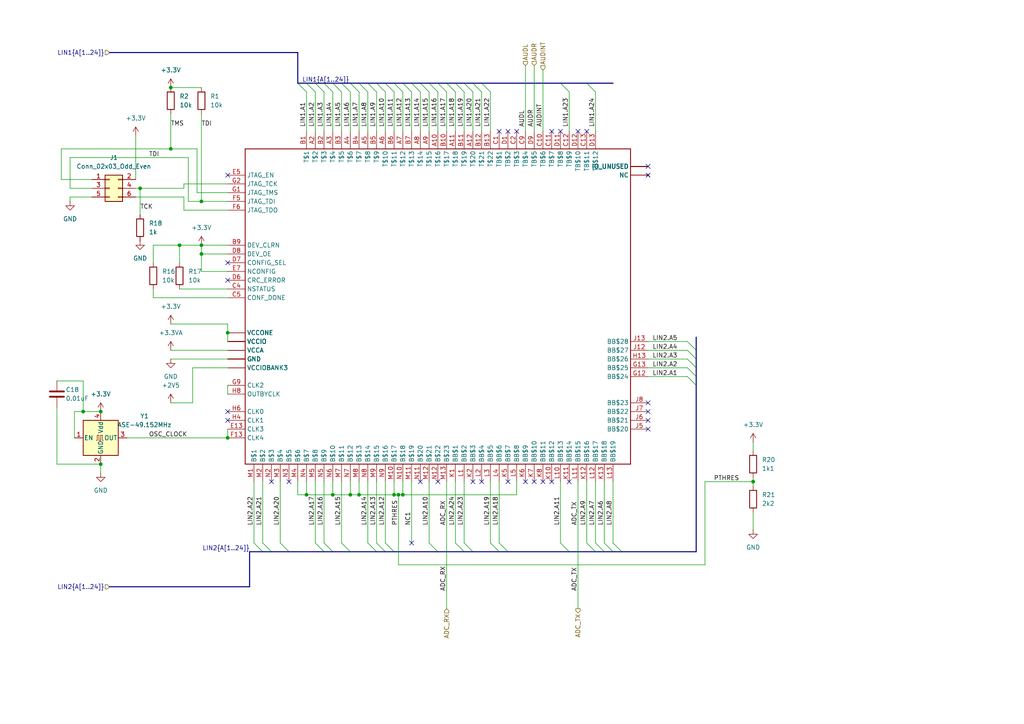
<source format=kicad_sch>
(kicad_sch
	(version 20250114)
	(generator "eeschema")
	(generator_version "9.0")
	(uuid "9c22b006-7b33-46aa-88cf-1f0762795dcd")
	(paper "A4")
	(lib_symbols
		(symbol "Connector_Generic:Conn_02x03_Odd_Even"
			(pin_names
				(offset 1.016)
				(hide yes)
			)
			(exclude_from_sim no)
			(in_bom yes)
			(on_board yes)
			(property "Reference" "J"
				(at 1.27 5.08 0)
				(effects
					(font
						(size 1.27 1.27)
					)
				)
			)
			(property "Value" "Conn_02x03_Odd_Even"
				(at 1.27 -5.08 0)
				(effects
					(font
						(size 1.27 1.27)
					)
				)
			)
			(property "Footprint" ""
				(at 0 0 0)
				(effects
					(font
						(size 1.27 1.27)
					)
					(hide yes)
				)
			)
			(property "Datasheet" "~"
				(at 0 0 0)
				(effects
					(font
						(size 1.27 1.27)
					)
					(hide yes)
				)
			)
			(property "Description" "Generic connector, double row, 02x03, odd/even pin numbering scheme (row 1 odd numbers, row 2 even numbers), script generated (kicad-library-utils/schlib/autogen/connector/)"
				(at 0 0 0)
				(effects
					(font
						(size 1.27 1.27)
					)
					(hide yes)
				)
			)
			(property "ki_keywords" "connector"
				(at 0 0 0)
				(effects
					(font
						(size 1.27 1.27)
					)
					(hide yes)
				)
			)
			(property "ki_fp_filters" "Connector*:*_2x??_*"
				(at 0 0 0)
				(effects
					(font
						(size 1.27 1.27)
					)
					(hide yes)
				)
			)
			(symbol "Conn_02x03_Odd_Even_1_1"
				(rectangle
					(start -1.27 3.81)
					(end 3.81 -3.81)
					(stroke
						(width 0.254)
						(type default)
					)
					(fill
						(type background)
					)
				)
				(rectangle
					(start -1.27 2.667)
					(end 0 2.413)
					(stroke
						(width 0.1524)
						(type default)
					)
					(fill
						(type none)
					)
				)
				(rectangle
					(start -1.27 0.127)
					(end 0 -0.127)
					(stroke
						(width 0.1524)
						(type default)
					)
					(fill
						(type none)
					)
				)
				(rectangle
					(start -1.27 -2.413)
					(end 0 -2.667)
					(stroke
						(width 0.1524)
						(type default)
					)
					(fill
						(type none)
					)
				)
				(rectangle
					(start 3.81 2.667)
					(end 2.54 2.413)
					(stroke
						(width 0.1524)
						(type default)
					)
					(fill
						(type none)
					)
				)
				(rectangle
					(start 3.81 0.127)
					(end 2.54 -0.127)
					(stroke
						(width 0.1524)
						(type default)
					)
					(fill
						(type none)
					)
				)
				(rectangle
					(start 3.81 -2.413)
					(end 2.54 -2.667)
					(stroke
						(width 0.1524)
						(type default)
					)
					(fill
						(type none)
					)
				)
				(pin passive line
					(at -5.08 2.54 0)
					(length 3.81)
					(name "Pin_1"
						(effects
							(font
								(size 1.27 1.27)
							)
						)
					)
					(number "1"
						(effects
							(font
								(size 1.27 1.27)
							)
						)
					)
				)
				(pin passive line
					(at -5.08 0 0)
					(length 3.81)
					(name "Pin_3"
						(effects
							(font
								(size 1.27 1.27)
							)
						)
					)
					(number "3"
						(effects
							(font
								(size 1.27 1.27)
							)
						)
					)
				)
				(pin passive line
					(at -5.08 -2.54 0)
					(length 3.81)
					(name "Pin_5"
						(effects
							(font
								(size 1.27 1.27)
							)
						)
					)
					(number "5"
						(effects
							(font
								(size 1.27 1.27)
							)
						)
					)
				)
				(pin passive line
					(at 7.62 2.54 180)
					(length 3.81)
					(name "Pin_2"
						(effects
							(font
								(size 1.27 1.27)
							)
						)
					)
					(number "2"
						(effects
							(font
								(size 1.27 1.27)
							)
						)
					)
				)
				(pin passive line
					(at 7.62 0 180)
					(length 3.81)
					(name "Pin_4"
						(effects
							(font
								(size 1.27 1.27)
							)
						)
					)
					(number "4"
						(effects
							(font
								(size 1.27 1.27)
							)
						)
					)
				)
				(pin passive line
					(at 7.62 -2.54 180)
					(length 3.81)
					(name "Pin_6"
						(effects
							(font
								(size 1.27 1.27)
							)
						)
					)
					(number "6"
						(effects
							(font
								(size 1.27 1.27)
							)
						)
					)
				)
			)
			(embedded_fonts no)
		)
		(symbol "Device:C"
			(pin_numbers
				(hide yes)
			)
			(pin_names
				(offset 0.254)
			)
			(exclude_from_sim no)
			(in_bom yes)
			(on_board yes)
			(property "Reference" "C"
				(at 0.635 2.54 0)
				(effects
					(font
						(size 1.27 1.27)
					)
					(justify left)
				)
			)
			(property "Value" "C"
				(at 0.635 -2.54 0)
				(effects
					(font
						(size 1.27 1.27)
					)
					(justify left)
				)
			)
			(property "Footprint" ""
				(at 0.9652 -3.81 0)
				(effects
					(font
						(size 1.27 1.27)
					)
					(hide yes)
				)
			)
			(property "Datasheet" "~"
				(at 0 0 0)
				(effects
					(font
						(size 1.27 1.27)
					)
					(hide yes)
				)
			)
			(property "Description" "Unpolarized capacitor"
				(at 0 0 0)
				(effects
					(font
						(size 1.27 1.27)
					)
					(hide yes)
				)
			)
			(property "ki_keywords" "cap capacitor"
				(at 0 0 0)
				(effects
					(font
						(size 1.27 1.27)
					)
					(hide yes)
				)
			)
			(property "ki_fp_filters" "C_*"
				(at 0 0 0)
				(effects
					(font
						(size 1.27 1.27)
					)
					(hide yes)
				)
			)
			(symbol "C_0_1"
				(polyline
					(pts
						(xy -2.032 0.762) (xy 2.032 0.762)
					)
					(stroke
						(width 0.508)
						(type default)
					)
					(fill
						(type none)
					)
				)
				(polyline
					(pts
						(xy -2.032 -0.762) (xy 2.032 -0.762)
					)
					(stroke
						(width 0.508)
						(type default)
					)
					(fill
						(type none)
					)
				)
			)
			(symbol "C_1_1"
				(pin passive line
					(at 0 3.81 270)
					(length 2.794)
					(name "~"
						(effects
							(font
								(size 1.27 1.27)
							)
						)
					)
					(number "1"
						(effects
							(font
								(size 1.27 1.27)
							)
						)
					)
				)
				(pin passive line
					(at 0 -3.81 90)
					(length 2.794)
					(name "~"
						(effects
							(font
								(size 1.27 1.27)
							)
						)
					)
					(number "2"
						(effects
							(font
								(size 1.27 1.27)
							)
						)
					)
				)
			)
			(embedded_fonts no)
		)
		(symbol "Device:R"
			(pin_numbers
				(hide yes)
			)
			(pin_names
				(offset 0)
			)
			(exclude_from_sim no)
			(in_bom yes)
			(on_board yes)
			(property "Reference" "R"
				(at 2.032 0 90)
				(effects
					(font
						(size 1.27 1.27)
					)
				)
			)
			(property "Value" "R"
				(at 0 0 90)
				(effects
					(font
						(size 1.27 1.27)
					)
				)
			)
			(property "Footprint" ""
				(at -1.778 0 90)
				(effects
					(font
						(size 1.27 1.27)
					)
					(hide yes)
				)
			)
			(property "Datasheet" "~"
				(at 0 0 0)
				(effects
					(font
						(size 1.27 1.27)
					)
					(hide yes)
				)
			)
			(property "Description" "Resistor"
				(at 0 0 0)
				(effects
					(font
						(size 1.27 1.27)
					)
					(hide yes)
				)
			)
			(property "ki_keywords" "R res resistor"
				(at 0 0 0)
				(effects
					(font
						(size 1.27 1.27)
					)
					(hide yes)
				)
			)
			(property "ki_fp_filters" "R_*"
				(at 0 0 0)
				(effects
					(font
						(size 1.27 1.27)
					)
					(hide yes)
				)
			)
			(symbol "R_0_1"
				(rectangle
					(start -1.016 -2.54)
					(end 1.016 2.54)
					(stroke
						(width 0.254)
						(type default)
					)
					(fill
						(type none)
					)
				)
			)
			(symbol "R_1_1"
				(pin passive line
					(at 0 3.81 270)
					(length 1.27)
					(name "~"
						(effects
							(font
								(size 1.27 1.27)
							)
						)
					)
					(number "1"
						(effects
							(font
								(size 1.27 1.27)
							)
						)
					)
				)
				(pin passive line
					(at 0 -3.81 90)
					(length 1.27)
					(name "~"
						(effects
							(font
								(size 1.27 1.27)
							)
						)
					)
					(number "2"
						(effects
							(font
								(size 1.27 1.27)
							)
						)
					)
				)
			)
			(embedded_fonts no)
		)
		(symbol "Oscillator:ASE-xxxMHz"
			(pin_names
				(offset 0.254)
			)
			(exclude_from_sim no)
			(in_bom yes)
			(on_board yes)
			(property "Reference" "Y"
				(at -5.08 6.35 0)
				(effects
					(font
						(size 1.27 1.27)
					)
					(justify left)
				)
			)
			(property "Value" "ASE-xxxMHz"
				(at 1.27 -6.35 0)
				(effects
					(font
						(size 1.27 1.27)
					)
					(justify left)
				)
			)
			(property "Footprint" "Oscillator:Oscillator_SMD_Abracon_ASE-4Pin_3.2x2.5mm"
				(at 17.78 -8.89 0)
				(effects
					(font
						(size 1.27 1.27)
					)
					(hide yes)
				)
			)
			(property "Datasheet" "http://www.abracon.com/Oscillators/ASV.pdf"
				(at -2.54 0 0)
				(effects
					(font
						(size 1.27 1.27)
					)
					(hide yes)
				)
			)
			(property "Description" "3.3V CMOS SMD Crystal Clock Oscillator, Abracon"
				(at 0 0 0)
				(effects
					(font
						(size 1.27 1.27)
					)
					(hide yes)
				)
			)
			(property "ki_keywords" "3.3V CMOS SMD Crystal Clock Oscillator"
				(at 0 0 0)
				(effects
					(font
						(size 1.27 1.27)
					)
					(hide yes)
				)
			)
			(property "ki_fp_filters" "Oscillator*SMD*Abracon*ASE*3.2x2.5mm*"
				(at 0 0 0)
				(effects
					(font
						(size 1.27 1.27)
					)
					(hide yes)
				)
			)
			(symbol "ASE-xxxMHz_0_1"
				(rectangle
					(start -5.08 5.08)
					(end 5.08 -5.08)
					(stroke
						(width 0.254)
						(type default)
					)
					(fill
						(type background)
					)
				)
				(polyline
					(pts
						(xy -1.27 -0.762) (xy -1.016 -0.762) (xy -1.016 0.762) (xy -0.508 0.762) (xy -0.508 -0.762) (xy 0 -0.762)
						(xy 0 0.762) (xy 0.508 0.762) (xy 0.508 -0.762) (xy 0.762 -0.762)
					)
					(stroke
						(width 0)
						(type default)
					)
					(fill
						(type none)
					)
				)
			)
			(symbol "ASE-xxxMHz_1_1"
				(pin input line
					(at -7.62 0 0)
					(length 2.54)
					(name "EN"
						(effects
							(font
								(size 1.27 1.27)
							)
						)
					)
					(number "1"
						(effects
							(font
								(size 1.27 1.27)
							)
						)
					)
				)
				(pin power_in line
					(at 0 7.62 270)
					(length 2.54)
					(name "Vdd"
						(effects
							(font
								(size 1.27 1.27)
							)
						)
					)
					(number "4"
						(effects
							(font
								(size 1.27 1.27)
							)
						)
					)
				)
				(pin power_in line
					(at 0 -7.62 90)
					(length 2.54)
					(name "GND"
						(effects
							(font
								(size 1.27 1.27)
							)
						)
					)
					(number "2"
						(effects
							(font
								(size 1.27 1.27)
							)
						)
					)
				)
				(pin output line
					(at 7.62 0 180)
					(length 2.54)
					(name "OUT"
						(effects
							(font
								(size 1.27 1.27)
							)
						)
					)
					(number "3"
						(effects
							(font
								(size 1.27 1.27)
							)
						)
					)
				)
			)
			(embedded_fonts no)
		)
		(symbol "max10u169:MAX10"
			(exclude_from_sim no)
			(in_bom yes)
			(on_board yes)
			(property "Reference" ""
				(at 0 0 0)
				(effects
					(font
						(size 1.27 1.27)
					)
					(hide yes)
				)
			)
			(property "Value" ""
				(at 0 0 0)
				(effects
					(font
						(size 1.27 1.27)
					)
					(hide yes)
				)
			)
			(property "Footprint" "max10:U169SMALL"
				(at 0 0 0)
				(effects
					(font
						(size 1.27 1.27)
					)
					(hide yes)
				)
			)
			(property "Datasheet" ""
				(at 0 0 0)
				(effects
					(font
						(size 1.27 1.27)
					)
					(hide yes)
				)
			)
			(property "Description" ""
				(at 0 0 0)
				(effects
					(font
						(size 1.27 1.27)
					)
					(hide yes)
				)
			)
			(property "ki_locked" ""
				(at 0 0 0)
				(effects
					(font
						(size 1.27 1.27)
					)
				)
			)
			(symbol "MAX10_1_0"
				(polyline
					(pts
						(xy -68.58 38.1) (xy 43.18 38.1)
					)
					(stroke
						(width 0.254)
						(type solid)
					)
					(fill
						(type none)
					)
				)
				(polyline
					(pts
						(xy -68.58 -53.34) (xy -68.58 38.1)
					)
					(stroke
						(width 0.254)
						(type solid)
					)
					(fill
						(type none)
					)
				)
				(polyline
					(pts
						(xy 43.18 38.1) (xy 43.18 -53.34)
					)
					(stroke
						(width 0.254)
						(type solid)
					)
					(fill
						(type none)
					)
				)
				(polyline
					(pts
						(xy 43.18 -53.34) (xy -68.58 -53.34)
					)
					(stroke
						(width 0.254)
						(type solid)
					)
					(fill
						(type none)
					)
				)
				(pin bidirectional line
					(at -73.66 30.48 0)
					(length 5.08)
					(name "JTAG_EN"
						(effects
							(font
								(size 1.27 1.27)
							)
						)
					)
					(number "E5"
						(effects
							(font
								(size 1.27 1.27)
							)
						)
					)
				)
				(pin bidirectional line
					(at -73.66 27.94 0)
					(length 5.08)
					(name "JTAG_TCK"
						(effects
							(font
								(size 1.27 1.27)
							)
						)
					)
					(number "G2"
						(effects
							(font
								(size 1.27 1.27)
							)
						)
					)
				)
				(pin bidirectional line
					(at -73.66 25.4 0)
					(length 5.08)
					(name "JTAG_TMS"
						(effects
							(font
								(size 1.27 1.27)
							)
						)
					)
					(number "G1"
						(effects
							(font
								(size 1.27 1.27)
							)
						)
					)
				)
				(pin bidirectional line
					(at -73.66 22.86 0)
					(length 5.08)
					(name "JTAG_TDI"
						(effects
							(font
								(size 1.27 1.27)
							)
						)
					)
					(number "F5"
						(effects
							(font
								(size 1.27 1.27)
							)
						)
					)
				)
				(pin bidirectional line
					(at -73.66 20.32 0)
					(length 5.08)
					(name "JTAG_TDO"
						(effects
							(font
								(size 1.27 1.27)
							)
						)
					)
					(number "F6"
						(effects
							(font
								(size 1.27 1.27)
							)
						)
					)
				)
				(pin bidirectional line
					(at -73.66 10.16 0)
					(length 5.08)
					(name "DEV_CLRN"
						(effects
							(font
								(size 1.27 1.27)
							)
						)
					)
					(number "B9"
						(effects
							(font
								(size 1.27 1.27)
							)
						)
					)
				)
				(pin bidirectional line
					(at -73.66 7.62 0)
					(length 5.08)
					(name "DEV_OE"
						(effects
							(font
								(size 1.27 1.27)
							)
						)
					)
					(number "D8"
						(effects
							(font
								(size 1.27 1.27)
							)
						)
					)
				)
				(pin bidirectional line
					(at -73.66 5.08 0)
					(length 5.08)
					(name "CONFIG_SEL"
						(effects
							(font
								(size 1.27 1.27)
							)
						)
					)
					(number "D7"
						(effects
							(font
								(size 1.27 1.27)
							)
						)
					)
				)
				(pin bidirectional line
					(at -73.66 2.54 0)
					(length 5.08)
					(name "NCONFIG"
						(effects
							(font
								(size 1.27 1.27)
							)
						)
					)
					(number "E7"
						(effects
							(font
								(size 1.27 1.27)
							)
						)
					)
				)
				(pin bidirectional line
					(at -73.66 0 0)
					(length 5.08)
					(name "CRC_ERROR"
						(effects
							(font
								(size 1.27 1.27)
							)
						)
					)
					(number "D6"
						(effects
							(font
								(size 1.27 1.27)
							)
						)
					)
				)
				(pin bidirectional line
					(at -73.66 -2.54 0)
					(length 5.08)
					(name "NSTATUS"
						(effects
							(font
								(size 1.27 1.27)
							)
						)
					)
					(number "C4"
						(effects
							(font
								(size 1.27 1.27)
							)
						)
					)
				)
				(pin bidirectional line
					(at -73.66 -5.08 0)
					(length 5.08)
					(name "CONF_DONE"
						(effects
							(font
								(size 1.27 1.27)
							)
						)
					)
					(number "C5"
						(effects
							(font
								(size 1.27 1.27)
							)
						)
					)
				)
				(pin power_in line
					(at -73.66 -15.24 0)
					(length 5.08)
					(name "VCCONE"
						(effects
							(font
								(size 1.27 1.27)
							)
						)
					)
					(number "F7"
						(effects
							(font
								(size 0 0)
							)
						)
					)
				)
				(pin power_in line
					(at -73.66 -15.24 0)
					(length 5.08)
					(name "VCCONE"
						(effects
							(font
								(size 1.27 1.27)
							)
						)
					)
					(number "G6"
						(effects
							(font
								(size 0 0)
							)
						)
					)
				)
				(pin power_in line
					(at -73.66 -15.24 0)
					(length 5.08)
					(name "VCCONE"
						(effects
							(font
								(size 1.27 1.27)
							)
						)
					)
					(number "G8"
						(effects
							(font
								(size 0 0)
							)
						)
					)
				)
				(pin power_in line
					(at -73.66 -15.24 0)
					(length 5.08)
					(name "VCCONE"
						(effects
							(font
								(size 1.27 1.27)
							)
						)
					)
					(number "H7"
						(effects
							(font
								(size 0 0)
							)
						)
					)
				)
				(pin power_in line
					(at -73.66 -17.78 0)
					(length 5.08)
					(name "VCCIO"
						(effects
							(font
								(size 1.27 1.27)
							)
						)
					)
					(number "C6"
						(effects
							(font
								(size 0 0)
							)
						)
					)
				)
				(pin power_in line
					(at -73.66 -17.78 0)
					(length 5.08)
					(name "VCCIO"
						(effects
							(font
								(size 1.27 1.27)
							)
						)
					)
					(number "C7"
						(effects
							(font
								(size 0 0)
							)
						)
					)
				)
				(pin power_in line
					(at -73.66 -17.78 0)
					(length 5.08)
					(name "VCCIO"
						(effects
							(font
								(size 1.27 1.27)
							)
						)
					)
					(number "C8"
						(effects
							(font
								(size 0 0)
							)
						)
					)
				)
				(pin power_in line
					(at -73.66 -17.78 0)
					(length 5.08)
					(name "VCCIO"
						(effects
							(font
								(size 1.27 1.27)
							)
						)
					)
					(number "F11"
						(effects
							(font
								(size 0 0)
							)
						)
					)
				)
				(pin power_in line
					(at -73.66 -17.78 0)
					(length 5.08)
					(name "VCCIO"
						(effects
							(font
								(size 1.27 1.27)
							)
						)
					)
					(number "F2"
						(effects
							(font
								(size 0 0)
							)
						)
					)
				)
				(pin power_in line
					(at -73.66 -17.78 0)
					(length 5.08)
					(name "VCCIO"
						(effects
							(font
								(size 1.27 1.27)
							)
						)
					)
					(number "G11"
						(effects
							(font
								(size 0 0)
							)
						)
					)
				)
				(pin power_in line
					(at -73.66 -17.78 0)
					(length 5.08)
					(name "VCCIO"
						(effects
							(font
								(size 1.27 1.27)
							)
						)
					)
					(number "G3"
						(effects
							(font
								(size 0 0)
							)
						)
					)
				)
				(pin power_in line
					(at -73.66 -17.78 0)
					(length 5.08)
					(name "VCCIO"
						(effects
							(font
								(size 1.27 1.27)
							)
						)
					)
					(number "H11"
						(effects
							(font
								(size 0 0)
							)
						)
					)
				)
				(pin power_in line
					(at -73.66 -17.78 0)
					(length 5.08)
					(name "VCCIO"
						(effects
							(font
								(size 1.27 1.27)
							)
						)
					)
					(number "J11"
						(effects
							(font
								(size 0 0)
							)
						)
					)
				)
				(pin power_in line
					(at -73.66 -17.78 0)
					(length 5.08)
					(name "VCCIO"
						(effects
							(font
								(size 1.27 1.27)
							)
						)
					)
					(number "J3"
						(effects
							(font
								(size 0 0)
							)
						)
					)
				)
				(pin power_in line
					(at -73.66 -17.78 0)
					(length 5.08)
					(name "VCCIO"
						(effects
							(font
								(size 1.27 1.27)
							)
						)
					)
					(number "K3"
						(effects
							(font
								(size 0 0)
							)
						)
					)
				)
				(pin power_in line
					(at -73.66 -20.32 0)
					(length 5.08)
					(name "VCCA"
						(effects
							(font
								(size 1.27 1.27)
							)
						)
					)
					(number "D10"
						(effects
							(font
								(size 0 0)
							)
						)
					)
				)
				(pin power_in line
					(at -73.66 -20.32 0)
					(length 5.08)
					(name "VCCA"
						(effects
							(font
								(size 1.27 1.27)
							)
						)
					)
					(number "D4"
						(effects
							(font
								(size 0 0)
							)
						)
					)
				)
				(pin power_in line
					(at -73.66 -20.32 0)
					(length 5.08)
					(name "VCCA"
						(effects
							(font
								(size 1.27 1.27)
							)
						)
					)
					(number "K4"
						(effects
							(font
								(size 0 0)
							)
						)
					)
				)
				(pin power_in line
					(at -73.66 -20.32 0)
					(length 5.08)
					(name "VCCA"
						(effects
							(font
								(size 1.27 1.27)
							)
						)
					)
					(number "K9"
						(effects
							(font
								(size 0 0)
							)
						)
					)
				)
				(pin power_in line
					(at -73.66 -22.86 0)
					(length 5.08)
					(name "GND"
						(effects
							(font
								(size 1.27 1.27)
							)
						)
					)
					(number "A1"
						(effects
							(font
								(size 0 0)
							)
						)
					)
				)
				(pin power_in line
					(at -73.66 -22.86 0)
					(length 5.08)
					(name "GND"
						(effects
							(font
								(size 1.27 1.27)
							)
						)
					)
					(number "A13"
						(effects
							(font
								(size 0 0)
							)
						)
					)
				)
				(pin power_in line
					(at -73.66 -22.86 0)
					(length 5.08)
					(name "GND"
						(effects
							(font
								(size 1.27 1.27)
							)
						)
					)
					(number "B8"
						(effects
							(font
								(size 0 0)
							)
						)
					)
				)
				(pin power_in line
					(at -73.66 -22.86 0)
					(length 5.08)
					(name "GND"
						(effects
							(font
								(size 1.27 1.27)
							)
						)
					)
					(number "C3"
						(effects
							(font
								(size 0 0)
							)
						)
					)
				)
				(pin power_in line
					(at -73.66 -22.86 0)
					(length 5.08)
					(name "GND"
						(effects
							(font
								(size 1.27 1.27)
							)
						)
					)
					(number "D5"
						(effects
							(font
								(size 0 0)
							)
						)
					)
				)
				(pin power_in line
					(at -73.66 -22.86 0)
					(length 5.08)
					(name "GND"
						(effects
							(font
								(size 1.27 1.27)
							)
						)
					)
					(number "E11"
						(effects
							(font
								(size 0 0)
							)
						)
					)
				)
				(pin power_in line
					(at -73.66 -22.86 0)
					(length 5.08)
					(name "GND"
						(effects
							(font
								(size 1.27 1.27)
							)
						)
					)
					(number "F3"
						(effects
							(font
								(size 0 0)
							)
						)
					)
				)
				(pin power_in line
					(at -73.66 -22.86 0)
					(length 5.08)
					(name "GND"
						(effects
							(font
								(size 1.27 1.27)
							)
						)
					)
					(number "G7"
						(effects
							(font
								(size 0 0)
							)
						)
					)
				)
				(pin power_in line
					(at -73.66 -22.86 0)
					(length 5.08)
					(name "GND"
						(effects
							(font
								(size 1.27 1.27)
							)
						)
					)
					(number "H12"
						(effects
							(font
								(size 0 0)
							)
						)
					)
				)
				(pin power_in line
					(at -73.66 -22.86 0)
					(length 5.08)
					(name "GND"
						(effects
							(font
								(size 1.27 1.27)
							)
						)
					)
					(number "J4"
						(effects
							(font
								(size 0 0)
							)
						)
					)
				)
				(pin power_in line
					(at -73.66 -22.86 0)
					(length 5.08)
					(name "GND"
						(effects
							(font
								(size 1.27 1.27)
							)
						)
					)
					(number "L9"
						(effects
							(font
								(size 0 0)
							)
						)
					)
				)
				(pin power_in line
					(at -73.66 -22.86 0)
					(length 5.08)
					(name "GND"
						(effects
							(font
								(size 1.27 1.27)
							)
						)
					)
					(number "M6"
						(effects
							(font
								(size 0 0)
							)
						)
					)
				)
				(pin power_in line
					(at -73.66 -22.86 0)
					(length 5.08)
					(name "GND"
						(effects
							(font
								(size 1.27 1.27)
							)
						)
					)
					(number "N1"
						(effects
							(font
								(size 0 0)
							)
						)
					)
				)
				(pin power_in line
					(at -73.66 -22.86 0)
					(length 5.08)
					(name "GND"
						(effects
							(font
								(size 1.27 1.27)
							)
						)
					)
					(number "N13"
						(effects
							(font
								(size 0 0)
							)
						)
					)
				)
				(pin power_in line
					(at -73.66 -25.4 0)
					(length 5.08)
					(name "VCCIOBANK3"
						(effects
							(font
								(size 1.27 1.27)
							)
						)
					)
					(number "L6"
						(effects
							(font
								(size 0 0)
							)
						)
					)
				)
				(pin power_in line
					(at -73.66 -25.4 0)
					(length 5.08)
					(name "VCCIOBANK3"
						(effects
							(font
								(size 1.27 1.27)
							)
						)
					)
					(number "L7"
						(effects
							(font
								(size 0 0)
							)
						)
					)
				)
				(pin power_in line
					(at -73.66 -25.4 0)
					(length 5.08)
					(name "VCCIOBANK3"
						(effects
							(font
								(size 1.27 1.27)
							)
						)
					)
					(number "L8"
						(effects
							(font
								(size 0 0)
							)
						)
					)
				)
				(pin bidirectional line
					(at -73.66 -30.48 0)
					(length 5.08)
					(name "CLK2"
						(effects
							(font
								(size 1.27 1.27)
							)
						)
					)
					(number "G9"
						(effects
							(font
								(size 1.27 1.27)
							)
						)
					)
				)
				(pin bidirectional line
					(at -73.66 -33.02 0)
					(length 5.08)
					(name "OUTBYCLK"
						(effects
							(font
								(size 1.27 1.27)
							)
						)
					)
					(number "H8"
						(effects
							(font
								(size 1.27 1.27)
							)
						)
					)
				)
				(pin bidirectional line
					(at -73.66 -38.1 0)
					(length 5.08)
					(name "CLK0"
						(effects
							(font
								(size 1.27 1.27)
							)
						)
					)
					(number "H6"
						(effects
							(font
								(size 1.27 1.27)
							)
						)
					)
				)
				(pin bidirectional line
					(at -73.66 -40.64 0)
					(length 5.08)
					(name "CLK1"
						(effects
							(font
								(size 1.27 1.27)
							)
						)
					)
					(number "H4"
						(effects
							(font
								(size 1.27 1.27)
							)
						)
					)
				)
				(pin bidirectional line
					(at -73.66 -43.18 0)
					(length 5.08)
					(name "CLK3"
						(effects
							(font
								(size 1.27 1.27)
							)
						)
					)
					(number "E13"
						(effects
							(font
								(size 1.27 1.27)
							)
						)
					)
				)
				(pin bidirectional line
					(at -73.66 -45.72 0)
					(length 5.08)
					(name "CLK4"
						(effects
							(font
								(size 1.27 1.27)
							)
						)
					)
					(number "F13"
						(effects
							(font
								(size 1.27 1.27)
							)
						)
					)
				)
				(pin bidirectional line
					(at -66.04 -58.42 90)
					(length 5.08)
					(name "B$1"
						(effects
							(font
								(size 1.27 1.27)
							)
						)
					)
					(number "M1"
						(effects
							(font
								(size 1.27 1.27)
							)
						)
					)
				)
				(pin bidirectional line
					(at -63.5 -58.42 90)
					(length 5.08)
					(name "B$2"
						(effects
							(font
								(size 1.27 1.27)
							)
						)
					)
					(number "M2"
						(effects
							(font
								(size 1.27 1.27)
							)
						)
					)
				)
				(pin bidirectional line
					(at -60.96 -58.42 90)
					(length 5.08)
					(name "B$3"
						(effects
							(font
								(size 1.27 1.27)
							)
						)
					)
					(number "N2"
						(effects
							(font
								(size 1.27 1.27)
							)
						)
					)
				)
				(pin bidirectional line
					(at -58.42 -58.42 90)
					(length 5.08)
					(name "B$4"
						(effects
							(font
								(size 1.27 1.27)
							)
						)
					)
					(number "M3"
						(effects
							(font
								(size 1.27 1.27)
							)
						)
					)
				)
				(pin bidirectional line
					(at -55.88 -58.42 90)
					(length 5.08)
					(name "B$5"
						(effects
							(font
								(size 1.27 1.27)
							)
						)
					)
					(number "N3"
						(effects
							(font
								(size 1.27 1.27)
							)
						)
					)
				)
				(pin bidirectional line
					(at -53.34 -58.42 90)
					(length 5.08)
					(name "B$6"
						(effects
							(font
								(size 1.27 1.27)
							)
						)
					)
					(number "M4"
						(effects
							(font
								(size 1.27 1.27)
							)
						)
					)
				)
				(pin bidirectional line
					(at -50.8 43.18 270)
					(length 5.08)
					(name "T$1"
						(effects
							(font
								(size 1.27 1.27)
							)
						)
					)
					(number "B1"
						(effects
							(font
								(size 1.27 1.27)
							)
						)
					)
				)
				(pin bidirectional line
					(at -50.8 -58.42 90)
					(length 5.08)
					(name "B$7"
						(effects
							(font
								(size 1.27 1.27)
							)
						)
					)
					(number "N4"
						(effects
							(font
								(size 1.27 1.27)
							)
						)
					)
				)
				(pin bidirectional line
					(at -48.26 43.18 270)
					(length 5.08)
					(name "T$2"
						(effects
							(font
								(size 1.27 1.27)
							)
						)
					)
					(number "A2"
						(effects
							(font
								(size 1.27 1.27)
							)
						)
					)
				)
				(pin bidirectional line
					(at -48.26 -58.42 90)
					(length 5.08)
					(name "B$8"
						(effects
							(font
								(size 1.27 1.27)
							)
						)
					)
					(number "M5"
						(effects
							(font
								(size 1.27 1.27)
							)
						)
					)
				)
				(pin bidirectional line
					(at -45.72 43.18 270)
					(length 5.08)
					(name "T$3"
						(effects
							(font
								(size 1.27 1.27)
							)
						)
					)
					(number "B2"
						(effects
							(font
								(size 1.27 1.27)
							)
						)
					)
				)
				(pin bidirectional line
					(at -45.72 -58.42 90)
					(length 5.08)
					(name "B$9"
						(effects
							(font
								(size 1.27 1.27)
							)
						)
					)
					(number "N5"
						(effects
							(font
								(size 1.27 1.27)
							)
						)
					)
				)
				(pin bidirectional line
					(at -43.18 43.18 270)
					(length 5.08)
					(name "T$4"
						(effects
							(font
								(size 1.27 1.27)
							)
						)
					)
					(number "A3"
						(effects
							(font
								(size 1.27 1.27)
							)
						)
					)
				)
				(pin bidirectional line
					(at -43.18 -58.42 90)
					(length 5.08)
					(name "B$10"
						(effects
							(font
								(size 1.27 1.27)
							)
						)
					)
					(number "N6"
						(effects
							(font
								(size 1.27 1.27)
							)
						)
					)
				)
				(pin bidirectional line
					(at -40.64 43.18 270)
					(length 5.08)
					(name "T$5"
						(effects
							(font
								(size 1.27 1.27)
							)
						)
					)
					(number "B3"
						(effects
							(font
								(size 1.27 1.27)
							)
						)
					)
				)
				(pin bidirectional line
					(at -40.64 -58.42 90)
					(length 5.08)
					(name "B$11"
						(effects
							(font
								(size 1.27 1.27)
							)
						)
					)
					(number "M7"
						(effects
							(font
								(size 1.27 1.27)
							)
						)
					)
				)
				(pin bidirectional line
					(at -38.1 43.18 270)
					(length 5.08)
					(name "T$6"
						(effects
							(font
								(size 1.27 1.27)
							)
						)
					)
					(number "A4"
						(effects
							(font
								(size 1.27 1.27)
							)
						)
					)
				)
				(pin bidirectional line
					(at -38.1 -58.42 90)
					(length 5.08)
					(name "B$12"
						(effects
							(font
								(size 1.27 1.27)
							)
						)
					)
					(number "N7"
						(effects
							(font
								(size 1.27 1.27)
							)
						)
					)
				)
				(pin bidirectional line
					(at -35.56 43.18 270)
					(length 5.08)
					(name "T$7"
						(effects
							(font
								(size 1.27 1.27)
							)
						)
					)
					(number "B4"
						(effects
							(font
								(size 1.27 1.27)
							)
						)
					)
				)
				(pin bidirectional line
					(at -35.56 -58.42 90)
					(length 5.08)
					(name "B$13"
						(effects
							(font
								(size 1.27 1.27)
							)
						)
					)
					(number "M8"
						(effects
							(font
								(size 1.27 1.27)
							)
						)
					)
				)
				(pin bidirectional line
					(at -33.02 43.18 270)
					(length 5.08)
					(name "T$8"
						(effects
							(font
								(size 1.27 1.27)
							)
						)
					)
					(number "A5"
						(effects
							(font
								(size 1.27 1.27)
							)
						)
					)
				)
				(pin bidirectional line
					(at -33.02 -58.42 90)
					(length 5.08)
					(name "B$14"
						(effects
							(font
								(size 1.27 1.27)
							)
						)
					)
					(number "N8"
						(effects
							(font
								(size 1.27 1.27)
							)
						)
					)
				)
				(pin bidirectional line
					(at -30.48 43.18 270)
					(length 5.08)
					(name "T$9"
						(effects
							(font
								(size 1.27 1.27)
							)
						)
					)
					(number "B5"
						(effects
							(font
								(size 1.27 1.27)
							)
						)
					)
				)
				(pin bidirectional line
					(at -30.48 -58.42 90)
					(length 5.08)
					(name "B$15"
						(effects
							(font
								(size 1.27 1.27)
							)
						)
					)
					(number "M9"
						(effects
							(font
								(size 1.27 1.27)
							)
						)
					)
				)
				(pin bidirectional line
					(at -27.94 43.18 270)
					(length 5.08)
					(name "T$10"
						(effects
							(font
								(size 1.27 1.27)
							)
						)
					)
					(number "A6"
						(effects
							(font
								(size 1.27 1.27)
							)
						)
					)
				)
				(pin bidirectional line
					(at -27.94 -58.42 90)
					(length 5.08)
					(name "B$16"
						(effects
							(font
								(size 1.27 1.27)
							)
						)
					)
					(number "N9"
						(effects
							(font
								(size 1.27 1.27)
							)
						)
					)
				)
				(pin bidirectional line
					(at -25.4 43.18 270)
					(length 5.08)
					(name "T$11"
						(effects
							(font
								(size 1.27 1.27)
							)
						)
					)
					(number "B6"
						(effects
							(font
								(size 1.27 1.27)
							)
						)
					)
				)
				(pin bidirectional line
					(at -25.4 -58.42 90)
					(length 5.08)
					(name "B$17"
						(effects
							(font
								(size 1.27 1.27)
							)
						)
					)
					(number "M10"
						(effects
							(font
								(size 1.27 1.27)
							)
						)
					)
				)
				(pin bidirectional line
					(at -22.86 43.18 270)
					(length 5.08)
					(name "T$12"
						(effects
							(font
								(size 1.27 1.27)
							)
						)
					)
					(number "A7"
						(effects
							(font
								(size 1.27 1.27)
							)
						)
					)
				)
				(pin bidirectional line
					(at -22.86 -58.42 90)
					(length 5.08)
					(name "B$18"
						(effects
							(font
								(size 1.27 1.27)
							)
						)
					)
					(number "N10"
						(effects
							(font
								(size 1.27 1.27)
							)
						)
					)
				)
				(pin bidirectional line
					(at -20.32 43.18 270)
					(length 5.08)
					(name "T$13"
						(effects
							(font
								(size 1.27 1.27)
							)
						)
					)
					(number "B7"
						(effects
							(font
								(size 1.27 1.27)
							)
						)
					)
				)
				(pin bidirectional line
					(at -20.32 -58.42 90)
					(length 5.08)
					(name "B$19"
						(effects
							(font
								(size 1.27 1.27)
							)
						)
					)
					(number "M11"
						(effects
							(font
								(size 1.27 1.27)
							)
						)
					)
				)
				(pin bidirectional line
					(at -17.78 43.18 270)
					(length 5.08)
					(name "T$14"
						(effects
							(font
								(size 1.27 1.27)
							)
						)
					)
					(number "A8"
						(effects
							(font
								(size 1.27 1.27)
							)
						)
					)
				)
				(pin bidirectional line
					(at -17.78 -58.42 90)
					(length 5.08)
					(name "B$20"
						(effects
							(font
								(size 1.27 1.27)
							)
						)
					)
					(number "N11"
						(effects
							(font
								(size 1.27 1.27)
							)
						)
					)
				)
				(pin bidirectional line
					(at -15.24 43.18 270)
					(length 5.08)
					(name "T$15"
						(effects
							(font
								(size 1.27 1.27)
							)
						)
					)
					(number "A9"
						(effects
							(font
								(size 1.27 1.27)
							)
						)
					)
				)
				(pin bidirectional line
					(at -15.24 -58.42 90)
					(length 5.08)
					(name "B$21"
						(effects
							(font
								(size 1.27 1.27)
							)
						)
					)
					(number "M12"
						(effects
							(font
								(size 1.27 1.27)
							)
						)
					)
				)
				(pin bidirectional line
					(at -12.7 43.18 270)
					(length 5.08)
					(name "T$16"
						(effects
							(font
								(size 1.27 1.27)
							)
						)
					)
					(number "A10"
						(effects
							(font
								(size 1.27 1.27)
							)
						)
					)
				)
				(pin bidirectional line
					(at -12.7 -58.42 90)
					(length 5.08)
					(name "B$22"
						(effects
							(font
								(size 1.27 1.27)
							)
						)
					)
					(number "N12"
						(effects
							(font
								(size 1.27 1.27)
							)
						)
					)
				)
				(pin bidirectional line
					(at -10.16 43.18 270)
					(length 5.08)
					(name "T$17"
						(effects
							(font
								(size 1.27 1.27)
							)
						)
					)
					(number "B10"
						(effects
							(font
								(size 1.27 1.27)
							)
						)
					)
				)
				(pin bidirectional line
					(at -10.16 -58.42 90)
					(length 5.08)
					(name "B$23"
						(effects
							(font
								(size 1.27 1.27)
							)
						)
					)
					(number "M13"
						(effects
							(font
								(size 1.27 1.27)
							)
						)
					)
				)
				(pin bidirectional line
					(at -7.62 43.18 270)
					(length 5.08)
					(name "T$18"
						(effects
							(font
								(size 1.27 1.27)
							)
						)
					)
					(number "A11"
						(effects
							(font
								(size 1.27 1.27)
							)
						)
					)
				)
				(pin bidirectional line
					(at -7.62 -58.42 90)
					(length 5.08)
					(name "BB$1"
						(effects
							(font
								(size 1.27 1.27)
							)
						)
					)
					(number "K1"
						(effects
							(font
								(size 1.27 1.27)
							)
						)
					)
				)
				(pin bidirectional line
					(at -5.08 43.18 270)
					(length 5.08)
					(name "T$19"
						(effects
							(font
								(size 1.27 1.27)
							)
						)
					)
					(number "B11"
						(effects
							(font
								(size 1.27 1.27)
							)
						)
					)
				)
				(pin bidirectional line
					(at -5.08 -58.42 90)
					(length 5.08)
					(name "BB$2"
						(effects
							(font
								(size 1.27 1.27)
							)
						)
					)
					(number "L1"
						(effects
							(font
								(size 1.27 1.27)
							)
						)
					)
				)
				(pin bidirectional line
					(at -2.54 43.18 270)
					(length 5.08)
					(name "T$20"
						(effects
							(font
								(size 1.27 1.27)
							)
						)
					)
					(number "A12"
						(effects
							(font
								(size 1.27 1.27)
							)
						)
					)
				)
				(pin bidirectional line
					(at -2.54 -58.42 90)
					(length 5.08)
					(name "BB$3"
						(effects
							(font
								(size 1.27 1.27)
							)
						)
					)
					(number "K2"
						(effects
							(font
								(size 1.27 1.27)
							)
						)
					)
				)
				(pin bidirectional line
					(at 0 43.18 270)
					(length 5.08)
					(name "T$21"
						(effects
							(font
								(size 1.27 1.27)
							)
						)
					)
					(number "B12"
						(effects
							(font
								(size 1.27 1.27)
							)
						)
					)
				)
				(pin bidirectional line
					(at 0 -58.42 90)
					(length 5.08)
					(name "BB$4"
						(effects
							(font
								(size 1.27 1.27)
							)
						)
					)
					(number "L2"
						(effects
							(font
								(size 1.27 1.27)
							)
						)
					)
				)
				(pin bidirectional line
					(at 2.54 43.18 270)
					(length 5.08)
					(name "T$22"
						(effects
							(font
								(size 1.27 1.27)
							)
						)
					)
					(number "B13"
						(effects
							(font
								(size 1.27 1.27)
							)
						)
					)
				)
				(pin bidirectional line
					(at 2.54 -58.42 90)
					(length 5.08)
					(name "BB$5"
						(effects
							(font
								(size 1.27 1.27)
							)
						)
					)
					(number "L3"
						(effects
							(font
								(size 1.27 1.27)
							)
						)
					)
				)
				(pin bidirectional line
					(at 5.08 43.18 270)
					(length 5.08)
					(name "TB$1"
						(effects
							(font
								(size 1.27 1.27)
							)
						)
					)
					(number "C1"
						(effects
							(font
								(size 1.27 1.27)
							)
						)
					)
				)
				(pin bidirectional line
					(at 5.08 -58.42 90)
					(length 5.08)
					(name "BB$6"
						(effects
							(font
								(size 1.27 1.27)
							)
						)
					)
					(number "L4"
						(effects
							(font
								(size 1.27 1.27)
							)
						)
					)
				)
				(pin bidirectional line
					(at 7.62 43.18 270)
					(length 5.08)
					(name "TB$2"
						(effects
							(font
								(size 1.27 1.27)
							)
						)
					)
					(number "D1"
						(effects
							(font
								(size 1.27 1.27)
							)
						)
					)
				)
				(pin bidirectional line
					(at 7.62 -58.42 90)
					(length 5.08)
					(name "BB$7"
						(effects
							(font
								(size 1.27 1.27)
							)
						)
					)
					(number "K5"
						(effects
							(font
								(size 1.27 1.27)
							)
						)
					)
				)
				(pin bidirectional line
					(at 10.16 43.18 270)
					(length 5.08)
					(name "TB$3"
						(effects
							(font
								(size 1.27 1.27)
							)
						)
					)
					(number "C2"
						(effects
							(font
								(size 1.27 1.27)
							)
						)
					)
				)
				(pin bidirectional line
					(at 10.16 -58.42 90)
					(length 5.08)
					(name "BB$8"
						(effects
							(font
								(size 1.27 1.27)
							)
						)
					)
					(number "L5"
						(effects
							(font
								(size 1.27 1.27)
							)
						)
					)
				)
				(pin bidirectional line
					(at 12.7 43.18 270)
					(length 5.08)
					(name "TB$4"
						(effects
							(font
								(size 1.27 1.27)
							)
						)
					)
					(number "C9"
						(effects
							(font
								(size 1.27 1.27)
							)
						)
					)
				)
				(pin bidirectional line
					(at 12.7 -58.42 90)
					(length 5.08)
					(name "BB$9"
						(effects
							(font
								(size 1.27 1.27)
							)
						)
					)
					(number "K6"
						(effects
							(font
								(size 1.27 1.27)
							)
						)
					)
				)
				(pin bidirectional line
					(at 15.24 43.18 270)
					(length 5.08)
					(name "TB$5"
						(effects
							(font
								(size 1.27 1.27)
							)
						)
					)
					(number "D9"
						(effects
							(font
								(size 1.27 1.27)
							)
						)
					)
				)
				(pin bidirectional line
					(at 15.24 -58.42 90)
					(length 5.08)
					(name "BB$10"
						(effects
							(font
								(size 1.27 1.27)
							)
						)
					)
					(number "K7"
						(effects
							(font
								(size 1.27 1.27)
							)
						)
					)
				)
				(pin bidirectional line
					(at 17.78 43.18 270)
					(length 5.08)
					(name "TB$6"
						(effects
							(font
								(size 1.27 1.27)
							)
						)
					)
					(number "C10"
						(effects
							(font
								(size 1.27 1.27)
							)
						)
					)
				)
				(pin bidirectional line
					(at 17.78 -58.42 90)
					(length 5.08)
					(name "BB$11"
						(effects
							(font
								(size 1.27 1.27)
							)
						)
					)
					(number "K8"
						(effects
							(font
								(size 1.27 1.27)
							)
						)
					)
				)
				(pin bidirectional line
					(at 20.32 43.18 270)
					(length 5.08)
					(name "TB$7"
						(effects
							(font
								(size 1.27 1.27)
							)
						)
					)
					(number "C11"
						(effects
							(font
								(size 1.27 1.27)
							)
						)
					)
				)
				(pin bidirectional line
					(at 20.32 -58.42 90)
					(length 5.08)
					(name "BB$12"
						(effects
							(font
								(size 1.27 1.27)
							)
						)
					)
					(number "K10"
						(effects
							(font
								(size 1.27 1.27)
							)
						)
					)
				)
				(pin bidirectional line
					(at 22.86 43.18 270)
					(length 5.08)
					(name "TB$8"
						(effects
							(font
								(size 1.27 1.27)
							)
						)
					)
					(number "D11"
						(effects
							(font
								(size 1.27 1.27)
							)
						)
					)
				)
				(pin bidirectional line
					(at 22.86 -58.42 90)
					(length 5.08)
					(name "BB$13"
						(effects
							(font
								(size 1.27 1.27)
							)
						)
					)
					(number "L10"
						(effects
							(font
								(size 1.27 1.27)
							)
						)
					)
				)
				(pin bidirectional line
					(at 25.4 43.18 270)
					(length 5.08)
					(name "TB$9"
						(effects
							(font
								(size 1.27 1.27)
							)
						)
					)
					(number "C12"
						(effects
							(font
								(size 1.27 1.27)
							)
						)
					)
				)
				(pin bidirectional line
					(at 25.4 -58.42 90)
					(length 5.08)
					(name "BB$14"
						(effects
							(font
								(size 1.27 1.27)
							)
						)
					)
					(number "K11"
						(effects
							(font
								(size 1.27 1.27)
							)
						)
					)
				)
				(pin bidirectional line
					(at 27.94 43.18 270)
					(length 5.08)
					(name "TB$10"
						(effects
							(font
								(size 1.27 1.27)
							)
						)
					)
					(number "D12"
						(effects
							(font
								(size 1.27 1.27)
							)
						)
					)
				)
				(pin bidirectional line
					(at 27.94 -58.42 90)
					(length 5.08)
					(name "BB$15"
						(effects
							(font
								(size 1.27 1.27)
							)
						)
					)
					(number "L11"
						(effects
							(font
								(size 1.27 1.27)
							)
						)
					)
				)
				(pin bidirectional line
					(at 30.48 43.18 270)
					(length 5.08)
					(name "TB$11"
						(effects
							(font
								(size 1.27 1.27)
							)
						)
					)
					(number "C13"
						(effects
							(font
								(size 1.27 1.27)
							)
						)
					)
				)
				(pin bidirectional line
					(at 30.48 -58.42 90)
					(length 5.08)
					(name "BB$16"
						(effects
							(font
								(size 1.27 1.27)
							)
						)
					)
					(number "K12"
						(effects
							(font
								(size 1.27 1.27)
							)
						)
					)
				)
				(pin bidirectional line
					(at 33.02 43.18 270)
					(length 5.08)
					(name "TB$12"
						(effects
							(font
								(size 1.27 1.27)
							)
						)
					)
					(number "D13"
						(effects
							(font
								(size 1.27 1.27)
							)
						)
					)
				)
				(pin bidirectional line
					(at 33.02 -58.42 90)
					(length 5.08)
					(name "BB$17"
						(effects
							(font
								(size 1.27 1.27)
							)
						)
					)
					(number "L12"
						(effects
							(font
								(size 1.27 1.27)
							)
						)
					)
				)
				(pin bidirectional line
					(at 35.56 -58.42 90)
					(length 5.08)
					(name "BB$18"
						(effects
							(font
								(size 1.27 1.27)
							)
						)
					)
					(number "K13"
						(effects
							(font
								(size 1.27 1.27)
							)
						)
					)
				)
				(pin bidirectional line
					(at 38.1 -58.42 90)
					(length 5.08)
					(name "BB$19"
						(effects
							(font
								(size 1.27 1.27)
							)
						)
					)
					(number "L13"
						(effects
							(font
								(size 1.27 1.27)
							)
						)
					)
				)
				(pin bidirectional line
					(at 48.26 33.02 180)
					(length 5.08)
					(name "IO_UNUSED"
						(effects
							(font
								(size 1.27 1.27)
							)
						)
					)
					(number "E1"
						(effects
							(font
								(size 0 0)
							)
						)
					)
				)
				(pin bidirectional line
					(at 48.26 33.02 180)
					(length 5.08)
					(name "IO_UNUSED"
						(effects
							(font
								(size 1.27 1.27)
							)
						)
					)
					(number "E10"
						(effects
							(font
								(size 0 0)
							)
						)
					)
				)
				(pin bidirectional line
					(at 48.26 33.02 180)
					(length 5.08)
					(name "IO_UNUSED"
						(effects
							(font
								(size 1.27 1.27)
							)
						)
					)
					(number "E12"
						(effects
							(font
								(size 0 0)
							)
						)
					)
				)
				(pin bidirectional line
					(at 48.26 33.02 180)
					(length 5.08)
					(name "IO_UNUSED"
						(effects
							(font
								(size 1.27 1.27)
							)
						)
					)
					(number "E3"
						(effects
							(font
								(size 0 0)
							)
						)
					)
				)
				(pin bidirectional line
					(at 48.26 33.02 180)
					(length 5.08)
					(name "IO_UNUSED"
						(effects
							(font
								(size 1.27 1.27)
							)
						)
					)
					(number "E4"
						(effects
							(font
								(size 0 0)
							)
						)
					)
				)
				(pin bidirectional line
					(at 48.26 33.02 180)
					(length 5.08)
					(name "IO_UNUSED"
						(effects
							(font
								(size 1.27 1.27)
							)
						)
					)
					(number "E6"
						(effects
							(font
								(size 0 0)
							)
						)
					)
				)
				(pin bidirectional line
					(at 48.26 33.02 180)
					(length 5.08)
					(name "IO_UNUSED"
						(effects
							(font
								(size 1.27 1.27)
							)
						)
					)
					(number "E8"
						(effects
							(font
								(size 0 0)
							)
						)
					)
				)
				(pin bidirectional line
					(at 48.26 33.02 180)
					(length 5.08)
					(name "IO_UNUSED"
						(effects
							(font
								(size 1.27 1.27)
							)
						)
					)
					(number "E9"
						(effects
							(font
								(size 0 0)
							)
						)
					)
				)
				(pin bidirectional line
					(at 48.26 33.02 180)
					(length 5.08)
					(name "IO_UNUSED"
						(effects
							(font
								(size 1.27 1.27)
							)
						)
					)
					(number "F1"
						(effects
							(font
								(size 0 0)
							)
						)
					)
				)
				(pin bidirectional line
					(at 48.26 33.02 180)
					(length 5.08)
					(name "IO_UNUSED"
						(effects
							(font
								(size 1.27 1.27)
							)
						)
					)
					(number "F10"
						(effects
							(font
								(size 0 0)
							)
						)
					)
				)
				(pin bidirectional line
					(at 48.26 33.02 180)
					(length 5.08)
					(name "IO_UNUSED"
						(effects
							(font
								(size 1.27 1.27)
							)
						)
					)
					(number "F12"
						(effects
							(font
								(size 0 0)
							)
						)
					)
				)
				(pin bidirectional line
					(at 48.26 33.02 180)
					(length 5.08)
					(name "IO_UNUSED"
						(effects
							(font
								(size 1.27 1.27)
							)
						)
					)
					(number "F4"
						(effects
							(font
								(size 0 0)
							)
						)
					)
				)
				(pin bidirectional line
					(at 48.26 33.02 180)
					(length 5.08)
					(name "IO_UNUSED"
						(effects
							(font
								(size 1.27 1.27)
							)
						)
					)
					(number "F8"
						(effects
							(font
								(size 0 0)
							)
						)
					)
				)
				(pin bidirectional line
					(at 48.26 33.02 180)
					(length 5.08)
					(name "IO_UNUSED"
						(effects
							(font
								(size 1.27 1.27)
							)
						)
					)
					(number "F9"
						(effects
							(font
								(size 0 0)
							)
						)
					)
				)
				(pin bidirectional line
					(at 48.26 33.02 180)
					(length 5.08)
					(name "IO_UNUSED"
						(effects
							(font
								(size 1.27 1.27)
							)
						)
					)
					(number "G10"
						(effects
							(font
								(size 0 0)
							)
						)
					)
				)
				(pin bidirectional line
					(at 48.26 33.02 180)
					(length 5.08)
					(name "IO_UNUSED"
						(effects
							(font
								(size 1.27 1.27)
							)
						)
					)
					(number "G4"
						(effects
							(font
								(size 0 0)
							)
						)
					)
				)
				(pin bidirectional line
					(at 48.26 33.02 180)
					(length 5.08)
					(name "IO_UNUSED"
						(effects
							(font
								(size 1.27 1.27)
							)
						)
					)
					(number "G5"
						(effects
							(font
								(size 0 0)
							)
						)
					)
				)
				(pin bidirectional line
					(at 48.26 33.02 180)
					(length 5.08)
					(name "IO_UNUSED"
						(effects
							(font
								(size 1.27 1.27)
							)
						)
					)
					(number "H1"
						(effects
							(font
								(size 0 0)
							)
						)
					)
				)
				(pin bidirectional line
					(at 48.26 33.02 180)
					(length 5.08)
					(name "IO_UNUSED"
						(effects
							(font
								(size 1.27 1.27)
							)
						)
					)
					(number "H10"
						(effects
							(font
								(size 0 0)
							)
						)
					)
				)
				(pin bidirectional line
					(at 48.26 33.02 180)
					(length 5.08)
					(name "IO_UNUSED"
						(effects
							(font
								(size 1.27 1.27)
							)
						)
					)
					(number "H2"
						(effects
							(font
								(size 0 0)
							)
						)
					)
				)
				(pin bidirectional line
					(at 48.26 33.02 180)
					(length 5.08)
					(name "IO_UNUSED"
						(effects
							(font
								(size 1.27 1.27)
							)
						)
					)
					(number "H3"
						(effects
							(font
								(size 0 0)
							)
						)
					)
				)
				(pin bidirectional line
					(at 48.26 33.02 180)
					(length 5.08)
					(name "IO_UNUSED"
						(effects
							(font
								(size 1.27 1.27)
							)
						)
					)
					(number "H5"
						(effects
							(font
								(size 0 0)
							)
						)
					)
				)
				(pin bidirectional line
					(at 48.26 33.02 180)
					(length 5.08)
					(name "IO_UNUSED"
						(effects
							(font
								(size 1.27 1.27)
							)
						)
					)
					(number "H9"
						(effects
							(font
								(size 0 0)
							)
						)
					)
				)
				(pin bidirectional line
					(at 48.26 33.02 180)
					(length 5.08)
					(name "IO_UNUSED"
						(effects
							(font
								(size 1.27 1.27)
							)
						)
					)
					(number "J1"
						(effects
							(font
								(size 0 0)
							)
						)
					)
				)
				(pin bidirectional line
					(at 48.26 33.02 180)
					(length 5.08)
					(name "IO_UNUSED"
						(effects
							(font
								(size 1.27 1.27)
							)
						)
					)
					(number "J10"
						(effects
							(font
								(size 0 0)
							)
						)
					)
				)
				(pin bidirectional line
					(at 48.26 33.02 180)
					(length 5.08)
					(name "IO_UNUSED"
						(effects
							(font
								(size 1.27 1.27)
							)
						)
					)
					(number "J2"
						(effects
							(font
								(size 0 0)
							)
						)
					)
				)
				(pin bidirectional line
					(at 48.26 33.02 180)
					(length 5.08)
					(name "IO_UNUSED"
						(effects
							(font
								(size 1.27 1.27)
							)
						)
					)
					(number "J9"
						(effects
							(font
								(size 0 0)
							)
						)
					)
				)
				(pin no_connect line
					(at 48.26 30.48 180)
					(length 5.08)
					(name "NC"
						(effects
							(font
								(size 1.27 1.27)
							)
						)
					)
					(number "D2"
						(effects
							(font
								(size 0 0)
							)
						)
					)
				)
				(pin no_connect line
					(at 48.26 30.48 180)
					(length 5.08)
					(name "NC"
						(effects
							(font
								(size 1.27 1.27)
							)
						)
					)
					(number "D3"
						(effects
							(font
								(size 0 0)
							)
						)
					)
				)
				(pin no_connect line
					(at 48.26 30.48 180)
					(length 5.08)
					(name "NC"
						(effects
							(font
								(size 1.27 1.27)
							)
						)
					)
					(number "E2"
						(effects
							(font
								(size 0 0)
							)
						)
					)
				)
				(pin bidirectional line
					(at 48.26 -17.78 180)
					(length 5.08)
					(name "BB$28"
						(effects
							(font
								(size 1.27 1.27)
							)
						)
					)
					(number "J13"
						(effects
							(font
								(size 1.27 1.27)
							)
						)
					)
				)
				(pin bidirectional line
					(at 48.26 -20.32 180)
					(length 5.08)
					(name "BB$27"
						(effects
							(font
								(size 1.27 1.27)
							)
						)
					)
					(number "J12"
						(effects
							(font
								(size 1.27 1.27)
							)
						)
					)
				)
				(pin bidirectional line
					(at 48.26 -22.86 180)
					(length 5.08)
					(name "BB$26"
						(effects
							(font
								(size 1.27 1.27)
							)
						)
					)
					(number "H13"
						(effects
							(font
								(size 1.27 1.27)
							)
						)
					)
				)
				(pin bidirectional line
					(at 48.26 -25.4 180)
					(length 5.08)
					(name "BB$25"
						(effects
							(font
								(size 1.27 1.27)
							)
						)
					)
					(number "G13"
						(effects
							(font
								(size 1.27 1.27)
							)
						)
					)
				)
				(pin bidirectional line
					(at 48.26 -27.94 180)
					(length 5.08)
					(name "BB$24"
						(effects
							(font
								(size 1.27 1.27)
							)
						)
					)
					(number "G12"
						(effects
							(font
								(size 1.27 1.27)
							)
						)
					)
				)
				(pin bidirectional line
					(at 48.26 -35.56 180)
					(length 5.08)
					(name "BB$23"
						(effects
							(font
								(size 1.27 1.27)
							)
						)
					)
					(number "J8"
						(effects
							(font
								(size 1.27 1.27)
							)
						)
					)
				)
				(pin bidirectional line
					(at 48.26 -38.1 180)
					(length 5.08)
					(name "BB$22"
						(effects
							(font
								(size 1.27 1.27)
							)
						)
					)
					(number "J7"
						(effects
							(font
								(size 1.27 1.27)
							)
						)
					)
				)
				(pin bidirectional line
					(at 48.26 -40.64 180)
					(length 5.08)
					(name "BB$21"
						(effects
							(font
								(size 1.27 1.27)
							)
						)
					)
					(number "J6"
						(effects
							(font
								(size 1.27 1.27)
							)
						)
					)
				)
				(pin bidirectional line
					(at 48.26 -43.18 180)
					(length 5.08)
					(name "BB$20"
						(effects
							(font
								(size 1.27 1.27)
							)
						)
					)
					(number "J5"
						(effects
							(font
								(size 1.27 1.27)
							)
						)
					)
				)
			)
			(embedded_fonts no)
		)
		(symbol "power:+2V5"
			(power)
			(pin_numbers
				(hide yes)
			)
			(pin_names
				(offset 0)
				(hide yes)
			)
			(exclude_from_sim no)
			(in_bom yes)
			(on_board yes)
			(property "Reference" "#PWR"
				(at 0 -3.81 0)
				(effects
					(font
						(size 1.27 1.27)
					)
					(hide yes)
				)
			)
			(property "Value" "+2V5"
				(at 0 3.556 0)
				(effects
					(font
						(size 1.27 1.27)
					)
				)
			)
			(property "Footprint" ""
				(at 0 0 0)
				(effects
					(font
						(size 1.27 1.27)
					)
					(hide yes)
				)
			)
			(property "Datasheet" ""
				(at 0 0 0)
				(effects
					(font
						(size 1.27 1.27)
					)
					(hide yes)
				)
			)
			(property "Description" "Power symbol creates a global label with name \"+2V5\""
				(at 0 0 0)
				(effects
					(font
						(size 1.27 1.27)
					)
					(hide yes)
				)
			)
			(property "ki_keywords" "global power"
				(at 0 0 0)
				(effects
					(font
						(size 1.27 1.27)
					)
					(hide yes)
				)
			)
			(symbol "+2V5_0_1"
				(polyline
					(pts
						(xy -0.762 1.27) (xy 0 2.54)
					)
					(stroke
						(width 0)
						(type default)
					)
					(fill
						(type none)
					)
				)
				(polyline
					(pts
						(xy 0 2.54) (xy 0.762 1.27)
					)
					(stroke
						(width 0)
						(type default)
					)
					(fill
						(type none)
					)
				)
				(polyline
					(pts
						(xy 0 0) (xy 0 2.54)
					)
					(stroke
						(width 0)
						(type default)
					)
					(fill
						(type none)
					)
				)
			)
			(symbol "+2V5_1_1"
				(pin power_in line
					(at 0 0 90)
					(length 0)
					(name "~"
						(effects
							(font
								(size 1.27 1.27)
							)
						)
					)
					(number "1"
						(effects
							(font
								(size 1.27 1.27)
							)
						)
					)
				)
			)
			(embedded_fonts no)
		)
		(symbol "power:+3.3V"
			(power)
			(pin_numbers
				(hide yes)
			)
			(pin_names
				(offset 0)
				(hide yes)
			)
			(exclude_from_sim no)
			(in_bom yes)
			(on_board yes)
			(property "Reference" "#PWR"
				(at 0 -3.81 0)
				(effects
					(font
						(size 1.27 1.27)
					)
					(hide yes)
				)
			)
			(property "Value" "+3.3V"
				(at 0 3.556 0)
				(effects
					(font
						(size 1.27 1.27)
					)
				)
			)
			(property "Footprint" ""
				(at 0 0 0)
				(effects
					(font
						(size 1.27 1.27)
					)
					(hide yes)
				)
			)
			(property "Datasheet" ""
				(at 0 0 0)
				(effects
					(font
						(size 1.27 1.27)
					)
					(hide yes)
				)
			)
			(property "Description" "Power symbol creates a global label with name \"+3.3V\""
				(at 0 0 0)
				(effects
					(font
						(size 1.27 1.27)
					)
					(hide yes)
				)
			)
			(property "ki_keywords" "global power"
				(at 0 0 0)
				(effects
					(font
						(size 1.27 1.27)
					)
					(hide yes)
				)
			)
			(symbol "+3.3V_0_1"
				(polyline
					(pts
						(xy -0.762 1.27) (xy 0 2.54)
					)
					(stroke
						(width 0)
						(type default)
					)
					(fill
						(type none)
					)
				)
				(polyline
					(pts
						(xy 0 2.54) (xy 0.762 1.27)
					)
					(stroke
						(width 0)
						(type default)
					)
					(fill
						(type none)
					)
				)
				(polyline
					(pts
						(xy 0 0) (xy 0 2.54)
					)
					(stroke
						(width 0)
						(type default)
					)
					(fill
						(type none)
					)
				)
			)
			(symbol "+3.3V_1_1"
				(pin power_in line
					(at 0 0 90)
					(length 0)
					(name "~"
						(effects
							(font
								(size 1.27 1.27)
							)
						)
					)
					(number "1"
						(effects
							(font
								(size 1.27 1.27)
							)
						)
					)
				)
			)
			(embedded_fonts no)
		)
		(symbol "power:+3.3VA"
			(power)
			(pin_numbers
				(hide yes)
			)
			(pin_names
				(offset 0)
				(hide yes)
			)
			(exclude_from_sim no)
			(in_bom yes)
			(on_board yes)
			(property "Reference" "#PWR"
				(at 0 -3.81 0)
				(effects
					(font
						(size 1.27 1.27)
					)
					(hide yes)
				)
			)
			(property "Value" "+3.3VA"
				(at 0 3.556 0)
				(effects
					(font
						(size 1.27 1.27)
					)
				)
			)
			(property "Footprint" ""
				(at 0 0 0)
				(effects
					(font
						(size 1.27 1.27)
					)
					(hide yes)
				)
			)
			(property "Datasheet" ""
				(at 0 0 0)
				(effects
					(font
						(size 1.27 1.27)
					)
					(hide yes)
				)
			)
			(property "Description" "Power symbol creates a global label with name \"+3.3VA\""
				(at 0 0 0)
				(effects
					(font
						(size 1.27 1.27)
					)
					(hide yes)
				)
			)
			(property "ki_keywords" "global power"
				(at 0 0 0)
				(effects
					(font
						(size 1.27 1.27)
					)
					(hide yes)
				)
			)
			(symbol "+3.3VA_0_1"
				(polyline
					(pts
						(xy -0.762 1.27) (xy 0 2.54)
					)
					(stroke
						(width 0)
						(type default)
					)
					(fill
						(type none)
					)
				)
				(polyline
					(pts
						(xy 0 2.54) (xy 0.762 1.27)
					)
					(stroke
						(width 0)
						(type default)
					)
					(fill
						(type none)
					)
				)
				(polyline
					(pts
						(xy 0 0) (xy 0 2.54)
					)
					(stroke
						(width 0)
						(type default)
					)
					(fill
						(type none)
					)
				)
			)
			(symbol "+3.3VA_1_1"
				(pin power_in line
					(at 0 0 90)
					(length 0)
					(name "~"
						(effects
							(font
								(size 1.27 1.27)
							)
						)
					)
					(number "1"
						(effects
							(font
								(size 1.27 1.27)
							)
						)
					)
				)
			)
			(embedded_fonts no)
		)
		(symbol "power:GND"
			(power)
			(pin_numbers
				(hide yes)
			)
			(pin_names
				(offset 0)
				(hide yes)
			)
			(exclude_from_sim no)
			(in_bom yes)
			(on_board yes)
			(property "Reference" "#PWR"
				(at 0 -6.35 0)
				(effects
					(font
						(size 1.27 1.27)
					)
					(hide yes)
				)
			)
			(property "Value" "GND"
				(at 0 -3.81 0)
				(effects
					(font
						(size 1.27 1.27)
					)
				)
			)
			(property "Footprint" ""
				(at 0 0 0)
				(effects
					(font
						(size 1.27 1.27)
					)
					(hide yes)
				)
			)
			(property "Datasheet" ""
				(at 0 0 0)
				(effects
					(font
						(size 1.27 1.27)
					)
					(hide yes)
				)
			)
			(property "Description" "Power symbol creates a global label with name \"GND\" , ground"
				(at 0 0 0)
				(effects
					(font
						(size 1.27 1.27)
					)
					(hide yes)
				)
			)
			(property "ki_keywords" "global power"
				(at 0 0 0)
				(effects
					(font
						(size 1.27 1.27)
					)
					(hide yes)
				)
			)
			(symbol "GND_0_1"
				(polyline
					(pts
						(xy 0 0) (xy 0 -1.27) (xy 1.27 -1.27) (xy 0 -2.54) (xy -1.27 -1.27) (xy 0 -1.27)
					)
					(stroke
						(width 0)
						(type default)
					)
					(fill
						(type none)
					)
				)
			)
			(symbol "GND_1_1"
				(pin power_in line
					(at 0 0 270)
					(length 0)
					(name "~"
						(effects
							(font
								(size 1.27 1.27)
							)
						)
					)
					(number "1"
						(effects
							(font
								(size 1.27 1.27)
							)
						)
					)
				)
			)
			(embedded_fonts no)
		)
	)
	(junction
		(at 218.44 139.7)
		(diameter 0)
		(color 0 0 0 0)
		(uuid "01ea951a-1287-4afe-8760-4fb9023c4be5")
	)
	(junction
		(at 114.3 143.51)
		(diameter 0)
		(color 0 0 0 0)
		(uuid "0313b383-7375-47f7-a8b3-8e8dee03188c")
	)
	(junction
		(at 52.07 71.12)
		(diameter 0)
		(color 0 0 0 0)
		(uuid "21b31cae-592b-440b-a42c-a3de0489396e")
	)
	(junction
		(at 49.53 43.18)
		(diameter 0)
		(color 0 0 0 0)
		(uuid "2207fe76-a285-41d8-9c50-1ca0a965b583")
	)
	(junction
		(at 66.04 96.52)
		(diameter 0)
		(color 0 0 0 0)
		(uuid "283568dc-d73b-4a39-99d1-592188559401")
	)
	(junction
		(at 104.14 143.51)
		(diameter 0)
		(color 0 0 0 0)
		(uuid "2fab4ab0-2627-42e4-976a-9d61619972d4")
	)
	(junction
		(at 29.21 134.62)
		(diameter 0)
		(color 0 0 0 0)
		(uuid "441bc8af-256e-4182-a72b-e3631baa3e6b")
	)
	(junction
		(at 66.04 127)
		(diameter 0)
		(color 0 0 0 0)
		(uuid "48b4c329-e1b8-428c-b2c9-935f438a0809")
	)
	(junction
		(at 96.52 143.51)
		(diameter 0)
		(color 0 0 0 0)
		(uuid "54028bc0-1c8c-4556-9aa2-c24a89eb5ad4")
	)
	(junction
		(at 29.21 119.38)
		(diameter 0)
		(color 0 0 0 0)
		(uuid "56752811-554b-4388-a87a-bd636fbbf40f")
	)
	(junction
		(at 40.64 54.61)
		(diameter 0)
		(color 0 0 0 0)
		(uuid "5b11aa8c-2196-461a-ac6a-cd7debde5e66")
	)
	(junction
		(at 24.13 119.38)
		(diameter 0)
		(color 0 0 0 0)
		(uuid "5c346193-af86-4979-be1b-5df6845e7309")
	)
	(junction
		(at 58.42 73.66)
		(diameter 0)
		(color 0 0 0 0)
		(uuid "74402b9d-9acf-4a15-8d46-194af9f97ee3")
	)
	(junction
		(at 49.53 25.4)
		(diameter 0)
		(color 0 0 0 0)
		(uuid "902e06b1-179c-497b-8399-750ae55bb84a")
	)
	(junction
		(at 115.57 143.51)
		(diameter 0)
		(color 0 0 0 0)
		(uuid "a042ba13-05c8-4625-85b0-6d033dffd63b")
	)
	(junction
		(at 116.84 143.51)
		(diameter 0)
		(color 0 0 0 0)
		(uuid "adefd350-3e19-410f-a3ab-c0f85f4ca359")
	)
	(junction
		(at 58.42 58.42)
		(diameter 0)
		(color 0 0 0 0)
		(uuid "b39c3d37-db7d-4f02-affb-1db1cd8f12a9")
	)
	(junction
		(at 88.9 143.51)
		(diameter 0)
		(color 0 0 0 0)
		(uuid "baf5ebfc-1462-4572-8e10-cde52b770b55")
	)
	(junction
		(at 101.6 143.51)
		(diameter 0)
		(color 0 0 0 0)
		(uuid "c293b8c7-4e63-4aa9-b196-7e42b61713e5")
	)
	(junction
		(at 58.42 71.12)
		(diameter 0)
		(color 0 0 0 0)
		(uuid "eadbef2a-18bd-4038-8b15-fa1a4eb727a2")
	)
	(no_connect
		(at 66.04 81.28)
		(uuid "0c7d2b47-d5fe-408a-b7e9-b1e28a0a905a")
	)
	(no_connect
		(at 187.96 119.38)
		(uuid "1092db24-2dbc-4036-93ee-98c76651a54c")
	)
	(no_connect
		(at 83.82 139.7)
		(uuid "1479a93a-a9e5-41eb-a3e6-2841f6a0ecbe")
	)
	(no_connect
		(at 66.04 119.38)
		(uuid "149a5bcd-e5d0-4e4f-88b9-d4aa1a03e854")
	)
	(no_connect
		(at 78.74 139.7)
		(uuid "1f220edc-5edd-44ac-9a8b-9f4b9125c90d")
	)
	(no_connect
		(at 157.48 139.7)
		(uuid "1fbb3bb2-9823-4a33-aa62-fdc9039e6c56")
	)
	(no_connect
		(at 187.96 116.84)
		(uuid "21d22de4-04f3-420e-acd9-9bdbec1ef282")
	)
	(no_connect
		(at 170.18 38.1)
		(uuid "241cf27c-6ab0-436e-8e4d-763cdd831d08")
	)
	(no_connect
		(at 165.1 139.7)
		(uuid "24cca9e5-b839-4d44-b069-3910120ec93d")
	)
	(no_connect
		(at 152.4 139.7)
		(uuid "2f7b2cee-21ab-4d8b-9955-4837dfc2a0d3")
	)
	(no_connect
		(at 187.96 50.8)
		(uuid "40b9c4c1-6987-46f0-adb9-45757e0ad93d")
	)
	(no_connect
		(at 149.86 38.1)
		(uuid "420bd637-eeb6-4f07-b45d-3a3d31d18a4c")
	)
	(no_connect
		(at 127 139.7)
		(uuid "4894fbef-ec17-43d9-8660-cab2dda5add7")
	)
	(no_connect
		(at 144.78 38.1)
		(uuid "5556b445-ae29-4680-a47b-7a91857ec5f7")
	)
	(no_connect
		(at 119.38 157.48)
		(uuid "66633e50-870c-44b2-bd93-cf492345a658")
	)
	(no_connect
		(at 66.04 121.92)
		(uuid "6b5b6cd4-ca3e-49d4-8fb9-63d3d4109da9")
	)
	(no_connect
		(at 167.64 38.1)
		(uuid "70c7f7e5-53e3-4ff3-9132-454dfc0c08e7")
	)
	(no_connect
		(at 160.02 38.1)
		(uuid "73468148-d18c-4ab6-8b62-57ff90e1a596")
	)
	(no_connect
		(at 121.92 139.7)
		(uuid "79c30375-c0cc-4367-bdd5-19a95bae3d70")
	)
	(no_connect
		(at 66.04 76.2)
		(uuid "8493a488-bcdc-450f-8197-af1b74238aa6")
	)
	(no_connect
		(at 187.96 48.26)
		(uuid "9034aa58-34e8-44d5-ba27-3fdd5d7046f3")
	)
	(no_connect
		(at 187.96 121.92)
		(uuid "9b64ee61-03ee-4061-8477-3f66711ba4e7")
	)
	(no_connect
		(at 66.04 50.8)
		(uuid "a82d00c4-1a38-4ac6-b71d-4bda8914e693")
	)
	(no_connect
		(at 187.96 124.46)
		(uuid "acbab12d-1fe3-45b5-b334-39aeaf5a96b4")
	)
	(no_connect
		(at 139.7 139.7)
		(uuid "afdf55a8-6c51-4651-8667-381f284b1019")
	)
	(no_connect
		(at 162.56 38.1)
		(uuid "bf46b536-a94a-40c0-8cea-7268a2b8c718")
	)
	(no_connect
		(at 147.32 38.1)
		(uuid "cb7caf37-0ef1-4bf1-a381-dc6db949983a")
	)
	(no_connect
		(at 160.02 139.7)
		(uuid "d36ff110-7259-49e9-b650-47f17c1ba027")
	)
	(no_connect
		(at 137.16 139.7)
		(uuid "e0a9a5ce-013f-4dcd-b6d8-a52c0faec8e2")
	)
	(no_connect
		(at 154.94 139.7)
		(uuid "e54fa62a-523e-40a6-b8a8-0c8d2db1f103")
	)
	(no_connect
		(at 147.32 139.7)
		(uuid "f2c09bbe-0a5b-4591-85c7-ef4b2197fd58")
	)
	(bus_entry
		(at 101.6 24.13)
		(size 2.54 2.54)
		(stroke
			(width 0)
			(type default)
		)
		(uuid "004cf599-6f1a-4ec3-959a-74c2457fc5a0")
	)
	(bus_entry
		(at 172.72 157.48)
		(size 2.54 2.54)
		(stroke
			(width 0)
			(type default)
		)
		(uuid "07a631fe-33fb-40e1-a2ce-e42bf12a0829")
	)
	(bus_entry
		(at 199.39 101.6)
		(size 2.54 2.54)
		(stroke
			(width 0)
			(type default)
		)
		(uuid "1ae5dfe0-bec5-46e3-b2cb-b62c707711a2")
	)
	(bus_entry
		(at 199.39 99.06)
		(size 2.54 2.54)
		(stroke
			(width 0)
			(type default)
		)
		(uuid "1b57b06e-e2b0-4af9-b809-262f3d28d602")
	)
	(bus_entry
		(at 199.39 109.22)
		(size 2.54 2.54)
		(stroke
			(width 0)
			(type default)
		)
		(uuid "1bd73672-160a-4200-a891-bba4a2f8db8f")
	)
	(bus_entry
		(at 109.22 157.48)
		(size 2.54 2.54)
		(stroke
			(width 0)
			(type default)
		)
		(uuid "211e2403-6b5b-4a09-89a7-3c44dde24926")
	)
	(bus_entry
		(at 199.39 104.14)
		(size 2.54 2.54)
		(stroke
			(width 0)
			(type default)
		)
		(uuid "2ff139e9-0ad5-4701-b5be-b7d1e3c3bfe5")
	)
	(bus_entry
		(at 127 24.13)
		(size 2.54 2.54)
		(stroke
			(width 0)
			(type default)
		)
		(uuid "3a1a5e80-9ea5-401d-9564-77a736e5c810")
	)
	(bus_entry
		(at 137.16 24.13)
		(size 2.54 2.54)
		(stroke
			(width 0)
			(type default)
		)
		(uuid "3cae16df-32b3-489c-8f68-aeb16ab8c882")
	)
	(bus_entry
		(at 91.44 157.48)
		(size 2.54 2.54)
		(stroke
			(width 0)
			(type default)
		)
		(uuid "3df345f1-3e5a-4dca-a5f3-d7b66441cf54")
	)
	(bus_entry
		(at 199.39 106.68)
		(size 2.54 2.54)
		(stroke
			(width 0)
			(type default)
		)
		(uuid "3fe8dc13-a4a3-4315-b7d0-f7b999baa1c7")
	)
	(bus_entry
		(at 88.9 24.13)
		(size 2.54 2.54)
		(stroke
			(width 0)
			(type default)
		)
		(uuid "4348f217-d491-433c-9739-a47b0a2a04e1")
	)
	(bus_entry
		(at 99.06 24.13)
		(size 2.54 2.54)
		(stroke
			(width 0)
			(type default)
		)
		(uuid "450adcbb-fc0a-4f94-b42f-e380ba7bb8ec")
	)
	(bus_entry
		(at 121.92 24.13)
		(size 2.54 2.54)
		(stroke
			(width 0)
			(type default)
		)
		(uuid "4b91fcdd-e325-48f3-baf8-f18881b7d97b")
	)
	(bus_entry
		(at 177.8 157.48)
		(size 2.54 2.54)
		(stroke
			(width 0)
			(type default)
		)
		(uuid "4e927131-5dea-4acc-a248-78aaff2a0771")
	)
	(bus_entry
		(at 170.18 157.48)
		(size 2.54 2.54)
		(stroke
			(width 0)
			(type default)
		)
		(uuid "518522c8-27e1-49bb-aff0-93aa040ab96d")
	)
	(bus_entry
		(at 134.62 24.13)
		(size 2.54 2.54)
		(stroke
			(width 0)
			(type default)
		)
		(uuid "57607154-87e9-43ff-ace0-89941db7abd8")
	)
	(bus_entry
		(at 144.78 157.48)
		(size 2.54 2.54)
		(stroke
			(width 0)
			(type default)
		)
		(uuid "5e57e84b-0e5d-4bde-a42b-f8a899e3f427")
	)
	(bus_entry
		(at 81.28 157.48)
		(size 2.54 2.54)
		(stroke
			(width 0)
			(type default)
		)
		(uuid "66d4c85c-bdf1-47b0-84ef-c9ad7854e7cb")
	)
	(bus_entry
		(at 106.68 157.48)
		(size 2.54 2.54)
		(stroke
			(width 0)
			(type default)
		)
		(uuid "7082808e-e4a2-439d-8fea-1dc6f0057cf3")
	)
	(bus_entry
		(at 93.98 157.48)
		(size 2.54 2.54)
		(stroke
			(width 0)
			(type default)
		)
		(uuid "741243be-c232-4d0f-b3f6-8fd6d9dcfe92")
	)
	(bus_entry
		(at 106.68 24.13)
		(size 2.54 2.54)
		(stroke
			(width 0)
			(type default)
		)
		(uuid "766c6e37-6a95-4bfb-ad77-73d3bcaa1d74")
	)
	(bus_entry
		(at 96.52 24.13)
		(size 2.54 2.54)
		(stroke
			(width 0)
			(type default)
		)
		(uuid "7a17311c-b968-49fe-a893-79c5431c3fa3")
	)
	(bus_entry
		(at 124.46 157.48)
		(size 2.54 2.54)
		(stroke
			(width 0)
			(type default)
		)
		(uuid "7aeabad1-6ace-4191-9ddd-7555a17d6726")
	)
	(bus_entry
		(at 99.06 157.48)
		(size 2.54 2.54)
		(stroke
			(width 0)
			(type default)
		)
		(uuid "7f9e1263-64a3-4ff2-83b3-59d5e8a57c19")
	)
	(bus_entry
		(at 86.36 24.13)
		(size 2.54 2.54)
		(stroke
			(width 0)
			(type default)
		)
		(uuid "8aadda01-467b-4c05-8d58-460ac5569d86")
	)
	(bus_entry
		(at 124.46 24.13)
		(size 2.54 2.54)
		(stroke
			(width 0)
			(type default)
		)
		(uuid "8ae6e57e-c49a-49b2-89e5-c65e0e713c59")
	)
	(bus_entry
		(at 162.56 157.48)
		(size 2.54 2.54)
		(stroke
			(width 0)
			(type default)
		)
		(uuid "8ee35401-a078-4e80-abeb-792e4fb289b3")
	)
	(bus_entry
		(at 109.22 24.13)
		(size 2.54 2.54)
		(stroke
			(width 0)
			(type default)
		)
		(uuid "906ec08f-3037-4543-9f85-45726e3a6143")
	)
	(bus_entry
		(at 76.2 157.48)
		(size 2.54 2.54)
		(stroke
			(width 0)
			(type default)
		)
		(uuid "977aa518-3137-4c02-b318-a3481ed10ad7")
	)
	(bus_entry
		(at 116.84 24.13)
		(size 2.54 2.54)
		(stroke
			(width 0)
			(type default)
		)
		(uuid "a198f918-31a4-4fd3-bb63-05f3318b60f3")
	)
	(bus_entry
		(at 93.98 24.13)
		(size 2.54 2.54)
		(stroke
			(width 0)
			(type default)
		)
		(uuid "a1d750c9-3925-4d9d-9d09-9413f018254b")
	)
	(bus_entry
		(at 132.08 157.48)
		(size 2.54 2.54)
		(stroke
			(width 0)
			(type default)
		)
		(uuid "a26a0cb7-5e61-4e5c-b3f0-6a05d434e2fa")
	)
	(bus_entry
		(at 73.66 157.48)
		(size 2.54 2.54)
		(stroke
			(width 0)
			(type default)
		)
		(uuid "b45d2a8b-d91f-47b9-a0e2-3db5b2e6d484")
	)
	(bus_entry
		(at 114.3 24.13)
		(size 2.54 2.54)
		(stroke
			(width 0)
			(type default)
		)
		(uuid "bb375f49-a69f-4805-ae23-3ebf0f346b77")
	)
	(bus_entry
		(at 119.38 24.13)
		(size 2.54 2.54)
		(stroke
			(width 0)
			(type default)
		)
		(uuid "bb3df913-7ad0-4b20-b367-fa0fb38d9274")
	)
	(bus_entry
		(at 142.24 157.48)
		(size 2.54 2.54)
		(stroke
			(width 0)
			(type default)
		)
		(uuid "beb37ebb-d5e5-449f-96d3-22e26f0c73ad")
	)
	(bus_entry
		(at 162.56 24.13)
		(size 2.54 2.54)
		(stroke
			(width 0)
			(type default)
		)
		(uuid "c05f2d4c-d18b-47a2-ae7f-1b1fa490dc86")
	)
	(bus_entry
		(at 170.18 24.13)
		(size 2.54 2.54)
		(stroke
			(width 0)
			(type default)
		)
		(uuid "c425fb83-aed6-47f1-b1b3-4729a8f3f36b")
	)
	(bus_entry
		(at 129.54 24.13)
		(size 2.54 2.54)
		(stroke
			(width 0)
			(type default)
		)
		(uuid "c67b2b44-c3fc-4ff0-b4a0-a5ac8dd3ed0e")
	)
	(bus_entry
		(at 132.08 24.13)
		(size 2.54 2.54)
		(stroke
			(width 0)
			(type default)
		)
		(uuid "d7923f0a-ae49-4945-ad59-9b7a66fc119d")
	)
	(bus_entry
		(at 91.44 24.13)
		(size 2.54 2.54)
		(stroke
			(width 0)
			(type default)
		)
		(uuid "dcb60a61-9559-41a8-a185-9941abd77a7e")
	)
	(bus_entry
		(at 111.76 24.13)
		(size 2.54 2.54)
		(stroke
			(width 0)
			(type default)
		)
		(uuid "e8d98647-ad2b-46f1-9dea-ac6bcdab738a")
	)
	(bus_entry
		(at 139.7 24.13)
		(size 2.54 2.54)
		(stroke
			(width 0)
			(type default)
		)
		(uuid "ea379971-58eb-420b-952f-f5b17bf6804d")
	)
	(bus_entry
		(at 104.14 24.13)
		(size 2.54 2.54)
		(stroke
			(width 0)
			(type default)
		)
		(uuid "ea5cdd2b-c343-4cb9-8397-f70db2aeee00")
	)
	(bus_entry
		(at 134.62 157.48)
		(size 2.54 2.54)
		(stroke
			(width 0)
			(type default)
		)
		(uuid "ebd985f8-c879-45c3-84d2-5052bb0a70ef")
	)
	(bus_entry
		(at 111.76 157.48)
		(size 2.54 2.54)
		(stroke
			(width 0)
			(type default)
		)
		(uuid "ee21c57e-8065-4ac7-9402-7d74c83ed42f")
	)
	(bus_entry
		(at 175.26 157.48)
		(size 2.54 2.54)
		(stroke
			(width 0)
			(type default)
		)
		(uuid "f0bd9851-6924-48cf-ae45-de77808adfc7")
	)
	(wire
		(pts
			(xy 187.96 99.06) (xy 199.39 99.06)
		)
		(stroke
			(width 0)
			(type default)
		)
		(uuid "001dd896-8401-4ecf-b2a6-9c049ca785a6")
	)
	(wire
		(pts
			(xy 53.34 57.15) (xy 39.37 57.15)
		)
		(stroke
			(width 0)
			(type default)
		)
		(uuid "00b68bae-5167-4d0e-83db-17ff23a40345")
	)
	(wire
		(pts
			(xy 115.57 143.51) (xy 115.57 163.83)
		)
		(stroke
			(width 0)
			(type default)
		)
		(uuid "05e8f75d-8dfa-40dc-a9a1-d6a363e4787e")
	)
	(bus
		(pts
			(xy 111.76 24.13) (xy 114.3 24.13)
		)
		(stroke
			(width 0)
			(type default)
		)
		(uuid "0805daea-61a3-450e-b68b-fe371e07aea5")
	)
	(bus
		(pts
			(xy 127 24.13) (xy 129.54 24.13)
		)
		(stroke
			(width 0)
			(type default)
		)
		(uuid "08620763-dd59-4bea-91fd-5a68756ffe3a")
	)
	(wire
		(pts
			(xy 52.07 76.2) (xy 52.07 71.12)
		)
		(stroke
			(width 0)
			(type default)
		)
		(uuid "0869e76a-c3b3-4fed-b431-e8edfe713a6c")
	)
	(bus
		(pts
			(xy 72.39 170.18) (xy 72.39 160.02)
		)
		(stroke
			(width 0)
			(type default)
		)
		(uuid "08d3e52e-e357-48de-b3ee-7706f8ef5be5")
	)
	(bus
		(pts
			(xy 91.44 24.13) (xy 93.98 24.13)
		)
		(stroke
			(width 0)
			(type default)
		)
		(uuid "08ee19f7-56a9-40cd-9031-04e063258302")
	)
	(bus
		(pts
			(xy 180.34 160.02) (xy 201.93 160.02)
		)
		(stroke
			(width 0)
			(type default)
		)
		(uuid "0a92aed6-252e-454d-83d4-89821b0eead8")
	)
	(wire
		(pts
			(xy 21.59 119.38) (xy 24.13 119.38)
		)
		(stroke
			(width 0)
			(type default)
		)
		(uuid "0b199ded-8958-4d6e-96db-23cf02a108ac")
	)
	(bus
		(pts
			(xy 93.98 160.02) (xy 96.52 160.02)
		)
		(stroke
			(width 0)
			(type default)
		)
		(uuid "0edf78d4-d1d4-44fd-b8c8-510d9f058f8d")
	)
	(wire
		(pts
			(xy 88.9 143.51) (xy 96.52 143.51)
		)
		(stroke
			(width 0)
			(type default)
		)
		(uuid "104cc926-9be5-4aae-ad75-6f13b91d722f")
	)
	(bus
		(pts
			(xy 72.39 160.02) (xy 76.2 160.02)
		)
		(stroke
			(width 0)
			(type default)
		)
		(uuid "12e9dba6-fc31-49e2-ae7a-dbd1141d1f39")
	)
	(wire
		(pts
			(xy 49.53 25.4) (xy 58.42 25.4)
		)
		(stroke
			(width 0)
			(type default)
		)
		(uuid "13050e7c-1d76-4dac-b6f5-a70467e21a58")
	)
	(wire
		(pts
			(xy 104.14 139.7) (xy 104.14 143.51)
		)
		(stroke
			(width 0)
			(type default)
		)
		(uuid "168e5b92-7444-49f2-8308-8964c80c6a99")
	)
	(wire
		(pts
			(xy 44.45 86.36) (xy 44.45 83.82)
		)
		(stroke
			(width 0)
			(type default)
		)
		(uuid "17dd4efb-e4fc-493d-bcfa-c403832a096e")
	)
	(wire
		(pts
			(xy 114.3 26.67) (xy 114.3 38.1)
		)
		(stroke
			(width 0)
			(type default)
		)
		(uuid "1988ceae-7922-41b3-8fb0-2e32b0a8ce0c")
	)
	(bus
		(pts
			(xy 172.72 160.02) (xy 175.26 160.02)
		)
		(stroke
			(width 0)
			(type default)
		)
		(uuid "1a7ac596-ca6e-433e-a6a7-53223fa667f4")
	)
	(bus
		(pts
			(xy 127 160.02) (xy 134.62 160.02)
		)
		(stroke
			(width 0)
			(type default)
		)
		(uuid "1aa4baea-a931-4d90-b893-93df09050182")
	)
	(wire
		(pts
			(xy 88.9 26.67) (xy 88.9 38.1)
		)
		(stroke
			(width 0)
			(type default)
		)
		(uuid "1b3a8e07-d706-43df-9d33-9793f0335795")
	)
	(wire
		(pts
			(xy 20.32 45.72) (xy 20.32 54.61)
		)
		(stroke
			(width 0)
			(type default)
		)
		(uuid "1be0d4b8-8506-4586-b1f2-8c5aaffa3640")
	)
	(wire
		(pts
			(xy 52.07 83.82) (xy 66.04 83.82)
		)
		(stroke
			(width 0)
			(type default)
		)
		(uuid "1c06e715-8a92-4b51-a0bd-c389d7609b55")
	)
	(wire
		(pts
			(xy 101.6 143.51) (xy 104.14 143.51)
		)
		(stroke
			(width 0)
			(type default)
		)
		(uuid "20574ac3-8e54-43aa-a5bd-ea0a4c89f973")
	)
	(wire
		(pts
			(xy 116.84 143.51) (xy 149.86 143.51)
		)
		(stroke
			(width 0)
			(type default)
		)
		(uuid "205aef92-8e96-4441-9da6-c0d2f9d7cc4a")
	)
	(wire
		(pts
			(xy 114.3 139.7) (xy 114.3 143.51)
		)
		(stroke
			(width 0)
			(type default)
		)
		(uuid "20810a75-4664-408c-827e-dee34bbfb6f6")
	)
	(bus
		(pts
			(xy 129.54 24.13) (xy 132.08 24.13)
		)
		(stroke
			(width 0)
			(type default)
		)
		(uuid "22b1220d-1993-4b4e-817e-fc0eb7c7b672")
	)
	(wire
		(pts
			(xy 119.38 139.7) (xy 119.38 157.48)
		)
		(stroke
			(width 0)
			(type default)
		)
		(uuid "24426fe2-cec3-49d9-91c0-1e51f2fdf6b7")
	)
	(wire
		(pts
			(xy 172.72 139.7) (xy 172.72 157.48)
		)
		(stroke
			(width 0)
			(type default)
		)
		(uuid "244416b5-e7ee-441a-85b6-9fbd898d82fb")
	)
	(wire
		(pts
			(xy 134.62 139.7) (xy 134.62 157.48)
		)
		(stroke
			(width 0)
			(type default)
		)
		(uuid "24b8449f-50c8-4c1d-a4f5-0424b74f4211")
	)
	(wire
		(pts
			(xy 58.42 33.02) (xy 58.42 58.42)
		)
		(stroke
			(width 0)
			(type default)
		)
		(uuid "24c5f233-891d-4317-b038-c6c3db4886d6")
	)
	(wire
		(pts
			(xy 121.92 26.67) (xy 121.92 38.1)
		)
		(stroke
			(width 0)
			(type default)
		)
		(uuid "253c0edf-7878-43ea-ac46-8a33e7e12e29")
	)
	(wire
		(pts
			(xy 24.13 119.38) (xy 29.21 119.38)
		)
		(stroke
			(width 0)
			(type default)
		)
		(uuid "29e50b1e-88a3-47a3-9e8f-488d130ecd48")
	)
	(wire
		(pts
			(xy 187.96 106.68) (xy 199.39 106.68)
		)
		(stroke
			(width 0)
			(type default)
		)
		(uuid "2ecb4a1d-77ca-406c-9651-658fb984548f")
	)
	(wire
		(pts
			(xy 172.72 26.67) (xy 172.72 38.1)
		)
		(stroke
			(width 0)
			(type default)
		)
		(uuid "2f8889da-ca29-4a09-a6df-7db2a582c765")
	)
	(wire
		(pts
			(xy 152.4 19.05) (xy 152.4 38.1)
		)
		(stroke
			(width 0)
			(type default)
		)
		(uuid "323af7f1-f505-4dde-9580-b9f94abf9e2d")
	)
	(wire
		(pts
			(xy 29.21 134.62) (xy 29.21 137.16)
		)
		(stroke
			(width 0)
			(type default)
		)
		(uuid "33483edb-808f-45d8-91c8-81272e56fd0c")
	)
	(wire
		(pts
			(xy 106.68 139.7) (xy 106.68 157.48)
		)
		(stroke
			(width 0)
			(type default)
		)
		(uuid "34f452b2-d32f-49ad-a0e9-3944d0b6d03e")
	)
	(wire
		(pts
			(xy 101.6 139.7) (xy 101.6 143.51)
		)
		(stroke
			(width 0)
			(type default)
		)
		(uuid "36605f10-5fb9-4a8d-bcb3-2c8e8e9fd543")
	)
	(wire
		(pts
			(xy 187.96 109.22) (xy 199.39 109.22)
		)
		(stroke
			(width 0)
			(type default)
		)
		(uuid "3677b2b7-5ef6-45ef-98cc-8a33ac69b4ad")
	)
	(wire
		(pts
			(xy 115.57 143.51) (xy 116.84 143.51)
		)
		(stroke
			(width 0)
			(type default)
		)
		(uuid "37c13d0c-5416-4ac5-b840-e7d78c66a965")
	)
	(bus
		(pts
			(xy 201.93 104.14) (xy 201.93 106.68)
		)
		(stroke
			(width 0)
			(type default)
		)
		(uuid "3a7338d3-50f3-4979-982a-5691a3dd6371")
	)
	(wire
		(pts
			(xy 66.04 53.34) (xy 53.34 53.34)
		)
		(stroke
			(width 0)
			(type default)
		)
		(uuid "3bb6cb34-e21e-43e2-b350-beda9eed8bac")
	)
	(bus
		(pts
			(xy 86.36 24.13) (xy 88.9 24.13)
		)
		(stroke
			(width 0)
			(type default)
		)
		(uuid "3cc0e8a8-2e26-4530-8b3a-2ee1f1a65073")
	)
	(wire
		(pts
			(xy 127 26.67) (xy 127 38.1)
		)
		(stroke
			(width 0)
			(type default)
		)
		(uuid "3fcdeb91-6090-4d83-b2bb-c435786fca42")
	)
	(wire
		(pts
			(xy 106.68 26.67) (xy 106.68 38.1)
		)
		(stroke
			(width 0)
			(type default)
		)
		(uuid "412f344c-4149-4b15-b7df-e8ad931c80bb")
	)
	(wire
		(pts
			(xy 86.36 143.51) (xy 88.9 143.51)
		)
		(stroke
			(width 0)
			(type default)
		)
		(uuid "4169c15c-d51d-4bec-8aea-a750f4aef5fb")
	)
	(wire
		(pts
			(xy 99.06 139.7) (xy 99.06 157.48)
		)
		(stroke
			(width 0)
			(type default)
		)
		(uuid "4228d56e-62e4-4803-98e4-6b4cc393ef8c")
	)
	(wire
		(pts
			(xy 54.61 58.42) (xy 54.61 45.72)
		)
		(stroke
			(width 0)
			(type default)
		)
		(uuid "42921027-2f45-4a0d-bb49-5cfd144d644d")
	)
	(wire
		(pts
			(xy 66.04 60.96) (xy 53.34 60.96)
		)
		(stroke
			(width 0)
			(type default)
		)
		(uuid "45ce69e6-fff8-43e7-b7e3-79fb2d74a756")
	)
	(wire
		(pts
			(xy 162.56 139.7) (xy 162.56 157.48)
		)
		(stroke
			(width 0)
			(type default)
		)
		(uuid "488bb844-d531-47d0-8cf7-e166b9b98afc")
	)
	(bus
		(pts
			(xy 201.93 109.22) (xy 201.93 111.76)
		)
		(stroke
			(width 0)
			(type default)
		)
		(uuid "48a69d38-df86-40c7-b58e-5b4f29304f52")
	)
	(wire
		(pts
			(xy 109.22 139.7) (xy 109.22 157.48)
		)
		(stroke
			(width 0)
			(type default)
		)
		(uuid "48ee41fe-4e4c-472c-8e05-b90dab0d95ae")
	)
	(wire
		(pts
			(xy 109.22 26.67) (xy 109.22 38.1)
		)
		(stroke
			(width 0)
			(type default)
		)
		(uuid "4aa79dc3-17d7-4621-a361-86c7b64cde2f")
	)
	(wire
		(pts
			(xy 144.78 139.7) (xy 144.78 157.48)
		)
		(stroke
			(width 0)
			(type default)
		)
		(uuid "4bfc58b0-72f0-4141-8fa9-dcaf3da11dde")
	)
	(bus
		(pts
			(xy 114.3 24.13) (xy 116.84 24.13)
		)
		(stroke
			(width 0)
			(type default)
		)
		(uuid "4c1f3e95-a1e1-4561-87fa-b2e84780d9f7")
	)
	(wire
		(pts
			(xy 20.32 54.61) (xy 26.67 54.61)
		)
		(stroke
			(width 0)
			(type default)
		)
		(uuid "4e056a5e-31c1-4c66-bb2a-d49835f23d51")
	)
	(wire
		(pts
			(xy 57.15 55.88) (xy 66.04 55.88)
		)
		(stroke
			(width 0)
			(type default)
		)
		(uuid "4ecbbc83-d6f0-4b44-af39-df361438f44e")
	)
	(wire
		(pts
			(xy 132.08 26.67) (xy 132.08 38.1)
		)
		(stroke
			(width 0)
			(type default)
		)
		(uuid "51323671-168e-47d7-8e8a-9228bf6830c4")
	)
	(wire
		(pts
			(xy 55.88 116.84) (xy 55.88 106.68)
		)
		(stroke
			(width 0)
			(type default)
		)
		(uuid "51fd53d9-09e6-4b91-bbd7-cee50701a16b")
	)
	(wire
		(pts
			(xy 52.07 71.12) (xy 58.42 71.12)
		)
		(stroke
			(width 0)
			(type default)
		)
		(uuid "52321884-6032-449f-8f32-7d680616f567")
	)
	(bus
		(pts
			(xy 134.62 24.13) (xy 137.16 24.13)
		)
		(stroke
			(width 0)
			(type default)
		)
		(uuid "527cbf9d-ed1e-43cf-8ea4-4f4ad38e30d6")
	)
	(wire
		(pts
			(xy 93.98 26.67) (xy 93.98 38.1)
		)
		(stroke
			(width 0)
			(type default)
		)
		(uuid "52872f8f-92c1-48a5-a454-29a250d14398")
	)
	(wire
		(pts
			(xy 88.9 139.7) (xy 88.9 143.51)
		)
		(stroke
			(width 0)
			(type default)
		)
		(uuid "545b46e8-3ed2-4fd2-b3d8-7ccd545420ba")
	)
	(wire
		(pts
			(xy 157.48 20.32) (xy 157.48 38.1)
		)
		(stroke
			(width 0)
			(type default)
		)
		(uuid "5484f410-5f74-4c51-b90d-ef3bc9efe431")
	)
	(bus
		(pts
			(xy 96.52 24.13) (xy 99.06 24.13)
		)
		(stroke
			(width 0)
			(type default)
		)
		(uuid "57ca4bc2-51ce-4cb1-a0a2-229769d5efd1")
	)
	(wire
		(pts
			(xy 116.84 139.7) (xy 116.84 143.51)
		)
		(stroke
			(width 0)
			(type default)
		)
		(uuid "590900f5-9985-4eef-9ee9-b9860430052a")
	)
	(bus
		(pts
			(xy 106.68 24.13) (xy 109.22 24.13)
		)
		(stroke
			(width 0)
			(type default)
		)
		(uuid "5c9a1fb1-dc8c-4d1c-a258-98202b0b1b39")
	)
	(wire
		(pts
			(xy 49.53 43.18) (xy 57.15 43.18)
		)
		(stroke
			(width 0)
			(type default)
		)
		(uuid "5d0edf22-8a24-4423-9286-1e3135771e09")
	)
	(wire
		(pts
			(xy 49.53 104.14) (xy 66.04 104.14)
		)
		(stroke
			(width 0)
			(type default)
		)
		(uuid "5dd7b8d3-ff0e-47f9-9364-8c8b84386c5f")
	)
	(bus
		(pts
			(xy 114.3 160.02) (xy 127 160.02)
		)
		(stroke
			(width 0)
			(type default)
		)
		(uuid "60f72367-6732-4763-8635-333c518634b8")
	)
	(bus
		(pts
			(xy 124.46 24.13) (xy 127 24.13)
		)
		(stroke
			(width 0)
			(type default)
		)
		(uuid "63010c9c-6b0b-44f0-a898-d19d5ecf9c7a")
	)
	(bus
		(pts
			(xy 31.75 170.18) (xy 72.39 170.18)
		)
		(stroke
			(width 0)
			(type default)
		)
		(uuid "63c1af35-b2bf-4409-9b2b-3ff2198d73a3")
	)
	(wire
		(pts
			(xy 134.62 26.67) (xy 134.62 38.1)
		)
		(stroke
			(width 0)
			(type default)
		)
		(uuid "655dc291-d65f-4762-b8c6-303351f01eac")
	)
	(wire
		(pts
			(xy 17.78 52.07) (xy 17.78 43.18)
		)
		(stroke
			(width 0)
			(type default)
		)
		(uuid "65f24363-dfb6-46aa-89bd-e636f2a448bb")
	)
	(wire
		(pts
			(xy 99.06 26.67) (xy 99.06 38.1)
		)
		(stroke
			(width 0)
			(type default)
		)
		(uuid "673a5ad4-c97f-4298-9a69-85e514cf81d9")
	)
	(wire
		(pts
			(xy 165.1 26.67) (xy 165.1 38.1)
		)
		(stroke
			(width 0)
			(type default)
		)
		(uuid "67481ca3-b315-4723-8e7a-b44074839a8d")
	)
	(wire
		(pts
			(xy 96.52 26.67) (xy 96.52 38.1)
		)
		(stroke
			(width 0)
			(type default)
		)
		(uuid "68458e93-d310-40d1-a4b7-4c0da5ff1f5b")
	)
	(bus
		(pts
			(xy 93.98 24.13) (xy 96.52 24.13)
		)
		(stroke
			(width 0)
			(type default)
		)
		(uuid "687264a8-fba7-4969-a45a-380bcfab0556")
	)
	(wire
		(pts
			(xy 58.42 78.74) (xy 58.42 73.66)
		)
		(stroke
			(width 0)
			(type default)
		)
		(uuid "6a64fe58-5828-4b26-9346-eb9a4e46d95e")
	)
	(wire
		(pts
			(xy 58.42 73.66) (xy 58.42 71.12)
		)
		(stroke
			(width 0)
			(type default)
		)
		(uuid "6b1ad96b-ea06-44e0-9c0c-6fb773ec5c23")
	)
	(wire
		(pts
			(xy 204.47 163.83) (xy 204.47 139.7)
		)
		(stroke
			(width 0)
			(type default)
		)
		(uuid "6cf68962-55e3-4c8d-83ec-a7b2c8c8c5ce")
	)
	(bus
		(pts
			(xy 137.16 160.02) (xy 144.78 160.02)
		)
		(stroke
			(width 0)
			(type default)
		)
		(uuid "6d5aa208-6d44-4b85-afc4-957e3e50beca")
	)
	(bus
		(pts
			(xy 137.16 24.13) (xy 139.7 24.13)
		)
		(stroke
			(width 0)
			(type default)
		)
		(uuid "6dab67d4-c4ff-48ad-9042-f925d543eb0a")
	)
	(wire
		(pts
			(xy 104.14 143.51) (xy 114.3 143.51)
		)
		(stroke
			(width 0)
			(type default)
		)
		(uuid "70a465ab-1d00-40db-8066-4c73e5ab655b")
	)
	(wire
		(pts
			(xy 124.46 26.67) (xy 124.46 38.1)
		)
		(stroke
			(width 0)
			(type default)
		)
		(uuid "71f10c32-0f0f-44e2-be62-771dcb5570f5")
	)
	(wire
		(pts
			(xy 204.47 139.7) (xy 218.44 139.7)
		)
		(stroke
			(width 0)
			(type default)
		)
		(uuid "72cc6a38-9145-4e62-a560-632babb092f0")
	)
	(wire
		(pts
			(xy 218.44 148.59) (xy 218.44 153.67)
		)
		(stroke
			(width 0)
			(type default)
		)
		(uuid "73834723-db00-4128-a24d-4d234c7c0c13")
	)
	(wire
		(pts
			(xy 21.59 127) (xy 21.59 119.38)
		)
		(stroke
			(width 0)
			(type default)
		)
		(uuid "73cbd9b9-d100-4139-a088-df187de002c8")
	)
	(bus
		(pts
			(xy 78.74 160.02) (xy 83.82 160.02)
		)
		(stroke
			(width 0)
			(type default)
		)
		(uuid "751ce5da-4030-4f18-9820-47c66067de14")
	)
	(wire
		(pts
			(xy 16.51 110.49) (xy 24.13 110.49)
		)
		(stroke
			(width 0)
			(type default)
		)
		(uuid "7562d599-d6f7-4f68-b1cd-c00ef7fe7523")
	)
	(bus
		(pts
			(xy 201.93 97.79) (xy 201.93 101.6)
		)
		(stroke
			(width 0)
			(type default)
		)
		(uuid "79fae665-d215-4e4f-96ac-37bdd46323bf")
	)
	(wire
		(pts
			(xy 53.34 53.34) (xy 53.34 54.61)
		)
		(stroke
			(width 0)
			(type default)
		)
		(uuid "7d08ff67-4840-4567-a93f-e22c023db144")
	)
	(wire
		(pts
			(xy 66.04 93.98) (xy 66.04 96.52)
		)
		(stroke
			(width 0)
			(type default)
		)
		(uuid "7d7311c4-0e14-4a2a-8ec1-6fcc17ceda44")
	)
	(wire
		(pts
			(xy 154.94 19.05) (xy 154.94 38.1)
		)
		(stroke
			(width 0)
			(type default)
		)
		(uuid "7e6b9dc9-6e95-4d47-ac0e-a97c26ff6640")
	)
	(wire
		(pts
			(xy 49.53 116.84) (xy 55.88 116.84)
		)
		(stroke
			(width 0)
			(type default)
		)
		(uuid "7f06791c-19fc-4b88-a12e-5bdbb7771dc8")
	)
	(bus
		(pts
			(xy 101.6 160.02) (xy 109.22 160.02)
		)
		(stroke
			(width 0)
			(type default)
		)
		(uuid "7fa8b656-def8-44ce-a1a4-8f8381be9bdd")
	)
	(wire
		(pts
			(xy 66.04 124.46) (xy 66.04 127)
		)
		(stroke
			(width 0)
			(type default)
		)
		(uuid "818b7809-bb05-41d0-a943-4bd9d3df825a")
	)
	(wire
		(pts
			(xy 119.38 26.67) (xy 119.38 38.1)
		)
		(stroke
			(width 0)
			(type default)
		)
		(uuid "83bc4974-a780-4fc7-a706-6f96f4867320")
	)
	(wire
		(pts
			(xy 16.51 118.11) (xy 16.51 134.62)
		)
		(stroke
			(width 0)
			(type default)
		)
		(uuid "84a47124-58c6-49f8-91c3-97abeae45e5e")
	)
	(bus
		(pts
			(xy 201.93 101.6) (xy 201.93 104.14)
		)
		(stroke
			(width 0)
			(type default)
		)
		(uuid "84ef3072-674b-48e8-9c24-ae642bd2e62e")
	)
	(bus
		(pts
			(xy 170.18 24.13) (xy 177.8 24.13)
		)
		(stroke
			(width 0)
			(type default)
		)
		(uuid "87e9688b-f143-43a1-b7c8-7047f1a9e60c")
	)
	(wire
		(pts
			(xy 53.34 60.96) (xy 53.34 57.15)
		)
		(stroke
			(width 0)
			(type default)
		)
		(uuid "881d27f8-8000-4bad-8f9e-3238138ad761")
	)
	(bus
		(pts
			(xy 104.14 24.13) (xy 106.68 24.13)
		)
		(stroke
			(width 0)
			(type default)
		)
		(uuid "8a4265e1-25dd-4da6-ba16-942ed6f358ae")
	)
	(bus
		(pts
			(xy 175.26 160.02) (xy 177.8 160.02)
		)
		(stroke
			(width 0)
			(type default)
		)
		(uuid "8a9504f2-e498-49b1-b94b-fd23baad0040")
	)
	(wire
		(pts
			(xy 49.53 93.98) (xy 66.04 93.98)
		)
		(stroke
			(width 0)
			(type default)
		)
		(uuid "8afb89c9-b67a-4f88-bc28-8579908c2dd9")
	)
	(wire
		(pts
			(xy 96.52 139.7) (xy 96.52 143.51)
		)
		(stroke
			(width 0)
			(type default)
		)
		(uuid "8c11bf23-6e8c-4cd0-a3b3-636791f18602")
	)
	(bus
		(pts
			(xy 116.84 24.13) (xy 119.38 24.13)
		)
		(stroke
			(width 0)
			(type default)
		)
		(uuid "8e1bc360-dd94-43f5-a25a-7984243b3d4f")
	)
	(wire
		(pts
			(xy 44.45 76.2) (xy 44.45 71.12)
		)
		(stroke
			(width 0)
			(type default)
		)
		(uuid "8fba1981-2b18-4ea6-a634-a47bcc6b4a98")
	)
	(wire
		(pts
			(xy 187.96 101.6) (xy 199.39 101.6)
		)
		(stroke
			(width 0)
			(type default)
		)
		(uuid "91eb5686-7382-45b6-88b4-c53dea4bd141")
	)
	(wire
		(pts
			(xy 58.42 58.42) (xy 54.61 58.42)
		)
		(stroke
			(width 0)
			(type default)
		)
		(uuid "93013178-c550-4e82-bfa1-ca5a0a3702b5")
	)
	(wire
		(pts
			(xy 40.64 62.23) (xy 40.64 54.61)
		)
		(stroke
			(width 0)
			(type default)
		)
		(uuid "95bde6f9-8b6f-482f-b466-c972ac4e725d")
	)
	(bus
		(pts
			(xy 134.62 160.02) (xy 137.16 160.02)
		)
		(stroke
			(width 0)
			(type default)
		)
		(uuid "964c8901-3636-464a-9cae-55d04c851f25")
	)
	(wire
		(pts
			(xy 218.44 128.27) (xy 218.44 130.81)
		)
		(stroke
			(width 0)
			(type default)
		)
		(uuid "96e56728-8e43-44ad-b78a-796c0be4f27f")
	)
	(bus
		(pts
			(xy 162.56 24.13) (xy 170.18 24.13)
		)
		(stroke
			(width 0)
			(type default)
		)
		(uuid "998538ad-663e-4417-b907-9306bc3f53de")
	)
	(wire
		(pts
			(xy 49.53 33.02) (xy 49.53 43.18)
		)
		(stroke
			(width 0)
			(type default)
		)
		(uuid "9b997e43-71d4-40cb-924e-56c1cdd5e3b3")
	)
	(wire
		(pts
			(xy 124.46 139.7) (xy 124.46 157.48)
		)
		(stroke
			(width 0)
			(type default)
		)
		(uuid "9d5ab950-0ce3-4448-9a0c-a5f52bee8b58")
	)
	(bus
		(pts
			(xy 165.1 160.02) (xy 172.72 160.02)
		)
		(stroke
			(width 0)
			(type default)
		)
		(uuid "9e7134ea-6774-4ade-9ffc-379f5425d85b")
	)
	(bus
		(pts
			(xy 31.75 15.24) (xy 86.36 15.24)
		)
		(stroke
			(width 0)
			(type default)
		)
		(uuid "a0d0f1bb-54be-4abb-b895-f4dc89201599")
	)
	(wire
		(pts
			(xy 29.21 134.62) (xy 16.51 134.62)
		)
		(stroke
			(width 0)
			(type default)
		)
		(uuid "a0d885f4-38ec-4b12-8245-25f67659bb16")
	)
	(bus
		(pts
			(xy 111.76 160.02) (xy 114.3 160.02)
		)
		(stroke
			(width 0)
			(type default)
		)
		(uuid "a21ced01-ae54-4c3d-bbcc-637207c35be3")
	)
	(wire
		(pts
			(xy 66.04 111.76) (xy 66.04 114.3)
		)
		(stroke
			(width 0)
			(type default)
		)
		(uuid "a317149a-3da5-4741-9696-b03dc83edb8b")
	)
	(wire
		(pts
			(xy 57.15 43.18) (xy 57.15 55.88)
		)
		(stroke
			(width 0)
			(type default)
		)
		(uuid "a434a03a-10b0-43f8-b55d-64fe6c9e91aa")
	)
	(wire
		(pts
			(xy 96.52 143.51) (xy 101.6 143.51)
		)
		(stroke
			(width 0)
			(type default)
		)
		(uuid "a5a5562f-9259-4bdd-ae09-8747bf4ee00f")
	)
	(wire
		(pts
			(xy 137.16 26.67) (xy 137.16 38.1)
		)
		(stroke
			(width 0)
			(type default)
		)
		(uuid "a714ef12-8fa2-44b6-b7de-257ea7377120")
	)
	(bus
		(pts
			(xy 96.52 160.02) (xy 101.6 160.02)
		)
		(stroke
			(width 0)
			(type default)
		)
		(uuid "ab195649-8553-49ea-b599-9bc38480777b")
	)
	(wire
		(pts
			(xy 26.67 52.07) (xy 17.78 52.07)
		)
		(stroke
			(width 0)
			(type default)
		)
		(uuid "ada3e41c-1699-4e27-abb1-0773a241a215")
	)
	(wire
		(pts
			(xy 73.66 139.7) (xy 73.66 157.48)
		)
		(stroke
			(width 0)
			(type default)
		)
		(uuid "b045a68f-0a98-4ada-ba36-781fd93796a6")
	)
	(wire
		(pts
			(xy 91.44 26.67) (xy 91.44 38.1)
		)
		(stroke
			(width 0)
			(type default)
		)
		(uuid "b0668c85-3ae6-428a-8c07-6dcbbf69e0be")
	)
	(wire
		(pts
			(xy 177.8 139.7) (xy 177.8 157.48)
		)
		(stroke
			(width 0)
			(type default)
		)
		(uuid "b6526fe7-2160-4c90-b9ec-6017b434569e")
	)
	(wire
		(pts
			(xy 93.98 139.7) (xy 93.98 157.48)
		)
		(stroke
			(width 0)
			(type default)
		)
		(uuid "ba0dbcea-40db-4ffe-a55e-2fc402d4cb88")
	)
	(wire
		(pts
			(xy 40.64 54.61) (xy 53.34 54.61)
		)
		(stroke
			(width 0)
			(type default)
		)
		(uuid "bb8d7809-bcab-4888-a96a-4143dfe8963a")
	)
	(wire
		(pts
			(xy 142.24 26.67) (xy 142.24 38.1)
		)
		(stroke
			(width 0)
			(type default)
		)
		(uuid "bd659fa7-d2f9-41f6-af8f-043794a779f6")
	)
	(wire
		(pts
			(xy 116.84 26.67) (xy 116.84 38.1)
		)
		(stroke
			(width 0)
			(type default)
		)
		(uuid "bf726c45-f6da-48d3-a3c8-57d822ecd412")
	)
	(wire
		(pts
			(xy 86.36 139.7) (xy 86.36 143.51)
		)
		(stroke
			(width 0)
			(type default)
		)
		(uuid "c0f3335f-9dc9-48f4-ae3a-33381404a24c")
	)
	(wire
		(pts
			(xy 54.61 45.72) (xy 20.32 45.72)
		)
		(stroke
			(width 0)
			(type default)
		)
		(uuid "c1671202-44bc-4492-b800-b66cb94a76c8")
	)
	(bus
		(pts
			(xy 201.93 106.68) (xy 201.93 109.22)
		)
		(stroke
			(width 0)
			(type default)
		)
		(uuid "c2014038-9129-46c6-abc9-0a1d829e6179")
	)
	(bus
		(pts
			(xy 86.36 15.24) (xy 86.36 24.13)
		)
		(stroke
			(width 0)
			(type default)
		)
		(uuid "c292c4cf-4f14-452d-adc8-29eba66ba23f")
	)
	(wire
		(pts
			(xy 39.37 54.61) (xy 40.64 54.61)
		)
		(stroke
			(width 0)
			(type default)
		)
		(uuid "c4d4dbe6-8422-4ac0-a19e-9c02bac8d7a8")
	)
	(wire
		(pts
			(xy 132.08 139.7) (xy 132.08 157.48)
		)
		(stroke
			(width 0)
			(type default)
		)
		(uuid "c650fe72-6d71-4f2b-981c-ae07c17c7e12")
	)
	(bus
		(pts
			(xy 201.93 111.76) (xy 201.93 160.02)
		)
		(stroke
			(width 0)
			(type default)
		)
		(uuid "c755613e-31dc-43ac-bec5-fc539923ed90")
	)
	(wire
		(pts
			(xy 104.14 26.67) (xy 104.14 38.1)
		)
		(stroke
			(width 0)
			(type default)
		)
		(uuid "cab004e6-e072-4869-b860-7cf8d06b17e8")
	)
	(wire
		(pts
			(xy 218.44 139.7) (xy 218.44 140.97)
		)
		(stroke
			(width 0)
			(type default)
		)
		(uuid "cccfa63a-9d29-4318-b3a5-f5e8bcc22f6b")
	)
	(wire
		(pts
			(xy 66.04 78.74) (xy 58.42 78.74)
		)
		(stroke
			(width 0)
			(type default)
		)
		(uuid "ce0e0690-b7fc-4026-8454-7fc548d50ecb")
	)
	(wire
		(pts
			(xy 39.37 39.37) (xy 39.37 52.07)
		)
		(stroke
			(width 0)
			(type default)
		)
		(uuid "cea45f93-86c7-4f2b-887c-f0782d738d6f")
	)
	(wire
		(pts
			(xy 66.04 86.36) (xy 44.45 86.36)
		)
		(stroke
			(width 0)
			(type default)
		)
		(uuid "cfa7b34e-4622-4922-97c3-d186c15aa567")
	)
	(bus
		(pts
			(xy 144.78 160.02) (xy 147.32 160.02)
		)
		(stroke
			(width 0)
			(type default)
		)
		(uuid "cfba8a84-61d2-4f24-87ce-70720ea7c39b")
	)
	(wire
		(pts
			(xy 55.88 106.68) (xy 66.04 106.68)
		)
		(stroke
			(width 0)
			(type default)
		)
		(uuid "d0573262-7bf6-4f88-8f14-64f6466a5ec0")
	)
	(bus
		(pts
			(xy 119.38 24.13) (xy 121.92 24.13)
		)
		(stroke
			(width 0)
			(type default)
		)
		(uuid "d2eb0807-5220-4e96-b628-94121682b3df")
	)
	(wire
		(pts
			(xy 66.04 73.66) (xy 58.42 73.66)
		)
		(stroke
			(width 0)
			(type default)
		)
		(uuid "d3fdd7df-475f-464a-941a-5638b32e6340")
	)
	(bus
		(pts
			(xy 177.8 160.02) (xy 180.34 160.02)
		)
		(stroke
			(width 0)
			(type default)
		)
		(uuid "d4ca80ea-f8fb-4855-8d7a-44ba9ddfad9d")
	)
	(wire
		(pts
			(xy 114.3 143.51) (xy 115.57 143.51)
		)
		(stroke
			(width 0)
			(type default)
		)
		(uuid "d5076802-cc7b-46ad-be35-5f04b8f21dba")
	)
	(wire
		(pts
			(xy 17.78 43.18) (xy 49.53 43.18)
		)
		(stroke
			(width 0)
			(type default)
		)
		(uuid "d7fb110a-e5d0-4078-bdc1-38f879f93fcc")
	)
	(bus
		(pts
			(xy 109.22 160.02) (xy 111.76 160.02)
		)
		(stroke
			(width 0)
			(type default)
		)
		(uuid "d9152851-5dd5-473a-9027-40966e236a6e")
	)
	(wire
		(pts
			(xy 24.13 110.49) (xy 24.13 119.38)
		)
		(stroke
			(width 0)
			(type default)
		)
		(uuid "da247b1d-f82e-4373-b2a3-02398f535bde")
	)
	(wire
		(pts
			(xy 218.44 138.43) (xy 218.44 139.7)
		)
		(stroke
			(width 0)
			(type default)
		)
		(uuid "dcd48144-40c3-458f-856a-2f4498b8f76d")
	)
	(bus
		(pts
			(xy 83.82 160.02) (xy 93.98 160.02)
		)
		(stroke
			(width 0)
			(type default)
		)
		(uuid "de1381fe-ad4e-4df3-964a-9b89e3280365")
	)
	(wire
		(pts
			(xy 142.24 139.7) (xy 142.24 157.48)
		)
		(stroke
			(width 0)
			(type default)
		)
		(uuid "df0c27f2-c548-4c59-a2b9-6a4971d2468f")
	)
	(bus
		(pts
			(xy 139.7 24.13) (xy 162.56 24.13)
		)
		(stroke
			(width 0)
			(type default)
		)
		(uuid "e0f863f3-43a7-45c9-9da3-4ea612fb5202")
	)
	(wire
		(pts
			(xy 58.42 71.12) (xy 66.04 71.12)
		)
		(stroke
			(width 0)
			(type default)
		)
		(uuid "e19390d3-8acf-4d56-8451-1b2712917655")
	)
	(wire
		(pts
			(xy 170.18 139.7) (xy 170.18 157.48)
		)
		(stroke
			(width 0)
			(type default)
		)
		(uuid "e257d035-af8d-40ba-bfc8-fbb0b77aa426")
	)
	(bus
		(pts
			(xy 109.22 24.13) (xy 111.76 24.13)
		)
		(stroke
			(width 0)
			(type default)
		)
		(uuid "e2b201c4-ba4b-40f8-9ecc-65188b23b7b4")
	)
	(wire
		(pts
			(xy 204.47 163.83) (xy 115.57 163.83)
		)
		(stroke
			(width 0)
			(type default)
		)
		(uuid "e51ee571-c8f6-4c55-88d2-7583612272a4")
	)
	(wire
		(pts
			(xy 167.64 139.7) (xy 167.64 176.53)
		)
		(stroke
			(width 0)
			(type default)
		)
		(uuid "e6896426-44d8-410d-b4a8-3ca6f3cb7c05")
	)
	(wire
		(pts
			(xy 76.2 139.7) (xy 76.2 157.48)
		)
		(stroke
			(width 0)
			(type default)
		)
		(uuid "e6c305b3-ba5a-4c03-b87d-7017a95dd071")
	)
	(wire
		(pts
			(xy 26.67 57.15) (xy 20.32 57.15)
		)
		(stroke
			(width 0)
			(type default)
		)
		(uuid "e86d9805-0147-43d3-b63c-1059887cc06b")
	)
	(bus
		(pts
			(xy 121.92 24.13) (xy 124.46 24.13)
		)
		(stroke
			(width 0)
			(type default)
		)
		(uuid "e8ba6c88-23e2-4dfc-b065-af8bbb0f294c")
	)
	(wire
		(pts
			(xy 129.54 139.7) (xy 129.54 176.53)
		)
		(stroke
			(width 0)
			(type default)
		)
		(uuid "e9122a2d-4eb6-4580-95c0-de41b1ce80cf")
	)
	(wire
		(pts
			(xy 36.83 127) (xy 66.04 127)
		)
		(stroke
			(width 0)
			(type default)
		)
		(uuid "e9bf301c-b0cd-4251-b90b-329b2d571ec2")
	)
	(wire
		(pts
			(xy 101.6 26.67) (xy 101.6 38.1)
		)
		(stroke
			(width 0)
			(type default)
		)
		(uuid "eb9b9dce-a821-425d-9a34-27531337ef0e")
	)
	(wire
		(pts
			(xy 66.04 58.42) (xy 58.42 58.42)
		)
		(stroke
			(width 0)
			(type default)
		)
		(uuid "ec11b2d9-92c8-4491-a0f8-4973b228c236")
	)
	(wire
		(pts
			(xy 44.45 71.12) (xy 52.07 71.12)
		)
		(stroke
			(width 0)
			(type default)
		)
		(uuid "ed63f20e-b4b3-4900-ab4b-1b204e27a2f2")
	)
	(wire
		(pts
			(xy 111.76 26.67) (xy 111.76 38.1)
		)
		(stroke
			(width 0)
			(type default)
		)
		(uuid "edce9494-d394-4915-a24a-2cefe50ddcdd")
	)
	(wire
		(pts
			(xy 139.7 26.67) (xy 139.7 38.1)
		)
		(stroke
			(width 0)
			(type default)
		)
		(uuid "ef24406b-c9ef-4954-8774-8009d337101b")
	)
	(bus
		(pts
			(xy 147.32 160.02) (xy 165.1 160.02)
		)
		(stroke
			(width 0)
			(type default)
		)
		(uuid "ef9d97f7-f50f-4d9a-9334-a58ddc11d376")
	)
	(wire
		(pts
			(xy 129.54 26.67) (xy 129.54 38.1)
		)
		(stroke
			(width 0)
			(type default)
		)
		(uuid "f173791c-cf67-4a3d-8f83-38edf439af85")
	)
	(wire
		(pts
			(xy 149.86 139.7) (xy 149.86 143.51)
		)
		(stroke
			(width 0)
			(type default)
		)
		(uuid "f29b064f-f4c5-4ff2-a550-0ed90f0a2af0")
	)
	(bus
		(pts
			(xy 132.08 24.13) (xy 134.62 24.13)
		)
		(stroke
			(width 0)
			(type default)
		)
		(uuid "f377c72a-483e-468d-94e0-39f9eccec27c")
	)
	(wire
		(pts
			(xy 81.28 139.7) (xy 81.28 157.48)
		)
		(stroke
			(width 0)
			(type default)
		)
		(uuid "f42c12a6-83b9-4a44-b19b-c83f89a3c3c3")
	)
	(wire
		(pts
			(xy 66.04 96.52) (xy 66.04 99.06)
		)
		(stroke
			(width 0)
			(type default)
		)
		(uuid "f7535c13-bcbe-4bc3-9f0b-3eff68f49452")
	)
	(wire
		(pts
			(xy 91.44 139.7) (xy 91.44 157.48)
		)
		(stroke
			(width 0)
			(type default)
		)
		(uuid "f819a967-c9d9-44cb-8582-889a366adfd6")
	)
	(bus
		(pts
			(xy 101.6 24.13) (xy 104.14 24.13)
		)
		(stroke
			(width 0)
			(type default)
		)
		(uuid "f8b8847b-b0de-4f25-b184-fa292cc07d17")
	)
	(wire
		(pts
			(xy 187.96 104.14) (xy 199.39 104.14)
		)
		(stroke
			(width 0)
			(type default)
		)
		(uuid "f8f2a33e-11ce-4c2d-a47a-2c7d41597a9d")
	)
	(bus
		(pts
			(xy 99.06 24.13) (xy 101.6 24.13)
		)
		(stroke
			(width 0)
			(type default)
		)
		(uuid "f9b49605-81de-4e39-8bfb-91f26ba45608")
	)
	(bus
		(pts
			(xy 88.9 24.13) (xy 91.44 24.13)
		)
		(stroke
			(width 0)
			(type default)
		)
		(uuid "f9e809f3-724f-46be-900d-7d4a8bd10be8")
	)
	(bus
		(pts
			(xy 76.2 160.02) (xy 78.74 160.02)
		)
		(stroke
			(width 0)
			(type default)
		)
		(uuid "fb3c6906-1663-469e-9e95-431f464fd9dd")
	)
	(wire
		(pts
			(xy 49.53 101.6) (xy 66.04 101.6)
		)
		(stroke
			(width 0)
			(type default)
		)
		(uuid "fbc335d9-6ca5-45da-8335-99359c2575a9")
	)
	(wire
		(pts
			(xy 175.26 139.7) (xy 175.26 157.48)
		)
		(stroke
			(width 0)
			(type default)
		)
		(uuid "fc294df0-6dbc-4ea0-a79f-0e8a0ece1aed")
	)
	(wire
		(pts
			(xy 20.32 57.15) (xy 20.32 58.42)
		)
		(stroke
			(width 0)
			(type default)
		)
		(uuid "fef567e6-aad3-446c-b35f-2490a0130da6")
	)
	(wire
		(pts
			(xy 111.76 139.7) (xy 111.76 157.48)
		)
		(stroke
			(width 0)
			(type default)
		)
		(uuid "ff48531e-2341-4ae0-9528-169fafabcd10")
	)
	(label "AUDR"
		(at 154.94 36.83 90)
		(effects
			(font
				(size 1.27 1.27)
			)
			(justify left bottom)
		)
		(uuid "02921282-d5dd-4dcb-abf3-686e04515f7b")
	)
	(label "LIN2.A19"
		(at 142.24 152.4 90)
		(effects
			(font
				(size 1.27 1.27)
			)
			(justify left bottom)
		)
		(uuid "02cd52d3-fe71-4b5b-9e9e-39cd320f6333")
	)
	(label "LIN2.A20"
		(at 81.28 152.4 90)
		(effects
			(font
				(size 1.27 1.27)
			)
			(justify left bottom)
		)
		(uuid "067f2b71-abcb-47f9-a8c0-dea41d2a3aed")
	)
	(label "LIN1.A23"
		(at 165.1 36.83 90)
		(effects
			(font
				(size 1.27 1.27)
			)
			(justify left bottom)
		)
		(uuid "0f51cf02-cc3c-42de-b935-46f29eba31a9")
	)
	(label "LIN1.A17"
		(at 129.54 36.83 90)
		(effects
			(font
				(size 1.27 1.27)
			)
			(justify left bottom)
		)
		(uuid "17a8b6b6-d648-420e-9487-106f8c8be2f4")
	)
	(label "LIN1.A21"
		(at 139.7 36.83 90)
		(effects
			(font
				(size 1.27 1.27)
			)
			(justify left bottom)
		)
		(uuid "1d25d4d3-846d-4787-b6c8-34301a621ce8")
	)
	(label "LIN1.A10"
		(at 111.76 36.83 90)
		(effects
			(font
				(size 1.27 1.27)
			)
			(justify left bottom)
		)
		(uuid "201df5bf-e2e2-4ccd-936e-5fca151a2c5b")
	)
	(label "LIN1.A24"
		(at 172.72 36.83 90)
		(effects
			(font
				(size 1.27 1.27)
			)
			(justify left bottom)
		)
		(uuid "2b06d3b9-5b33-4caf-9bd4-32487c074d98")
	)
	(label "LIN2.A6"
		(at 175.26 152.4 90)
		(effects
			(font
				(size 1.27 1.27)
			)
			(justify left bottom)
		)
		(uuid "2bb4ef39-afdd-46e3-937b-5b4172c22208")
	)
	(label "LIN2.A14"
		(at 106.68 152.4 90)
		(effects
			(font
				(size 1.27 1.27)
			)
			(justify left bottom)
		)
		(uuid "2d0502ab-845a-4b3b-9c18-780a8f6f2226")
	)
	(label "LIN2.A9"
		(at 170.18 152.4 90)
		(effects
			(font
				(size 1.27 1.27)
			)
			(justify left bottom)
		)
		(uuid "32cae2f5-1c76-4809-bcec-a52a7fac6f3c")
	)
	(label "ADC_TX"
		(at 167.64 171.45 90)
		(effects
			(font
				(size 1.27 1.27)
			)
			(justify left bottom)
		)
		(uuid "3400cad9-2535-48b0-b8c9-b0e294ded2b6")
	)
	(label "TCK"
		(at 40.64 60.96 0)
		(effects
			(font
				(size 1.27 1.27)
			)
			(justify left bottom)
		)
		(uuid "3fe2c2ec-6f14-4296-a689-4d53f86247d2")
	)
	(label "LIN1.A1"
		(at 88.9 36.83 90)
		(effects
			(font
				(size 1.27 1.27)
			)
			(justify left bottom)
		)
		(uuid "43e5a177-8064-4c20-bbb1-bda96e75ae47")
	)
	(label "LIN2.A16"
		(at 93.98 152.4 90)
		(effects
			(font
				(size 1.27 1.27)
			)
			(justify left bottom)
		)
		(uuid "43ed62e8-d26a-4eb4-8eb0-26d8312537e8")
	)
	(label "ADC_RX"
		(at 129.54 171.45 90)
		(effects
			(font
				(size 1.27 1.27)
			)
			(justify left bottom)
		)
		(uuid "44e896e3-0ef0-4f55-8bf6-fd6398dd7630")
	)
	(label "LIN1.A4"
		(at 96.52 36.83 90)
		(effects
			(font
				(size 1.27 1.27)
			)
			(justify left bottom)
		)
		(uuid "4564ed37-c217-4553-aec4-5a42b5a8883e")
	)
	(label "LIN1.A2"
		(at 91.44 36.83 90)
		(effects
			(font
				(size 1.27 1.27)
			)
			(justify left bottom)
		)
		(uuid "573a787e-99be-42e3-843a-3754f2b929eb")
	)
	(label "LIN1.A7"
		(at 104.14 36.83 90)
		(effects
			(font
				(size 1.27 1.27)
			)
			(justify left bottom)
		)
		(uuid "5811bafd-9a4c-43cb-9809-0e3961b4e1eb")
	)
	(label "LIN1.A22"
		(at 142.24 36.83 90)
		(effects
			(font
				(size 1.27 1.27)
			)
			(justify left bottom)
		)
		(uuid "59cdabfb-e646-4530-a27a-09b3a4e8574c")
	)
	(label "PTHRES"
		(at 207.01 139.7 0)
		(effects
			(font
				(size 1.27 1.27)
			)
			(justify left bottom)
		)
		(uuid "61d74e91-d65d-4f85-b7e5-ecb56ef53314")
	)
	(label "LIN2.A15"
		(at 99.06 152.4 90)
		(effects
			(font
				(size 1.27 1.27)
			)
			(justify left bottom)
		)
		(uuid "62fafbdc-e4f3-4886-b9a6-fba2a292d6a0")
	)
	(label "LIN2.A24"
		(at 132.08 152.4 90)
		(effects
			(font
				(size 1.27 1.27)
			)
			(justify left bottom)
		)
		(uuid "684cffdd-cdaa-45c9-82cd-140388f0e7fb")
	)
	(label "TDI"
		(at 43.18 45.72 0)
		(effects
			(font
				(size 1.27 1.27)
			)
			(justify left bottom)
		)
		(uuid "692f675e-468a-4fc3-8dac-50ee70cecda2")
	)
	(label "LIN1.A20"
		(at 137.16 36.83 90)
		(effects
			(font
				(size 1.27 1.27)
			)
			(justify left bottom)
		)
		(uuid "6ac60cb9-ded0-477f-b539-2bfd4ee37032")
	)
	(label "AUDINT"
		(at 157.48 36.83 90)
		(effects
			(font
				(size 1.27 1.27)
			)
			(justify left bottom)
		)
		(uuid "6dfd4fa2-b9c5-4358-b0bc-5e9f09252078")
	)
	(label "LIN2.A12"
		(at 111.76 152.4 90)
		(effects
			(font
				(size 1.27 1.27)
			)
			(justify left bottom)
		)
		(uuid "6e15f503-1e1b-4933-8505-38901e4e1a45")
	)
	(label "LIN1.A13"
		(at 119.38 36.83 90)
		(effects
			(font
				(size 1.27 1.27)
			)
			(justify left bottom)
		)
		(uuid "72a59ffa-519e-4180-9ff8-e876bddba20d")
	)
	(label "LIN2.A3"
		(at 189.23 104.14 0)
		(effects
			(font
				(size 1.27 1.27)
			)
			(justify left bottom)
		)
		(uuid "72a8d91c-a1af-4cf7-b277-f2cdcda61220")
	)
	(label "LIN2.A5"
		(at 189.23 99.06 0)
		(effects
			(font
				(size 1.27 1.27)
			)
			(justify left bottom)
		)
		(uuid "819de79d-dce9-4612-90e0-3028eb254c7a")
	)
	(label "LIN1.A18"
		(at 132.08 36.83 90)
		(effects
			(font
				(size 1.27 1.27)
			)
			(justify left bottom)
		)
		(uuid "8217d5ce-cda4-4bc4-8e76-4b35423a8700")
	)
	(label "TDI"
		(at 58.42 36.83 0)
		(effects
			(font
				(size 1.27 1.27)
			)
			(justify left bottom)
		)
		(uuid "842c4dc9-c328-4906-9eef-fd6a1f85fe2d")
	)
	(label "LIN2{A[1..24]}"
		(at 72.39 160.02 180)
		(effects
			(font
				(size 1.27 1.27)
			)
			(justify right bottom)
		)
		(uuid "84800920-c4b9-4138-8da8-ca2b1470f9d8")
	)
	(label "LIN1.A16"
		(at 127 36.83 90)
		(effects
			(font
				(size 1.27 1.27)
			)
			(justify left bottom)
		)
		(uuid "8644d598-a4e4-4bca-a92f-3b3f9a01c351")
	)
	(label "LIN2.A10"
		(at 124.46 152.4 90)
		(effects
			(font
				(size 1.27 1.27)
			)
			(justify left bottom)
		)
		(uuid "8b7b139a-2827-4488-8810-4305f4ca70f8")
	)
	(label "LIN2.A23"
		(at 134.62 152.4 90)
		(effects
			(font
				(size 1.27 1.27)
			)
			(justify left bottom)
		)
		(uuid "8c98b1d3-e1a8-4080-bfed-16c7a675a42f")
	)
	(label "LIN1{A[1..24]}"
		(at 87.63 24.13 0)
		(effects
			(font
				(size 1.27 1.27)
			)
			(justify left bottom)
		)
		(uuid "8e716f8d-1c93-4d5b-b5fc-e9b102f10ddd")
	)
	(label "LIN1.A9"
		(at 109.22 36.83 90)
		(effects
			(font
				(size 1.27 1.27)
			)
			(justify left bottom)
		)
		(uuid "8ed8c7cc-6ac6-4956-a2a8-9aad3ca8e392")
	)
	(label "LIN2.A4"
		(at 189.23 101.6 0)
		(effects
			(font
				(size 1.27 1.27)
			)
			(justify left bottom)
		)
		(uuid "918eae1e-d146-4e91-b0c2-aaf11d15bee0")
	)
	(label "LIN1.A19"
		(at 134.62 36.83 90)
		(effects
			(font
				(size 1.27 1.27)
			)
			(justify left bottom)
		)
		(uuid "92af0f7c-1deb-4891-8580-426b74f7e6ef")
	)
	(label "LIN2.A13"
		(at 109.22 152.4 90)
		(effects
			(font
				(size 1.27 1.27)
			)
			(justify left bottom)
		)
		(uuid "92c96736-3286-4de1-aa96-9e60343be6b7")
	)
	(label "LIN1.A5"
		(at 99.06 36.83 90)
		(effects
			(font
				(size 1.27 1.27)
			)
			(justify left bottom)
		)
		(uuid "948aa09e-a378-492c-a8d6-f3451c55b066")
	)
	(label "LIN2.A22"
		(at 73.66 152.4 90)
		(effects
			(font
				(size 1.27 1.27)
			)
			(justify left bottom)
		)
		(uuid "9753970c-0dc1-4195-a5d5-e0d90c40073c")
	)
	(label "LIN2.A2"
		(at 189.23 106.68 0)
		(effects
			(font
				(size 1.27 1.27)
			)
			(justify left bottom)
		)
		(uuid "97990eae-e72c-4c13-b215-68a4c84b8dfd")
	)
	(label "NC1"
		(at 119.38 152.4 90)
		(effects
			(font
				(size 1.27 1.27)
			)
			(justify left bottom)
		)
		(uuid "99bfdc41-985a-4c28-8df4-c4db89dacd71")
	)
	(label "OSC_CLOCK"
		(at 43.18 127 0)
		(effects
			(font
				(size 1.27 1.27)
			)
			(justify left bottom)
		)
		(uuid "a3b171b6-1d08-4a1e-a9f4-dc00fc72df39")
	)
	(label "LIN2.A21"
		(at 76.2 152.4 90)
		(effects
			(font
				(size 1.27 1.27)
			)
			(justify left bottom)
		)
		(uuid "a77aff5b-57fb-4496-a01e-b7037aa66577")
	)
	(label "AUDL"
		(at 152.4 36.83 90)
		(effects
			(font
				(size 1.27 1.27)
			)
			(justify left bottom)
		)
		(uuid "ac424575-685b-4fa2-9178-4f8954e3a786")
	)
	(label "LIN2.A17"
		(at 91.44 152.4 90)
		(effects
			(font
				(size 1.27 1.27)
			)
			(justify left bottom)
		)
		(uuid "b039cf2f-75bf-412d-a424-944475eb4d92")
	)
	(label "LIN1.A15"
		(at 124.46 36.83 90)
		(effects
			(font
				(size 1.27 1.27)
			)
			(justify left bottom)
		)
		(uuid "b1c02ec3-6811-4e9d-b1f3-8bd54ffe931d")
	)
	(label "PTHRES"
		(at 115.57 152.4 90)
		(effects
			(font
				(size 1.27 1.27)
			)
			(justify left bottom)
		)
		(uuid "b2be6ce9-5ef0-40f7-bf1e-6968852aeb0f")
	)
	(label "LIN1.A12"
		(at 116.84 36.83 90)
		(effects
			(font
				(size 1.27 1.27)
			)
			(justify left bottom)
		)
		(uuid "b3febfe5-d4e4-45b3-bc08-289476ee942d")
	)
	(label "LIN1.A3"
		(at 93.98 36.83 90)
		(effects
			(font
				(size 1.27 1.27)
			)
			(justify left bottom)
		)
		(uuid "b486f4bb-3a49-4dc0-ad80-dbe65a00cb73")
	)
	(label "ADC_TX"
		(at 167.64 152.4 90)
		(effects
			(font
				(size 1.27 1.27)
			)
			(justify left bottom)
		)
		(uuid "b9e96aab-ce69-49f9-a8d8-dbcce52a1330")
	)
	(label "LIN1.A6"
		(at 101.6 36.83 90)
		(effects
			(font
				(size 1.27 1.27)
			)
			(justify left bottom)
		)
		(uuid "c897f2d7-3d2e-4b6a-a37e-8c8133201ef1")
	)
	(label "LIN2.A18"
		(at 144.78 152.4 90)
		(effects
			(font
				(size 1.27 1.27)
			)
			(justify left bottom)
		)
		(uuid "d22bbe06-5fdc-4dd3-9ebb-1b0a36ad7a9b")
	)
	(label "LIN1.A11"
		(at 114.3 36.83 90)
		(effects
			(font
				(size 1.27 1.27)
			)
			(justify left bottom)
		)
		(uuid "d247de5a-82e9-4e71-b589-5febe03335aa")
	)
	(label "LIN2.A8"
		(at 177.8 152.4 90)
		(effects
			(font
				(size 1.27 1.27)
			)
			(justify left bottom)
		)
		(uuid "d4cb42b5-bc6e-44d2-a3b4-dee7782a4865")
	)
	(label "ADC_RX"
		(at 129.54 152.4 90)
		(effects
			(font
				(size 1.27 1.27)
			)
			(justify left bottom)
		)
		(uuid "de044603-9b53-40c9-805b-b6ebbbced8e8")
	)
	(label "TMS"
		(at 49.53 36.83 0)
		(effects
			(font
				(size 1.27 1.27)
			)
			(justify left bottom)
		)
		(uuid "de4ab37a-a36c-4fba-aeaa-1ddbfbc22e6e")
	)
	(label "LIN2.A1"
		(at 189.23 109.22 0)
		(effects
			(font
				(size 1.27 1.27)
			)
			(justify left bottom)
		)
		(uuid "e5b61943-2f83-4ee6-a146-0a6429f68a69")
	)
	(label "LIN2.A11"
		(at 162.56 152.4 90)
		(effects
			(font
				(size 1.27 1.27)
			)
			(justify left bottom)
		)
		(uuid "e5bfc63c-9d42-422a-914c-27c9c1dd3f2f")
	)
	(label "LIN2.A7"
		(at 172.72 152.4 90)
		(effects
			(font
				(size 1.27 1.27)
			)
			(justify left bottom)
		)
		(uuid "ed123290-8b4e-4f8c-8785-9c32c12aa4b5")
	)
	(label "LIN1.A14"
		(at 121.92 36.83 90)
		(effects
			(font
				(size 1.27 1.27)
			)
			(justify left bottom)
		)
		(uuid "ef023fbf-c5e6-4895-b675-ba26767ed0a4")
	)
	(label "LIN1.A8"
		(at 106.68 36.83 90)
		(effects
			(font
				(size 1.27 1.27)
			)
			(justify left bottom)
		)
		(uuid "f7ae8c75-c3f8-46bf-b67e-e77d6e97ee07")
	)
	(hierarchical_label "ADC_RX"
		(shape input)
		(at 129.54 176.53 270)
		(effects
			(font
				(size 1.27 1.27)
			)
			(justify right)
		)
		(uuid "10820317-4a77-4884-8e0c-d57ad7046ab3")
	)
	(hierarchical_label "AUDL"
		(shape input)
		(at 152.4 19.05 90)
		(effects
			(font
				(size 1.27 1.27)
			)
			(justify left)
		)
		(uuid "1a41710c-8fba-4658-b03f-884308191e1b")
	)
	(hierarchical_label "LIN2{A[1..24]}"
		(shape input)
		(at 31.75 170.18 180)
		(effects
			(font
				(size 1.27 1.27)
			)
			(justify right)
		)
		(uuid "376b8468-e4c5-450f-942e-20c729062704")
	)
	(hierarchical_label "AUDINT"
		(shape input)
		(at 157.48 20.32 90)
		(effects
			(font
				(size 1.27 1.27)
			)
			(justify left)
		)
		(uuid "6ef13dca-de35-4031-8ec2-6f37d53ca252")
	)
	(hierarchical_label "ADC_TX"
		(shape output)
		(at 167.64 176.53 270)
		(effects
			(font
				(size 1.27 1.27)
			)
			(justify right)
		)
		(uuid "ab560cd0-4038-4e21-8c97-6d7a7fd8150d")
	)
	(hierarchical_label "LIN1{A[1..24]}"
		(shape input)
		(at 31.75 15.24 180)
		(effects
			(font
				(size 1.27 1.27)
			)
			(justify right)
		)
		(uuid "e1c67d15-0773-419f-8f68-4d13c807d96a")
	)
	(hierarchical_label "AUDR"
		(shape input)
		(at 154.94 19.05 90)
		(effects
			(font
				(size 1.27 1.27)
			)
			(justify left)
		)
		(uuid "e69a4a0f-e8bb-4ecc-a755-969a81f1b77c")
	)
	(symbol
		(lib_id "max10u169:MAX10")
		(at 139.7 81.28 0)
		(unit 1)
		(exclude_from_sim no)
		(in_bom yes)
		(on_board yes)
		(dnp no)
		(fields_autoplaced yes)
		(uuid "158568ae-6403-4701-b6fd-00d4a4c5e360")
		(property "Reference" "U4"
			(at 139.7 81.28 0)
			(effects
				(font
					(size 1.27 1.27)
				)
				(hide yes)
			)
		)
		(property "Value" "~"
			(at 139.7 81.28 0)
			(effects
				(font
					(size 1.27 1.27)
				)
				(hide yes)
			)
		)
		(property "Footprint" "max10:U169SMALL"
			(at 139.7 81.28 0)
			(effects
				(font
					(size 1.27 1.27)
				)
				(hide yes)
			)
		)
		(property "Datasheet" ""
			(at 139.7 81.28 0)
			(effects
				(font
					(size 1.27 1.27)
				)
				(hide yes)
			)
		)
		(property "Description" ""
			(at 139.7 81.28 0)
			(effects
				(font
					(size 1.27 1.27)
				)
				(hide yes)
			)
		)
		(pin "M9"
			(uuid "d5b4ce1b-0fe1-4fe2-97a4-80c422f29eb8")
		)
		(pin "M2"
			(uuid "b4b8f7f5-1f70-441b-8ddd-1da1c113bfd8")
		)
		(pin "M5"
			(uuid "fb3fe897-24b2-46e0-9cbf-8bd470636012")
		)
		(pin "K1"
			(uuid "70d957fe-7daa-4040-90ea-3ff0f6c70dc9")
		)
		(pin "N7"
			(uuid "9a8924b3-4de2-4971-954b-99a7b7f3904a")
		)
		(pin "N8"
			(uuid "016dc42d-369c-4c09-bd42-19993506bb08")
		)
		(pin "N5"
			(uuid "fd73cde1-82e2-4966-9c98-50622474e329")
		)
		(pin "N9"
			(uuid "d380a83b-1799-4e50-88c1-b2e6fb51d2b5")
		)
		(pin "N6"
			(uuid "623eae1f-a690-4862-b85c-91ed9df13584")
		)
		(pin "M4"
			(uuid "16f7fbfb-74f0-48bd-86be-eddfb1a2b34c")
		)
		(pin "L13"
			(uuid "acd2bc59-72a3-48bb-bbdd-baa18d35b38e")
		)
		(pin "K7"
			(uuid "4f60297c-a40d-4e16-96ce-2cf90c1d6627")
		)
		(pin "M6"
			(uuid "22cda7a5-b71b-485e-a6ef-cc7a532a4efa")
		)
		(pin "N12"
			(uuid "6e40c1b9-8746-48fd-8f97-efd10b0423c2")
		)
		(pin "N13"
			(uuid "b61b2555-953a-4255-bae8-21eeb287ec16")
		)
		(pin "L7"
			(uuid "acb50b0b-43a0-40a8-bdfb-94fe4acd4e7d")
		)
		(pin "L12"
			(uuid "e93420b9-05ae-4b7a-b891-4a4cf25a0703")
		)
		(pin "M1"
			(uuid "c7cc2f64-0745-4960-8dbb-7cc62294d3d7")
		)
		(pin "K8"
			(uuid "4c5c1691-735f-4880-abd8-f57e92191b74")
		)
		(pin "L5"
			(uuid "5ab6434f-cc26-469c-84f4-9b4f2115fd23")
		)
		(pin "L11"
			(uuid "aa21df95-7938-49be-a53a-b20282c42587")
		)
		(pin "M13"
			(uuid "2b4cb234-a91e-4c4a-b9b5-c1c3362fcbdc")
		)
		(pin "K13"
			(uuid "4baae131-0570-473b-9fe2-251e46d076ad")
		)
		(pin "L2"
			(uuid "a00ab1e3-8e3c-4b05-add6-e369d4349f7a")
		)
		(pin "M8"
			(uuid "0637564c-bdf0-4bae-8028-3f245b18f897")
		)
		(pin "K2"
			(uuid "2e22cfff-988c-4dcd-8d2b-e275a73c9078")
		)
		(pin "J8"
			(uuid "87cfc20a-ebf6-454d-ba76-b172cb316e75")
		)
		(pin "L6"
			(uuid "3ed7ac04-fa9d-4ff9-a482-f4a0f4fb29cb")
		)
		(pin "K3"
			(uuid "088459cd-07bf-4bfe-8f3b-8f8285c54fab")
		)
		(pin "N1"
			(uuid "fd53eb79-a535-4497-b611-dedf14ba26ce")
		)
		(pin "L10"
			(uuid "0bc25af3-c872-434f-8d1b-154e7b92faad")
		)
		(pin "N2"
			(uuid "e1b3fa09-8cde-4703-a04d-804f29e25c7f")
		)
		(pin "N4"
			(uuid "2006d8c0-1bf1-4d0c-8881-45bd91e4ca4c")
		)
		(pin "K5"
			(uuid "eb5f3be2-c486-4026-8971-07041f3d4db8")
		)
		(pin "L1"
			(uuid "1794a64a-3a88-4e34-a7d4-fe462ec4521b")
		)
		(pin "L3"
			(uuid "e181b5b9-49ff-408f-a70c-1a35825430dd")
		)
		(pin "L9"
			(uuid "66cab3fc-ee1e-47ba-a813-f8df64061f2c")
		)
		(pin "N11"
			(uuid "9541d9da-b962-4ad0-8fbe-45ef2bff6ff3")
		)
		(pin "L4"
			(uuid "8ff3cdc3-b75d-4849-a14c-452979a25aec")
		)
		(pin "M3"
			(uuid "08ce3c6c-fa75-4a2f-9989-59895d16c4e8")
		)
		(pin "M12"
			(uuid "bbe3f86a-db49-4d9e-834e-6326fcd07555")
		)
		(pin "N10"
			(uuid "839292f4-a74b-4128-a336-27b26fc3e9ee")
		)
		(pin "K9"
			(uuid "1a2d7830-5b22-4a9d-8179-6bc7938af64d")
		)
		(pin "K6"
			(uuid "e582e938-fa99-4ba3-8e48-316d138a1bb3")
		)
		(pin "M10"
			(uuid "c9d50855-2c75-453a-965b-9cdd1127cec5")
		)
		(pin "K10"
			(uuid "3580a981-9ea6-4b98-8578-c8c045ee8f0f")
		)
		(pin "M7"
			(uuid "df64e23b-5085-4bac-8a14-c79ea272de79")
		)
		(pin "N3"
			(uuid "96c351df-ee09-4a79-b2d1-c64efa6ddddc")
		)
		(pin "K11"
			(uuid "0391e348-fa4f-451d-9c95-a95fec931451")
		)
		(pin "K12"
			(uuid "51b4f90f-44b8-4d14-b8aa-452e25cd1d61")
		)
		(pin "L8"
			(uuid "3eabd71f-ff53-4730-8a3b-0580e354fc64")
		)
		(pin "J9"
			(uuid "62e37209-418a-456a-b0e5-0d8fab05f79b")
		)
		(pin "K4"
			(uuid "9174a4f3-3ea5-4108-a5ce-1dca14fb1eb9")
		)
		(pin "M11"
			(uuid "831a5c3b-bdc1-4c50-99ca-ec67eb4bf01c")
		)
		(pin "A4"
			(uuid "b4c7a5c4-4730-4d44-83ef-01e6128b63c7")
		)
		(pin "A1"
			(uuid "8a2bfa76-7d11-4664-96b2-29f59ab55d3f")
		)
		(pin "B11"
			(uuid "14d31a7f-e8f7-4592-a4e8-e81831b1c738")
		)
		(pin "B1"
			(uuid "e8d181c0-a605-48f7-ae30-369f66419e42")
		)
		(pin "C10"
			(uuid "f4824cc0-f19c-411f-8a81-21e377502dfc")
		)
		(pin "D2"
			(uuid "d31ac32d-74b1-401a-86b9-924f6c50b707")
		)
		(pin "E10"
			(uuid "80659da3-09c7-4f0d-8143-c207569b862e")
		)
		(pin "E12"
			(uuid "7e37e575-ea93-44aa-a946-22bcc38b9b98")
		)
		(pin "E13"
			(uuid "a84838c8-771d-4cb4-9b75-da432cdeb8bf")
		)
		(pin "E2"
			(uuid "58c98e9f-edd2-4bbe-97e7-f3bf7391b176")
		)
		(pin "C12"
			(uuid "98391bd6-6f08-4a1d-8008-694e466801be")
		)
		(pin "C4"
			(uuid "0b8ff57c-36a3-402a-80d0-e5da92a07a39")
		)
		(pin "D6"
			(uuid "3d947727-de39-4c88-b7b6-44e38f975e49")
		)
		(pin "E3"
			(uuid "0fb8487f-416f-480c-8bd6-e1151017f8c6")
		)
		(pin "E4"
			(uuid "8f0b6d6b-c17d-4bed-b78d-e04df956205c")
		)
		(pin "A11"
			(uuid "3bae6bf6-58b1-43cc-9b5c-2f4644b18d4d")
		)
		(pin "E6"
			(uuid "0c90ff2d-9d2a-4cd2-a94f-8d08e64b26bf")
		)
		(pin "C7"
			(uuid "a1656c78-5419-4c61-b819-31e3afcbc190")
		)
		(pin "E7"
			(uuid "cf496acf-9b34-4cfe-82e0-0d0ae255812a")
		)
		(pin "E5"
			(uuid "1d5d9ce9-920e-46e1-867e-9cf4110b59fc")
		)
		(pin "E8"
			(uuid "af1ddba0-6e03-482c-81e3-a4fc727a16fd")
		)
		(pin "B6"
			(uuid "5e7078a4-60da-4fdc-b0d9-b7a37e5d0c25")
		)
		(pin "D4"
			(uuid "f9acbed5-2304-4a2a-aef5-06c46f95aa2d")
		)
		(pin "B5"
			(uuid "f009c64d-924d-4614-b515-822a35d5da21")
		)
		(pin "C3"
			(uuid "ae0573bd-046d-4923-a7c3-b0a555502fad")
		)
		(pin "B4"
			(uuid "bf8a67e2-6eb2-4868-abc1-1ca17202f963")
		)
		(pin "B10"
			(uuid "eb72dc4e-2a4f-4454-8215-11231620ddb9")
		)
		(pin "C6"
			(uuid "b3e3ab80-40d8-48cf-b729-66f7f7fcb2f4")
		)
		(pin "B9"
			(uuid "677de11c-2a8a-48eb-93f1-56a67ab08837")
		)
		(pin "A9"
			(uuid "828a3fc1-69e1-4d53-9e5e-9faf60e7e70d")
		)
		(pin "A5"
			(uuid "6649ab10-c0a7-46c4-8f43-5153c1e44cdf")
		)
		(pin "A2"
			(uuid "535eb144-b80d-4dfa-9cdf-788804b9282d")
		)
		(pin "A7"
			(uuid "70fa414b-88aa-4cd8-95f0-49ffed6340d6")
		)
		(pin "B12"
			(uuid "dbef6793-7307-4cb1-9412-10899974ae7a")
		)
		(pin "A13"
			(uuid "f426180c-28ce-46b4-8b08-7e56baaf38e6")
		)
		(pin "A10"
			(uuid "7d47e92d-e9a5-4cc7-ac19-50fb80150447")
		)
		(pin "A6"
			(uuid "265b10aa-d3be-40d4-b63e-87f6954a9d2c")
		)
		(pin "B2"
			(uuid "b1071023-2e32-4264-9305-9db0c416908e")
		)
		(pin "C1"
			(uuid "be2d5fbf-13f3-4a70-9bae-bb677cca999c")
		)
		(pin "C13"
			(uuid "e79b9de2-7c7f-404f-af1a-78951ea813dc")
		)
		(pin "C11"
			(uuid "e4b3bd38-1f83-4559-be0d-e8bfc1db177b")
		)
		(pin "A3"
			(uuid "65c1c1da-3d6c-4d04-a5b9-7d6ee00bdc08")
		)
		(pin "C2"
			(uuid "45073763-0b97-416e-8996-b5c8d1d945ad")
		)
		(pin "A8"
			(uuid "278923bf-e4fd-4dd4-b882-af692de94ff1")
		)
		(pin "C8"
			(uuid "e356a87e-cd40-4690-b8f9-b9be5bf76d35")
		)
		(pin "B8"
			(uuid "479cb197-89a6-4eb1-8ecd-3525260fb710")
		)
		(pin "C9"
			(uuid "208e7a3c-022b-4c35-aa13-302e98dff9eb")
		)
		(pin "D1"
			(uuid "1910f9ee-0015-4a52-a1d6-9d4285463d0f")
		)
		(pin "D10"
			(uuid "7592e80c-8724-4d0a-8185-3834435a9b0f")
		)
		(pin "D11"
			(uuid "0d05ef2c-df05-4de7-bdce-677c770bf423")
		)
		(pin "D12"
			(uuid "b67149aa-5500-45e4-8a7e-623c60795350")
		)
		(pin "D3"
			(uuid "76aeb572-f42b-4d0a-b6a3-0501cca99baa")
		)
		(pin "B13"
			(uuid "4d6e7e48-3da7-4342-9067-611ce0cb45fe")
		)
		(pin "D13"
			(uuid "e5ee6ff2-b9c6-48fd-b1d8-b6d68b250613")
		)
		(pin "C5"
			(uuid "20eb6b0c-367d-44bc-9f41-3071cd08fd68")
		)
		(pin "D5"
			(uuid "f71d6869-c096-4573-ba52-2b502c8edf9c")
		)
		(pin "D7"
			(uuid "44c7ca89-bdf3-4752-adbf-a833216f5c4c")
		)
		(pin "D8"
			(uuid "e2441491-25af-4318-91ec-bc5c2ccdd5e0")
		)
		(pin "D9"
			(uuid "c7b8cc6d-8bc4-4719-9d13-285a01fd4fb8")
		)
		(pin "E1"
			(uuid "2753884e-6833-414c-b289-92e64569985f")
		)
		(pin "E11"
			(uuid "9e5ed9b3-8a50-45d0-a51b-5f9a2d65eb27")
		)
		(pin "A12"
			(uuid "30a2e17e-3fdb-49be-81a6-14ce9f6063a6")
		)
		(pin "B3"
			(uuid "60a68c5a-ae0f-45e5-9c19-a1ac6e7958f9")
		)
		(pin "B7"
			(uuid "5ae8a056-72f1-4d64-912d-08feebc0a2e0")
		)
		(pin "G12"
			(uuid "c0566d74-c82b-4eef-873b-a93f68a02dbe")
		)
		(pin "H4"
			(uuid "20786a05-16dc-4091-92cb-a2aa0ad4d15d")
		)
		(pin "F3"
			(uuid "2305d8a5-6027-4daf-b29c-8ba29672467b")
		)
		(pin "F1"
			(uuid "8669f4d9-5bb2-48d4-815d-6ba4b851af0f")
		)
		(pin "H6"
			(uuid "f862731c-38ac-4459-adcd-a7dc75ff0303")
		)
		(pin "H7"
			(uuid "919c064c-b03f-4bdd-9188-4e2944513e3f")
		)
		(pin "F10"
			(uuid "f93f02f2-3f47-4b54-9879-7b8ed9c83772")
		)
		(pin "F6"
			(uuid "7efdc561-886b-44f8-8167-5f4cda15490f")
		)
		(pin "J1"
			(uuid "6d543dec-e40e-49a1-9cad-205ca6f93812")
		)
		(pin "F4"
			(uuid "903ea07c-6590-45c9-986a-7244b4ae3290")
		)
		(pin "J13"
			(uuid "da40f50f-b503-483f-8acd-c5215d9f032a")
		)
		(pin "F8"
			(uuid "57922984-c860-4480-b2b4-5d6e9b5fe57b")
		)
		(pin "H12"
			(uuid "fb0b58eb-f44e-4fb0-a899-0a988993ca7b")
		)
		(pin "G2"
			(uuid "4133cb63-4fce-444e-9e12-d5999d8e998b")
		)
		(pin "H3"
			(uuid "6f62a226-e3c6-4c3c-ab4c-97d1b6cd35cb")
		)
		(pin "H5"
			(uuid "7b09433a-bc6f-439b-baa5-7a6dba82c168")
		)
		(pin "G4"
			(uuid "faa45075-9241-4f11-9ec9-df5d635425ea")
		)
		(pin "F2"
			(uuid "94dd152d-9e4f-4bdc-aadd-b416a03b923b")
		)
		(pin "H11"
			(uuid "f0ba733a-6a7d-4f89-bd8f-ffa9f1e5b362")
		)
		(pin "H9"
			(uuid "a128e1b0-1732-459a-9be0-d9ee6c4a876b")
		)
		(pin "F13"
			(uuid "65d559ec-64e1-431f-916f-58166f995bd9")
		)
		(pin "J10"
			(uuid "355e68fb-cfa0-44ce-9960-7586ebe83724")
		)
		(pin "J12"
			(uuid "424fc202-dcf8-4f4f-b0e4-46ead106cca5")
		)
		(pin "J2"
			(uuid "ea54dad8-f487-4e47-8bc8-f4dee72743e7")
		)
		(pin "G6"
			(uuid "39f99243-51cf-489e-9fe0-2cdebff2a584")
		)
		(pin "J3"
			(uuid "f94ca79b-6c98-48dd-a047-8ae0b61dedb4")
		)
		(pin "H8"
			(uuid "7ca2e528-9f88-4bfa-99fc-1c538f8ee5cf")
		)
		(pin "J4"
			(uuid "1f14f507-acd8-4249-ba6b-2c748d09e1b4")
		)
		(pin "J5"
			(uuid "425e6ae6-30e5-4312-b796-cda3c0070c5f")
		)
		(pin "J6"
			(uuid "56fabb80-da3b-48d4-89ef-95022ba829f3")
		)
		(pin "J7"
			(uuid "b0ede306-d543-499a-a7b6-2bf3edafd99d")
		)
		(pin "F7"
			(uuid "3f87afa1-77d7-4064-bf3c-7abb3ffae23f")
		)
		(pin "H13"
			(uuid "c674b597-c77b-4776-83f8-7ae6612dc019")
		)
		(pin "F9"
			(uuid "39075ce4-cbbd-4525-b8dd-96e1abf67fc1")
		)
		(pin "G10"
			(uuid "fdeb46bc-0904-4ddf-a702-0f7f21cfc63f")
		)
		(pin "F12"
			(uuid "8d1b8d11-d503-4a9a-971d-8fd19b9aa154")
		)
		(pin "G1"
			(uuid "1708b6db-eca6-4961-9189-6c409edf5a49")
		)
		(pin "G3"
			(uuid "9d0a90e6-10ce-41b7-933f-6d8eb91320bf")
		)
		(pin "G5"
			(uuid "c3fc898a-1413-47d7-9d62-5398f4f39ed4")
		)
		(pin "H10"
			(uuid "38ed6c43-1283-4686-a8f9-c0890ef0808e")
		)
		(pin "E9"
			(uuid "7c6cf226-98fc-40dc-b712-25718798cdda")
		)
		(pin "H2"
			(uuid "f655ab6a-7c45-428e-bdee-080233c796e8")
		)
		(pin "J11"
			(uuid "21e38303-0a55-4fe5-9bd2-47429d9020c7")
		)
		(pin "G8"
			(uuid "ec926f02-6b3c-4559-a135-45af3eb1af4b")
		)
		(pin "G9"
			(uuid "9556fc7c-dcfd-4db9-bb37-fd7aeb129417")
		)
		(pin "F5"
			(uuid "1e86a7d8-741c-4ba6-a1c5-5f3a1255853a")
		)
		(pin "H1"
			(uuid "e18e33d8-2ae3-4435-aa02-87ea678d83b3")
		)
		(pin "G7"
			(uuid "d27cc207-dfd9-4975-b483-2133b556e68e")
		)
		(pin "G13"
			(uuid "3eae5f1b-8051-4be2-a2f7-81a1631bddc2")
		)
		(pin "F11"
			(uuid "59e54b9e-23fc-4b89-a28c-dde8676db069")
		)
		(pin "G11"
			(uuid "b9a658b3-09e4-470a-abcb-4a10e51e7b3f")
		)
		(instances
			(project ""
				(path "/f8f92944-710a-49a0-a698-f840e5f20e15/ca19021e-142b-41f4-aacf-17c21d0aabf5"
					(reference "U4")
					(unit 1)
				)
			)
		)
	)
	(symbol
		(lib_id "Device:R")
		(at 218.44 134.62 0)
		(unit 1)
		(exclude_from_sim no)
		(in_bom yes)
		(on_board yes)
		(dnp no)
		(fields_autoplaced yes)
		(uuid "346dee74-7023-4967-91ce-7233ef566a25")
		(property "Reference" "R20"
			(at 220.98 133.3499 0)
			(effects
				(font
					(size 1.27 1.27)
				)
				(justify left)
			)
		)
		(property "Value" "1k1"
			(at 220.98 135.8899 0)
			(effects
				(font
					(size 1.27 1.27)
				)
				(justify left)
			)
		)
		(property "Footprint" "Resistor_SMD:R_0603_1608Metric"
			(at 216.662 134.62 90)
			(effects
				(font
					(size 1.27 1.27)
				)
				(hide yes)
			)
		)
		(property "Datasheet" "~"
			(at 218.44 134.62 0)
			(effects
				(font
					(size 1.27 1.27)
				)
				(hide yes)
			)
		)
		(property "Description" "Resistor"
			(at 218.44 134.62 0)
			(effects
				(font
					(size 1.27 1.27)
				)
				(hide yes)
			)
		)
		(pin "2"
			(uuid "e5b6e53e-4b97-440e-beee-6ea2b82c61c1")
		)
		(pin "1"
			(uuid "6a2f8f28-9bd6-433c-afe0-29bd10ab5cd7")
		)
		(instances
			(project ""
				(path "/f8f92944-710a-49a0-a698-f840e5f20e15/ca19021e-142b-41f4-aacf-17c21d0aabf5"
					(reference "R20")
					(unit 1)
				)
			)
		)
	)
	(symbol
		(lib_id "power:+3.3V")
		(at 58.42 71.12 0)
		(unit 1)
		(exclude_from_sim no)
		(in_bom yes)
		(on_board yes)
		(dnp no)
		(fields_autoplaced yes)
		(uuid "36320e10-0afe-4a8f-9722-08e2e411f0af")
		(property "Reference" "#PWR013"
			(at 58.42 74.93 0)
			(effects
				(font
					(size 1.27 1.27)
				)
				(hide yes)
			)
		)
		(property "Value" "+3.3V"
			(at 58.42 66.04 0)
			(effects
				(font
					(size 1.27 1.27)
				)
			)
		)
		(property "Footprint" ""
			(at 58.42 71.12 0)
			(effects
				(font
					(size 1.27 1.27)
				)
				(hide yes)
			)
		)
		(property "Datasheet" ""
			(at 58.42 71.12 0)
			(effects
				(font
					(size 1.27 1.27)
				)
				(hide yes)
			)
		)
		(property "Description" "Power symbol creates a global label with name \"+3.3V\""
			(at 58.42 71.12 0)
			(effects
				(font
					(size 1.27 1.27)
				)
				(hide yes)
			)
		)
		(pin "1"
			(uuid "e07aab06-f3bd-4362-a652-b6c1599e7796")
		)
		(instances
			(project ""
				(path "/f8f92944-710a-49a0-a698-f840e5f20e15/ca19021e-142b-41f4-aacf-17c21d0aabf5"
					(reference "#PWR013")
					(unit 1)
				)
			)
		)
	)
	(symbol
		(lib_id "Device:R")
		(at 49.53 29.21 0)
		(unit 1)
		(exclude_from_sim no)
		(in_bom yes)
		(on_board yes)
		(dnp no)
		(fields_autoplaced yes)
		(uuid "4709b24c-59b8-4b90-a84e-3da602cef6ce")
		(property "Reference" "R2"
			(at 52.07 27.9399 0)
			(effects
				(font
					(size 1.27 1.27)
				)
				(justify left)
			)
		)
		(property "Value" "10k"
			(at 52.07 30.4799 0)
			(effects
				(font
					(size 1.27 1.27)
				)
				(justify left)
			)
		)
		(property "Footprint" "Resistor_SMD:R_0603_1608Metric"
			(at 47.752 29.21 90)
			(effects
				(font
					(size 1.27 1.27)
				)
				(hide yes)
			)
		)
		(property "Datasheet" "~"
			(at 49.53 29.21 0)
			(effects
				(font
					(size 1.27 1.27)
				)
				(hide yes)
			)
		)
		(property "Description" "Resistor"
			(at 49.53 29.21 0)
			(effects
				(font
					(size 1.27 1.27)
				)
				(hide yes)
			)
		)
		(pin "1"
			(uuid "49226294-384d-411e-8edc-19149cfe2932")
		)
		(pin "2"
			(uuid "e91d0a90-4757-41af-aa79-62355d0b172f")
		)
		(instances
			(project "pokeymax4b"
				(path "/f8f92944-710a-49a0-a698-f840e5f20e15/ca19021e-142b-41f4-aacf-17c21d0aabf5"
					(reference "R2")
					(unit 1)
				)
			)
		)
	)
	(symbol
		(lib_id "power:+3.3V")
		(at 49.53 25.4 0)
		(unit 1)
		(exclude_from_sim no)
		(in_bom yes)
		(on_board yes)
		(dnp no)
		(fields_autoplaced yes)
		(uuid "492c21f1-7c6b-4d8d-bd27-75f516540367")
		(property "Reference" "#PWR012"
			(at 49.53 29.21 0)
			(effects
				(font
					(size 1.27 1.27)
				)
				(hide yes)
			)
		)
		(property "Value" "+3.3V"
			(at 49.53 20.32 0)
			(effects
				(font
					(size 1.27 1.27)
				)
			)
		)
		(property "Footprint" ""
			(at 49.53 25.4 0)
			(effects
				(font
					(size 1.27 1.27)
				)
				(hide yes)
			)
		)
		(property "Datasheet" ""
			(at 49.53 25.4 0)
			(effects
				(font
					(size 1.27 1.27)
				)
				(hide yes)
			)
		)
		(property "Description" "Power symbol creates a global label with name \"+3.3V\""
			(at 49.53 25.4 0)
			(effects
				(font
					(size 1.27 1.27)
				)
				(hide yes)
			)
		)
		(pin "1"
			(uuid "caae53e8-b8aa-4c6d-97f8-cb3c3029875b")
		)
		(instances
			(project ""
				(path "/f8f92944-710a-49a0-a698-f840e5f20e15/ca19021e-142b-41f4-aacf-17c21d0aabf5"
					(reference "#PWR012")
					(unit 1)
				)
			)
		)
	)
	(symbol
		(lib_id "Device:R")
		(at 58.42 29.21 0)
		(unit 1)
		(exclude_from_sim no)
		(in_bom yes)
		(on_board yes)
		(dnp no)
		(fields_autoplaced yes)
		(uuid "4fe78307-b1c0-48d5-88aa-bd0bf80d3418")
		(property "Reference" "R1"
			(at 60.96 27.9399 0)
			(effects
				(font
					(size 1.27 1.27)
				)
				(justify left)
			)
		)
		(property "Value" "10k"
			(at 60.96 30.4799 0)
			(effects
				(font
					(size 1.27 1.27)
				)
				(justify left)
			)
		)
		(property "Footprint" "Resistor_SMD:R_0603_1608Metric"
			(at 56.642 29.21 90)
			(effects
				(font
					(size 1.27 1.27)
				)
				(hide yes)
			)
		)
		(property "Datasheet" "~"
			(at 58.42 29.21 0)
			(effects
				(font
					(size 1.27 1.27)
				)
				(hide yes)
			)
		)
		(property "Description" "Resistor"
			(at 58.42 29.21 0)
			(effects
				(font
					(size 1.27 1.27)
				)
				(hide yes)
			)
		)
		(pin "1"
			(uuid "26d1ce2f-4fab-456e-a454-ec0d9ec674b8")
		)
		(pin "2"
			(uuid "35fd624f-bc98-45c8-abde-40ab08decafd")
		)
		(instances
			(project ""
				(path "/f8f92944-710a-49a0-a698-f840e5f20e15/ca19021e-142b-41f4-aacf-17c21d0aabf5"
					(reference "R1")
					(unit 1)
				)
			)
		)
	)
	(symbol
		(lib_id "Device:R")
		(at 52.07 80.01 0)
		(unit 1)
		(exclude_from_sim no)
		(in_bom yes)
		(on_board yes)
		(dnp no)
		(fields_autoplaced yes)
		(uuid "51123a6f-6ebb-490c-8fc4-cb27c2352f22")
		(property "Reference" "R17"
			(at 54.61 78.7399 0)
			(effects
				(font
					(size 1.27 1.27)
				)
				(justify left)
			)
		)
		(property "Value" "10k"
			(at 54.61 81.2799 0)
			(effects
				(font
					(size 1.27 1.27)
				)
				(justify left)
			)
		)
		(property "Footprint" "Resistor_SMD:R_0603_1608Metric"
			(at 50.292 80.01 90)
			(effects
				(font
					(size 1.27 1.27)
				)
				(hide yes)
			)
		)
		(property "Datasheet" "~"
			(at 52.07 80.01 0)
			(effects
				(font
					(size 1.27 1.27)
				)
				(hide yes)
			)
		)
		(property "Description" "Resistor"
			(at 52.07 80.01 0)
			(effects
				(font
					(size 1.27 1.27)
				)
				(hide yes)
			)
		)
		(pin "1"
			(uuid "14e4e8b7-abfa-4f3a-8c5b-3bd76ef58c9b")
		)
		(pin "2"
			(uuid "d1f9d36c-d27c-43c5-86a9-f66b270d2ec5")
		)
		(instances
			(project "pokeymax4b"
				(path "/f8f92944-710a-49a0-a698-f840e5f20e15/ca19021e-142b-41f4-aacf-17c21d0aabf5"
					(reference "R17")
					(unit 1)
				)
			)
		)
	)
	(symbol
		(lib_id "Device:R")
		(at 218.44 144.78 0)
		(unit 1)
		(exclude_from_sim no)
		(in_bom yes)
		(on_board yes)
		(dnp no)
		(fields_autoplaced yes)
		(uuid "69d60abd-a166-47f6-8afa-08a97888d5e7")
		(property "Reference" "R21"
			(at 220.98 143.5099 0)
			(effects
				(font
					(size 1.27 1.27)
				)
				(justify left)
			)
		)
		(property "Value" "2k2"
			(at 220.98 146.0499 0)
			(effects
				(font
					(size 1.27 1.27)
				)
				(justify left)
			)
		)
		(property "Footprint" "Resistor_SMD:R_0603_1608Metric"
			(at 216.662 144.78 90)
			(effects
				(font
					(size 1.27 1.27)
				)
				(hide yes)
			)
		)
		(property "Datasheet" "~"
			(at 218.44 144.78 0)
			(effects
				(font
					(size 1.27 1.27)
				)
				(hide yes)
			)
		)
		(property "Description" "Resistor"
			(at 218.44 144.78 0)
			(effects
				(font
					(size 1.27 1.27)
				)
				(hide yes)
			)
		)
		(pin "2"
			(uuid "95c579bc-4268-4ba3-9b4c-4dd8cdec3dcb")
		)
		(pin "1"
			(uuid "2ed60af3-9f33-4b06-b30c-29ea59078985")
		)
		(instances
			(project "pokeymax4b"
				(path "/f8f92944-710a-49a0-a698-f840e5f20e15/ca19021e-142b-41f4-aacf-17c21d0aabf5"
					(reference "R21")
					(unit 1)
				)
			)
		)
	)
	(symbol
		(lib_id "Oscillator:ASE-xxxMHz")
		(at 29.21 127 0)
		(unit 1)
		(exclude_from_sim no)
		(in_bom yes)
		(on_board yes)
		(dnp no)
		(fields_autoplaced yes)
		(uuid "7254cc80-dba7-40e4-a26a-761701a7d382")
		(property "Reference" "Y1"
			(at 41.91 120.6814 0)
			(effects
				(font
					(size 1.27 1.27)
				)
			)
		)
		(property "Value" "ASE-49.152MHz"
			(at 41.91 123.2214 0)
			(effects
				(font
					(size 1.27 1.27)
				)
			)
		)
		(property "Footprint" "Oscillator:Oscillator_SMD_Abracon_ASE-4Pin_3.2x2.5mm"
			(at 46.99 135.89 0)
			(effects
				(font
					(size 1.27 1.27)
				)
				(hide yes)
			)
		)
		(property "Datasheet" "http://www.abracon.com/Oscillators/ASV.pdf"
			(at 26.67 127 0)
			(effects
				(font
					(size 1.27 1.27)
				)
				(hide yes)
			)
		)
		(property "Description" "3.3V CMOS SMD Crystal Clock Oscillator, Abracon"
			(at 29.21 127 0)
			(effects
				(font
					(size 1.27 1.27)
				)
				(hide yes)
			)
		)
		(pin "2"
			(uuid "6760d6db-8766-4ff6-a8cf-b1bd329c26db")
		)
		(pin "4"
			(uuid "4a371788-5875-46fe-97a6-93b370942c0f")
		)
		(pin "1"
			(uuid "5b21f4c7-7fa7-4fa4-98c5-3dc1b6e30b35")
		)
		(pin "3"
			(uuid "c85fda22-467e-4172-a777-7f62cffb549b")
		)
		(instances
			(project ""
				(path "/f8f92944-710a-49a0-a698-f840e5f20e15/ca19021e-142b-41f4-aacf-17c21d0aabf5"
					(reference "Y1")
					(unit 1)
				)
			)
		)
	)
	(symbol
		(lib_id "power:+2V5")
		(at 49.53 116.84 0)
		(unit 1)
		(exclude_from_sim no)
		(in_bom yes)
		(on_board yes)
		(dnp no)
		(fields_autoplaced yes)
		(uuid "7660b913-6f82-4d74-9304-24f4e61673de")
		(property "Reference" "#PWR017"
			(at 49.53 120.65 0)
			(effects
				(font
					(size 1.27 1.27)
				)
				(hide yes)
			)
		)
		(property "Value" "+2V5"
			(at 49.53 111.76 0)
			(effects
				(font
					(size 1.27 1.27)
				)
			)
		)
		(property "Footprint" ""
			(at 49.53 116.84 0)
			(effects
				(font
					(size 1.27 1.27)
				)
				(hide yes)
			)
		)
		(property "Datasheet" ""
			(at 49.53 116.84 0)
			(effects
				(font
					(size 1.27 1.27)
				)
				(hide yes)
			)
		)
		(property "Description" "Power symbol creates a global label with name \"+2V5\""
			(at 49.53 116.84 0)
			(effects
				(font
					(size 1.27 1.27)
				)
				(hide yes)
			)
		)
		(pin "1"
			(uuid "a5e224cb-27d3-4bfd-90db-d88a3dc3f6ee")
		)
		(instances
			(project "pokeymax4b"
				(path "/f8f92944-710a-49a0-a698-f840e5f20e15/ca19021e-142b-41f4-aacf-17c21d0aabf5"
					(reference "#PWR017")
					(unit 1)
				)
			)
		)
	)
	(symbol
		(lib_id "power:+3.3V")
		(at 49.53 93.98 0)
		(unit 1)
		(exclude_from_sim no)
		(in_bom yes)
		(on_board yes)
		(dnp no)
		(fields_autoplaced yes)
		(uuid "811e662e-4ae5-4feb-abf8-9a7f1f2956c7")
		(property "Reference" "#PWR014"
			(at 49.53 97.79 0)
			(effects
				(font
					(size 1.27 1.27)
				)
				(hide yes)
			)
		)
		(property "Value" "+3.3V"
			(at 49.53 88.9 0)
			(effects
				(font
					(size 1.27 1.27)
				)
			)
		)
		(property "Footprint" ""
			(at 49.53 93.98 0)
			(effects
				(font
					(size 1.27 1.27)
				)
				(hide yes)
			)
		)
		(property "Datasheet" ""
			(at 49.53 93.98 0)
			(effects
				(font
					(size 1.27 1.27)
				)
				(hide yes)
			)
		)
		(property "Description" "Power symbol creates a global label with name \"+3.3V\""
			(at 49.53 93.98 0)
			(effects
				(font
					(size 1.27 1.27)
				)
				(hide yes)
			)
		)
		(pin "1"
			(uuid "777188d9-4eba-4161-8a7f-9cbf22af5312")
		)
		(instances
			(project ""
				(path "/f8f92944-710a-49a0-a698-f840e5f20e15/ca19021e-142b-41f4-aacf-17c21d0aabf5"
					(reference "#PWR014")
					(unit 1)
				)
			)
		)
	)
	(symbol
		(lib_id "power:+3.3VA")
		(at 49.53 101.6 0)
		(unit 1)
		(exclude_from_sim no)
		(in_bom yes)
		(on_board yes)
		(dnp no)
		(fields_autoplaced yes)
		(uuid "8b6f67b8-7500-4898-8785-2d797fa4598f")
		(property "Reference" "#PWR015"
			(at 49.53 105.41 0)
			(effects
				(font
					(size 1.27 1.27)
				)
				(hide yes)
			)
		)
		(property "Value" "+3.3VA"
			(at 49.53 96.52 0)
			(effects
				(font
					(size 1.27 1.27)
				)
			)
		)
		(property "Footprint" ""
			(at 49.53 101.6 0)
			(effects
				(font
					(size 1.27 1.27)
				)
				(hide yes)
			)
		)
		(property "Datasheet" ""
			(at 49.53 101.6 0)
			(effects
				(font
					(size 1.27 1.27)
				)
				(hide yes)
			)
		)
		(property "Description" "Power symbol creates a global label with name \"+3.3VA\""
			(at 49.53 101.6 0)
			(effects
				(font
					(size 1.27 1.27)
				)
				(hide yes)
			)
		)
		(pin "1"
			(uuid "a91453dd-b910-480a-bc55-3395d1974b8b")
		)
		(instances
			(project ""
				(path "/f8f92944-710a-49a0-a698-f840e5f20e15/ca19021e-142b-41f4-aacf-17c21d0aabf5"
					(reference "#PWR015")
					(unit 1)
				)
			)
		)
	)
	(symbol
		(lib_id "power:GND")
		(at 40.64 69.85 0)
		(unit 1)
		(exclude_from_sim no)
		(in_bom yes)
		(on_board yes)
		(dnp no)
		(fields_autoplaced yes)
		(uuid "8ba59030-0169-40f6-8802-55fb06ccb4ac")
		(property "Reference" "#PWR011"
			(at 40.64 76.2 0)
			(effects
				(font
					(size 1.27 1.27)
				)
				(hide yes)
			)
		)
		(property "Value" "GND"
			(at 40.64 74.93 0)
			(effects
				(font
					(size 1.27 1.27)
				)
			)
		)
		(property "Footprint" ""
			(at 40.64 69.85 0)
			(effects
				(font
					(size 1.27 1.27)
				)
				(hide yes)
			)
		)
		(property "Datasheet" ""
			(at 40.64 69.85 0)
			(effects
				(font
					(size 1.27 1.27)
				)
				(hide yes)
			)
		)
		(property "Description" "Power symbol creates a global label with name \"GND\" , ground"
			(at 40.64 69.85 0)
			(effects
				(font
					(size 1.27 1.27)
				)
				(hide yes)
			)
		)
		(pin "1"
			(uuid "8cd3bccb-82f7-49bf-acc8-ed3f2ba0ff87")
		)
		(instances
			(project ""
				(path "/f8f92944-710a-49a0-a698-f840e5f20e15/ca19021e-142b-41f4-aacf-17c21d0aabf5"
					(reference "#PWR011")
					(unit 1)
				)
			)
		)
	)
	(symbol
		(lib_id "Device:R")
		(at 40.64 66.04 0)
		(unit 1)
		(exclude_from_sim no)
		(in_bom yes)
		(on_board yes)
		(dnp no)
		(fields_autoplaced yes)
		(uuid "925e0295-8f5a-43ef-9cc1-fbd19d9ab9f9")
		(property "Reference" "R18"
			(at 43.18 64.7699 0)
			(effects
				(font
					(size 1.27 1.27)
				)
				(justify left)
			)
		)
		(property "Value" "1k"
			(at 43.18 67.3099 0)
			(effects
				(font
					(size 1.27 1.27)
				)
				(justify left)
			)
		)
		(property "Footprint" "Resistor_SMD:R_0603_1608Metric"
			(at 38.862 66.04 90)
			(effects
				(font
					(size 1.27 1.27)
				)
				(hide yes)
			)
		)
		(property "Datasheet" "~"
			(at 40.64 66.04 0)
			(effects
				(font
					(size 1.27 1.27)
				)
				(hide yes)
			)
		)
		(property "Description" "Resistor"
			(at 40.64 66.04 0)
			(effects
				(font
					(size 1.27 1.27)
				)
				(hide yes)
			)
		)
		(pin "1"
			(uuid "09ff7205-f74e-4e98-b419-2c7748698fcd")
		)
		(pin "2"
			(uuid "7ac73e43-b7b3-4ab0-a1f5-ace8ada75a04")
		)
		(instances
			(project "pokeymax4b"
				(path "/f8f92944-710a-49a0-a698-f840e5f20e15/ca19021e-142b-41f4-aacf-17c21d0aabf5"
					(reference "R18")
					(unit 1)
				)
			)
		)
	)
	(symbol
		(lib_id "power:GND")
		(at 20.32 58.42 0)
		(unit 1)
		(exclude_from_sim no)
		(in_bom yes)
		(on_board yes)
		(dnp no)
		(fields_autoplaced yes)
		(uuid "98a61efe-4c19-43c8-8406-978f89a39817")
		(property "Reference" "#PWR09"
			(at 20.32 64.77 0)
			(effects
				(font
					(size 1.27 1.27)
				)
				(hide yes)
			)
		)
		(property "Value" "GND"
			(at 20.32 63.5 0)
			(effects
				(font
					(size 1.27 1.27)
				)
			)
		)
		(property "Footprint" ""
			(at 20.32 58.42 0)
			(effects
				(font
					(size 1.27 1.27)
				)
				(hide yes)
			)
		)
		(property "Datasheet" ""
			(at 20.32 58.42 0)
			(effects
				(font
					(size 1.27 1.27)
				)
				(hide yes)
			)
		)
		(property "Description" "Power symbol creates a global label with name \"GND\" , ground"
			(at 20.32 58.42 0)
			(effects
				(font
					(size 1.27 1.27)
				)
				(hide yes)
			)
		)
		(pin "1"
			(uuid "e0121f08-35a1-458a-a17e-fb56a0fa9b83")
		)
		(instances
			(project ""
				(path "/f8f92944-710a-49a0-a698-f840e5f20e15/ca19021e-142b-41f4-aacf-17c21d0aabf5"
					(reference "#PWR09")
					(unit 1)
				)
			)
		)
	)
	(symbol
		(lib_id "power:GND")
		(at 218.44 153.67 0)
		(unit 1)
		(exclude_from_sim no)
		(in_bom yes)
		(on_board yes)
		(dnp no)
		(fields_autoplaced yes)
		(uuid "a4aae3b6-0fd9-4a6f-abd7-a8d1651dd97e")
		(property "Reference" "#PWR035"
			(at 218.44 160.02 0)
			(effects
				(font
					(size 1.27 1.27)
				)
				(hide yes)
			)
		)
		(property "Value" "GND"
			(at 218.44 158.75 0)
			(effects
				(font
					(size 1.27 1.27)
				)
			)
		)
		(property "Footprint" ""
			(at 218.44 153.67 0)
			(effects
				(font
					(size 1.27 1.27)
				)
				(hide yes)
			)
		)
		(property "Datasheet" ""
			(at 218.44 153.67 0)
			(effects
				(font
					(size 1.27 1.27)
				)
				(hide yes)
			)
		)
		(property "Description" "Power symbol creates a global label with name \"GND\" , ground"
			(at 218.44 153.67 0)
			(effects
				(font
					(size 1.27 1.27)
				)
				(hide yes)
			)
		)
		(pin "1"
			(uuid "e1366c04-166b-4195-9fdf-d37d974fa0f4")
		)
		(instances
			(project ""
				(path "/f8f92944-710a-49a0-a698-f840e5f20e15/ca19021e-142b-41f4-aacf-17c21d0aabf5"
					(reference "#PWR035")
					(unit 1)
				)
			)
		)
	)
	(symbol
		(lib_id "Device:R")
		(at 44.45 80.01 0)
		(unit 1)
		(exclude_from_sim no)
		(in_bom yes)
		(on_board yes)
		(dnp no)
		(fields_autoplaced yes)
		(uuid "a9bb1e77-4bae-4177-b87d-46c3c8d73222")
		(property "Reference" "R16"
			(at 46.99 78.7399 0)
			(effects
				(font
					(size 1.27 1.27)
				)
				(justify left)
			)
		)
		(property "Value" "10k"
			(at 46.99 81.2799 0)
			(effects
				(font
					(size 1.27 1.27)
				)
				(justify left)
			)
		)
		(property "Footprint" "Resistor_SMD:R_0603_1608Metric"
			(at 42.672 80.01 90)
			(effects
				(font
					(size 1.27 1.27)
				)
				(hide yes)
			)
		)
		(property "Datasheet" "~"
			(at 44.45 80.01 0)
			(effects
				(font
					(size 1.27 1.27)
				)
				(hide yes)
			)
		)
		(property "Description" "Resistor"
			(at 44.45 80.01 0)
			(effects
				(font
					(size 1.27 1.27)
				)
				(hide yes)
			)
		)
		(pin "1"
			(uuid "81c6c77c-51e8-43a4-8a50-ecb46177ca52")
		)
		(pin "2"
			(uuid "ff17043e-59ef-47f9-ac87-3fe1fb24f6a5")
		)
		(instances
			(project "pokeymax4b"
				(path "/f8f92944-710a-49a0-a698-f840e5f20e15/ca19021e-142b-41f4-aacf-17c21d0aabf5"
					(reference "R16")
					(unit 1)
				)
			)
		)
	)
	(symbol
		(lib_id "power:GND")
		(at 29.21 137.16 0)
		(unit 1)
		(exclude_from_sim no)
		(in_bom yes)
		(on_board yes)
		(dnp no)
		(fields_autoplaced yes)
		(uuid "b0297c65-41b9-41a0-b723-09a340b67972")
		(property "Reference" "#PWR032"
			(at 29.21 143.51 0)
			(effects
				(font
					(size 1.27 1.27)
				)
				(hide yes)
			)
		)
		(property "Value" "GND"
			(at 29.21 142.24 0)
			(effects
				(font
					(size 1.27 1.27)
				)
			)
		)
		(property "Footprint" ""
			(at 29.21 137.16 0)
			(effects
				(font
					(size 1.27 1.27)
				)
				(hide yes)
			)
		)
		(property "Datasheet" ""
			(at 29.21 137.16 0)
			(effects
				(font
					(size 1.27 1.27)
				)
				(hide yes)
			)
		)
		(property "Description" "Power symbol creates a global label with name \"GND\" , ground"
			(at 29.21 137.16 0)
			(effects
				(font
					(size 1.27 1.27)
				)
				(hide yes)
			)
		)
		(pin "1"
			(uuid "2f441a0d-4c38-4873-9817-9101eadbd03c")
		)
		(instances
			(project ""
				(path "/f8f92944-710a-49a0-a698-f840e5f20e15/ca19021e-142b-41f4-aacf-17c21d0aabf5"
					(reference "#PWR032")
					(unit 1)
				)
			)
		)
	)
	(symbol
		(lib_id "power:+3.3V")
		(at 39.37 39.37 0)
		(unit 1)
		(exclude_from_sim no)
		(in_bom yes)
		(on_board yes)
		(dnp no)
		(fields_autoplaced yes)
		(uuid "c5b18c9a-4372-46aa-b26f-fdaeca1e351a")
		(property "Reference" "#PWR010"
			(at 39.37 43.18 0)
			(effects
				(font
					(size 1.27 1.27)
				)
				(hide yes)
			)
		)
		(property "Value" "+3.3V"
			(at 39.37 34.29 0)
			(effects
				(font
					(size 1.27 1.27)
				)
			)
		)
		(property "Footprint" ""
			(at 39.37 39.37 0)
			(effects
				(font
					(size 1.27 1.27)
				)
				(hide yes)
			)
		)
		(property "Datasheet" ""
			(at 39.37 39.37 0)
			(effects
				(font
					(size 1.27 1.27)
				)
				(hide yes)
			)
		)
		(property "Description" "Power symbol creates a global label with name \"+3.3V\""
			(at 39.37 39.37 0)
			(effects
				(font
					(size 1.27 1.27)
				)
				(hide yes)
			)
		)
		(pin "1"
			(uuid "fab09b44-5880-4646-bd52-d4651d8f8e2b")
		)
		(instances
			(project ""
				(path "/f8f92944-710a-49a0-a698-f840e5f20e15/ca19021e-142b-41f4-aacf-17c21d0aabf5"
					(reference "#PWR010")
					(unit 1)
				)
			)
		)
	)
	(symbol
		(lib_id "Device:C")
		(at 16.51 114.3 0)
		(unit 1)
		(exclude_from_sim no)
		(in_bom yes)
		(on_board yes)
		(dnp no)
		(uuid "d565e85c-7a83-40b7-9583-de1e09274d48")
		(property "Reference" "C18"
			(at 19.05 113.03 0)
			(effects
				(font
					(size 1.27 1.27)
				)
				(justify left)
			)
		)
		(property "Value" "0.01uF"
			(at 19.05 115.57 0)
			(effects
				(font
					(size 1.27 1.27)
				)
				(justify left)
			)
		)
		(property "Footprint" "Capacitor_SMD:C_0603_1608Metric"
			(at 17.4752 118.11 0)
			(effects
				(font
					(size 1.27 1.27)
				)
				(hide yes)
			)
		)
		(property "Datasheet" "~"
			(at 16.51 114.3 0)
			(effects
				(font
					(size 1.27 1.27)
				)
				(hide yes)
			)
		)
		(property "Description" "Unpolarized capacitor"
			(at 16.51 114.3 0)
			(effects
				(font
					(size 1.27 1.27)
				)
				(hide yes)
			)
		)
		(pin "1"
			(uuid "90bd1062-7f59-4e7d-a961-4114419bb5ad")
		)
		(pin "2"
			(uuid "3c90d87f-886e-463b-adb6-9506d1632374")
		)
		(instances
			(project ""
				(path "/f8f92944-710a-49a0-a698-f840e5f20e15/ca19021e-142b-41f4-aacf-17c21d0aabf5"
					(reference "C18")
					(unit 1)
				)
			)
		)
	)
	(symbol
		(lib_id "power:+3.3V")
		(at 29.21 119.38 0)
		(unit 1)
		(exclude_from_sim no)
		(in_bom yes)
		(on_board yes)
		(dnp no)
		(fields_autoplaced yes)
		(uuid "de499356-f160-41a6-9430-388d8da8da07")
		(property "Reference" "#PWR033"
			(at 29.21 123.19 0)
			(effects
				(font
					(size 1.27 1.27)
				)
				(hide yes)
			)
		)
		(property "Value" "+3.3V"
			(at 29.21 114.3 0)
			(effects
				(font
					(size 1.27 1.27)
				)
			)
		)
		(property "Footprint" ""
			(at 29.21 119.38 0)
			(effects
				(font
					(size 1.27 1.27)
				)
				(hide yes)
			)
		)
		(property "Datasheet" ""
			(at 29.21 119.38 0)
			(effects
				(font
					(size 1.27 1.27)
				)
				(hide yes)
			)
		)
		(property "Description" "Power symbol creates a global label with name \"+3.3V\""
			(at 29.21 119.38 0)
			(effects
				(font
					(size 1.27 1.27)
				)
				(hide yes)
			)
		)
		(pin "1"
			(uuid "94e18937-9fb9-4cb9-8911-e21b0bba66f1")
		)
		(instances
			(project ""
				(path "/f8f92944-710a-49a0-a698-f840e5f20e15/ca19021e-142b-41f4-aacf-17c21d0aabf5"
					(reference "#PWR033")
					(unit 1)
				)
			)
		)
	)
	(symbol
		(lib_id "power:GND")
		(at 49.53 104.14 0)
		(unit 1)
		(exclude_from_sim no)
		(in_bom yes)
		(on_board yes)
		(dnp no)
		(fields_autoplaced yes)
		(uuid "f8098b2c-6bae-4f9f-a290-c282f3d3d5d4")
		(property "Reference" "#PWR016"
			(at 49.53 110.49 0)
			(effects
				(font
					(size 1.27 1.27)
				)
				(hide yes)
			)
		)
		(property "Value" "GND"
			(at 49.53 109.22 0)
			(effects
				(font
					(size 1.27 1.27)
				)
			)
		)
		(property "Footprint" ""
			(at 49.53 104.14 0)
			(effects
				(font
					(size 1.27 1.27)
				)
				(hide yes)
			)
		)
		(property "Datasheet" ""
			(at 49.53 104.14 0)
			(effects
				(font
					(size 1.27 1.27)
				)
				(hide yes)
			)
		)
		(property "Description" "Power symbol creates a global label with name \"GND\" , ground"
			(at 49.53 104.14 0)
			(effects
				(font
					(size 1.27 1.27)
				)
				(hide yes)
			)
		)
		(pin "1"
			(uuid "c56a0ad0-9571-4186-aea5-8bbf2cdb167c")
		)
		(instances
			(project ""
				(path "/f8f92944-710a-49a0-a698-f840e5f20e15/ca19021e-142b-41f4-aacf-17c21d0aabf5"
					(reference "#PWR016")
					(unit 1)
				)
			)
		)
	)
	(symbol
		(lib_id "power:+3.3V")
		(at 218.44 128.27 0)
		(unit 1)
		(exclude_from_sim no)
		(in_bom yes)
		(on_board yes)
		(dnp no)
		(fields_autoplaced yes)
		(uuid "fa54878a-4c71-4df8-b6dd-3004c735158f")
		(property "Reference" "#PWR034"
			(at 218.44 132.08 0)
			(effects
				(font
					(size 1.27 1.27)
				)
				(hide yes)
			)
		)
		(property "Value" "+3.3V"
			(at 218.44 123.19 0)
			(effects
				(font
					(size 1.27 1.27)
				)
			)
		)
		(property "Footprint" ""
			(at 218.44 128.27 0)
			(effects
				(font
					(size 1.27 1.27)
				)
				(hide yes)
			)
		)
		(property "Datasheet" ""
			(at 218.44 128.27 0)
			(effects
				(font
					(size 1.27 1.27)
				)
				(hide yes)
			)
		)
		(property "Description" "Power symbol creates a global label with name \"+3.3V\""
			(at 218.44 128.27 0)
			(effects
				(font
					(size 1.27 1.27)
				)
				(hide yes)
			)
		)
		(pin "1"
			(uuid "b8e609a3-933e-4d58-8a61-fc499a055bfe")
		)
		(instances
			(project ""
				(path "/f8f92944-710a-49a0-a698-f840e5f20e15/ca19021e-142b-41f4-aacf-17c21d0aabf5"
					(reference "#PWR034")
					(unit 1)
				)
			)
		)
	)
	(symbol
		(lib_id "Connector_Generic:Conn_02x03_Odd_Even")
		(at 31.75 54.61 0)
		(unit 1)
		(exclude_from_sim no)
		(in_bom yes)
		(on_board yes)
		(dnp no)
		(fields_autoplaced yes)
		(uuid "ff4c44a9-0009-4e51-8418-462bf3d0b6a2")
		(property "Reference" "J1"
			(at 33.02 45.72 0)
			(effects
				(font
					(size 1.27 1.27)
				)
			)
		)
		(property "Value" "Conn_02x03_Odd_Even"
			(at 33.02 48.26 0)
			(effects
				(font
					(size 1.27 1.27)
				)
			)
		)
		(property "Footprint" "Connector_PinHeader_2.54mm:PinHeader_2x03_P2.54mm_Vertical"
			(at 31.75 54.61 0)
			(effects
				(font
					(size 1.27 1.27)
				)
				(hide yes)
			)
		)
		(property "Datasheet" "~"
			(at 31.75 54.61 0)
			(effects
				(font
					(size 1.27 1.27)
				)
				(hide yes)
			)
		)
		(property "Description" "Generic connector, double row, 02x03, odd/even pin numbering scheme (row 1 odd numbers, row 2 even numbers), script generated (kicad-library-utils/schlib/autogen/connector/)"
			(at 31.75 54.61 0)
			(effects
				(font
					(size 1.27 1.27)
				)
				(hide yes)
			)
		)
		(pin "2"
			(uuid "f3028acd-3c86-4176-8878-e5e250cfd298")
		)
		(pin "1"
			(uuid "a3d5f548-aa82-4c0c-a186-6f025542062c")
		)
		(pin "3"
			(uuid "24b9ffb3-ea43-47d2-9ee2-1ec8f1278f77")
		)
		(pin "4"
			(uuid "3f508b4d-1e5a-4c3b-8801-aaddb1b99c7d")
		)
		(pin "5"
			(uuid "d5d81113-a3dc-400b-a131-2154d91871d3")
		)
		(pin "6"
			(uuid "e8606188-c5fb-4d2a-8fea-fcf8979fadd4")
		)
		(instances
			(project ""
				(path "/f8f92944-710a-49a0-a698-f840e5f20e15/ca19021e-142b-41f4-aacf-17c21d0aabf5"
					(reference "J1")
					(unit 1)
				)
			)
		)
	)
)

</source>
